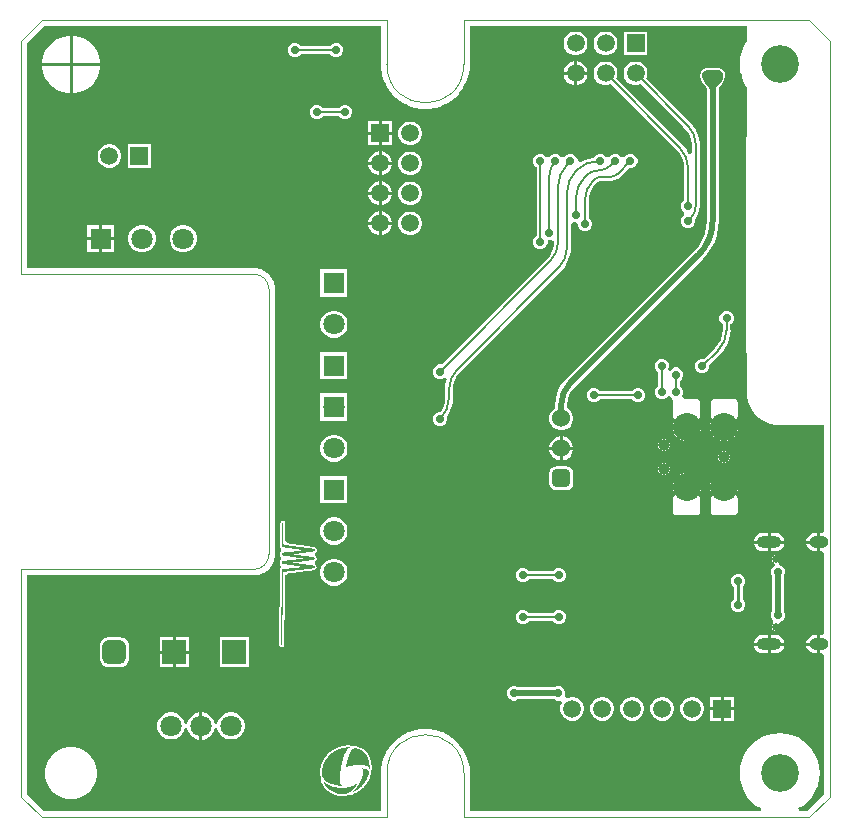
<source format=gbl>
G04*
G04 #@! TF.GenerationSoftware,Altium Limited,Altium Designer,24.4.0 (9)*
G04*
G04 Layer_Physical_Order=2*
G04 Layer_Color=3381759*
%FSLAX25Y25*%
%MOIN*%
G70*
G04*
G04 #@! TF.SameCoordinates,65D136BF-7807-4BE3-8BD7-7ED8223B60D1*
G04*
G04*
G04 #@! TF.FilePolarity,Positive*
G04*
G01*
G75*
%ADD10C,0.00591*%
%ADD12C,0.01968*%
%ADD14C,0.00984*%
%ADD15C,0.00394*%
%ADD18R,0.07874X0.07874*%
%ADD85C,0.09350*%
%ADD86C,0.03902*%
%ADD87C,0.02559*%
%ADD88O,0.08268X0.03937*%
%ADD89O,0.06299X0.03937*%
%ADD90R,0.07087X0.07087*%
%ADD91C,0.07087*%
%ADD93R,0.07087X0.07087*%
%ADD94R,0.05906X0.05906*%
%ADD95C,0.05906*%
G04:AMPARAMS|DCode=96|XSize=78.74mil|YSize=78.74mil|CornerRadius=19.68mil|HoleSize=0mil|Usage=FLASHONLY|Rotation=180.000|XOffset=0mil|YOffset=0mil|HoleType=Round|Shape=RoundedRectangle|*
%AMROUNDEDRECTD96*
21,1,0.07874,0.03937,0,0,180.0*
21,1,0.03937,0.07874,0,0,180.0*
1,1,0.03937,-0.01968,0.01968*
1,1,0.03937,0.01968,0.01968*
1,1,0.03937,0.01968,-0.01968*
1,1,0.03937,-0.01968,-0.01968*
%
%ADD96ROUNDEDRECTD96*%
%ADD97R,0.05906X0.05906*%
G04:AMPARAMS|DCode=98|XSize=60mil|YSize=60mil|CornerRadius=15mil|HoleSize=0mil|Usage=FLASHONLY|Rotation=270.000|XOffset=0mil|YOffset=0mil|HoleType=Round|Shape=RoundedRectangle|*
%AMROUNDEDRECTD98*
21,1,0.06000,0.03000,0,0,270.0*
21,1,0.03000,0.06000,0,0,270.0*
1,1,0.03000,-0.01500,-0.01500*
1,1,0.03000,-0.01500,0.01500*
1,1,0.03000,0.01500,0.01500*
1,1,0.03000,0.01500,-0.01500*
%
%ADD98ROUNDEDRECTD98*%
%ADD99C,0.06000*%
%ADD100C,0.12598*%
%ADD101C,0.02756*%
G36*
X242078Y263741D02*
Y258683D01*
X241070Y257039D01*
X240269Y255105D01*
X239781Y253070D01*
X239616Y250984D01*
X239781Y248898D01*
X240269Y246863D01*
X241070Y244930D01*
X242078Y243285D01*
Y227134D01*
X242007Y227087D01*
X241790Y226762D01*
X241713Y226378D01*
Y155512D01*
X241790Y155128D01*
X242007Y154802D01*
X242078Y154755D01*
Y143701D01*
Y140511D01*
X242103Y140451D01*
X242090Y140386D01*
X242474Y138454D01*
X242511Y138400D01*
Y138335D01*
X243264Y136515D01*
X243311Y136468D01*
X243323Y136404D01*
X244418Y134766D01*
X244472Y134730D01*
X244497Y134669D01*
X245890Y133277D01*
X245951Y133252D01*
X245987Y133197D01*
X247625Y132103D01*
X247689Y132090D01*
X247735Y132044D01*
X249555Y131290D01*
X249621D01*
X249675Y131253D01*
X251607Y130869D01*
X251671Y130882D01*
X251732Y130857D01*
X267678D01*
Y95298D01*
X267116Y94805D01*
X266435D01*
Y91811D01*
Y88817D01*
X266694D01*
X267678Y88065D01*
Y61282D01*
X267116Y60789D01*
X266435D01*
Y57795D01*
Y54801D01*
X266694D01*
X267678Y54050D01*
Y7721D01*
X261964Y2007D01*
X259419D01*
X259263Y2338D01*
X259187Y2991D01*
X260792Y3974D01*
X262383Y5333D01*
X263742Y6925D01*
X264836Y8709D01*
X265636Y10643D01*
X266125Y12677D01*
X266289Y14764D01*
X266125Y16850D01*
X265636Y18885D01*
X264836Y20818D01*
X263742Y22603D01*
X262383Y24194D01*
X260792Y25553D01*
X259007Y26647D01*
X257074Y27447D01*
X255039Y27936D01*
X252953Y28100D01*
X250867Y27936D01*
X248832Y27447D01*
X246898Y26647D01*
X245114Y25553D01*
X243523Y24194D01*
X242163Y22603D01*
X241070Y20818D01*
X240269Y18885D01*
X239781Y16850D01*
X239616Y14764D01*
X239781Y12677D01*
X240269Y10643D01*
X241070Y8709D01*
X242163Y6925D01*
X243523Y5333D01*
X245114Y3974D01*
X246718Y2991D01*
X246642Y2338D01*
X246486Y2007D01*
X149645Y2007D01*
Y14764D01*
X149637Y14803D01*
X149643Y14842D01*
X149604Y15846D01*
X149576Y15962D01*
X149581Y16082D01*
X149267Y18065D01*
X149212Y18214D01*
X149193Y18371D01*
X148573Y20280D01*
X148495Y20419D01*
X148452Y20571D01*
X147541Y22360D01*
X147442Y22485D01*
X147376Y22629D01*
X146196Y24253D01*
X146079Y24361D01*
X145991Y24493D01*
X144572Y25912D01*
X144440Y26001D01*
X144332Y26117D01*
X142708Y27297D01*
X142564Y27364D01*
X142439Y27462D01*
X140650Y28373D01*
X140498Y28416D01*
X140359Y28494D01*
X138450Y29114D01*
X138292Y29133D01*
X138144Y29188D01*
X136160Y29502D01*
X136002Y29496D01*
X135846Y29527D01*
X133839D01*
X133683Y29496D01*
X133525Y29502D01*
X131542Y29188D01*
X131393Y29133D01*
X131235Y29114D01*
X129326Y28494D01*
X129187Y28416D01*
X129035Y28373D01*
X127246Y27462D01*
X127121Y27364D01*
X126977Y27297D01*
X125353Y26117D01*
X125245Y26001D01*
X125113Y25912D01*
X123694Y24493D01*
X123606Y24361D01*
X123489Y24253D01*
X122309Y22629D01*
X122243Y22485D01*
X122144Y22360D01*
X121233Y20571D01*
X121190Y20419D01*
X121112Y20280D01*
X120492Y18371D01*
X120473Y18214D01*
X120419Y18065D01*
X120104Y16082D01*
X120109Y15962D01*
X120081Y15846D01*
X120042Y14842D01*
X120048Y14803D01*
X120040Y14764D01*
Y2007D01*
X7721Y2007D01*
X2007Y7721D01*
X2007Y80670D01*
X77677Y80670D01*
X77726Y80680D01*
X77776Y80673D01*
X78266Y80697D01*
X78410Y80733D01*
X78559D01*
X79520Y80924D01*
X79703Y81000D01*
X79897Y81038D01*
X80802Y81413D01*
X80967Y81523D01*
X81149Y81599D01*
X81964Y82143D01*
X82104Y82283D01*
X82268Y82393D01*
X82961Y83086D01*
X83071Y83250D01*
X83211Y83390D01*
X83755Y84205D01*
X83831Y84388D01*
X83941Y84552D01*
X84316Y85458D01*
X84355Y85652D01*
X84430Y85834D01*
X84622Y86796D01*
Y86944D01*
X84658Y87089D01*
X84682Y87579D01*
X84674Y87628D01*
X84684Y87677D01*
X84684Y176102D01*
X84674Y176151D01*
X84682Y176201D01*
X84658Y176691D01*
X84622Y176835D01*
Y176984D01*
X84430Y177945D01*
X84355Y178128D01*
X84316Y178322D01*
X83941Y179227D01*
X83831Y179392D01*
X83755Y179574D01*
X83211Y180389D01*
X83071Y180529D01*
X82961Y180693D01*
X82268Y181387D01*
X82104Y181496D01*
X81964Y181636D01*
X81149Y182181D01*
X80967Y182256D01*
X80802Y182366D01*
X79897Y182741D01*
X79703Y182780D01*
X79520Y182855D01*
X78559Y183047D01*
X78410D01*
X78266Y183083D01*
X77776Y183107D01*
X77726Y183100D01*
X77677Y183109D01*
X2007D01*
X2007Y258027D01*
X7721Y263741D01*
X120040D01*
Y250984D01*
X120048Y250945D01*
X120042Y250905D01*
X120081Y249902D01*
X120109Y249786D01*
X120104Y249666D01*
X120419Y247683D01*
X120473Y247534D01*
X120492Y247377D01*
X121112Y245467D01*
X121190Y245329D01*
X121233Y245177D01*
X122144Y243388D01*
X122243Y243263D01*
X122309Y243119D01*
X123489Y241495D01*
X123606Y241387D01*
X123694Y241255D01*
X125113Y239836D01*
X125245Y239747D01*
X125353Y239631D01*
X126977Y238451D01*
X127121Y238384D01*
X127246Y238286D01*
X129035Y237375D01*
X129187Y237332D01*
X129326Y237254D01*
X131235Y236634D01*
X131393Y236615D01*
X131542Y236560D01*
X133525Y236246D01*
X133683Y236252D01*
X133839Y236221D01*
X135846D01*
X136002Y236252D01*
X136160Y236246D01*
X138144Y236560D01*
X138292Y236615D01*
X138450Y236634D01*
X140359Y237254D01*
X140498Y237332D01*
X140650Y237375D01*
X142439Y238286D01*
X142564Y238384D01*
X142708Y238451D01*
X144332Y239631D01*
X144440Y239747D01*
X144572Y239836D01*
X145991Y241255D01*
X146079Y241387D01*
X146196Y241495D01*
X147376Y243119D01*
X147442Y243263D01*
X147541Y243388D01*
X148452Y245177D01*
X148495Y245329D01*
X148573Y245467D01*
X149193Y247377D01*
X149212Y247534D01*
X149267Y247683D01*
X149581Y249666D01*
X149576Y249786D01*
X149604Y249902D01*
X149643Y250905D01*
X149637Y250945D01*
X149645Y250984D01*
Y263741D01*
X242078Y263741D01*
D02*
G37*
%LPC*%
G36*
X105588Y258268D02*
X104648D01*
X103780Y257908D01*
X103115Y257244D01*
X103102Y257210D01*
X93355D01*
X93341Y257244D01*
X92677Y257908D01*
X91808Y258268D01*
X90869D01*
X90000Y257908D01*
X89336Y257244D01*
X88976Y256375D01*
Y255436D01*
X89336Y254567D01*
X90000Y253903D01*
X90869Y253543D01*
X91808D01*
X92677Y253903D01*
X93341Y254567D01*
X93355Y254601D01*
X103102D01*
X103115Y254567D01*
X103780Y253903D01*
X104648Y253543D01*
X105588D01*
X106456Y253903D01*
X107121Y254567D01*
X107480Y255436D01*
Y256375D01*
X107121Y257244D01*
X106456Y257908D01*
X105588Y258268D01*
D02*
G37*
G36*
X208819Y261968D02*
X200945D01*
Y254095D01*
X208819D01*
Y261968D01*
D02*
G37*
G36*
X195400D02*
X194364D01*
X193362Y261700D01*
X192464Y261182D01*
X191732Y260449D01*
X191213Y259551D01*
X190945Y258550D01*
Y257513D01*
X191213Y256512D01*
X191732Y255614D01*
X192464Y254881D01*
X193362Y254363D01*
X194364Y254095D01*
X195400D01*
X196402Y254363D01*
X197299Y254881D01*
X198032Y255614D01*
X198551Y256512D01*
X198819Y257513D01*
Y258550D01*
X198551Y259551D01*
X198032Y260449D01*
X197299Y261182D01*
X196402Y261700D01*
X195400Y261968D01*
D02*
G37*
G36*
X185400D02*
X184364D01*
X183362Y261700D01*
X182465Y261182D01*
X181731Y260449D01*
X181213Y259551D01*
X180945Y258550D01*
Y257513D01*
X181213Y256512D01*
X181731Y255614D01*
X182465Y254881D01*
X183362Y254363D01*
X184364Y254095D01*
X185400D01*
X186401Y254363D01*
X187299Y254881D01*
X188032Y255614D01*
X188551Y256512D01*
X188819Y257513D01*
Y258550D01*
X188551Y259551D01*
X188032Y260449D01*
X187299Y261182D01*
X186401Y261700D01*
X185400Y261968D01*
D02*
G37*
G36*
X185402Y251984D02*
X185382D01*
Y248531D01*
X188835D01*
Y248552D01*
X188565Y249557D01*
X188045Y250459D01*
X187309Y251195D01*
X186408Y251715D01*
X185402Y251984D01*
D02*
G37*
G36*
X184382D02*
X184362D01*
X183356Y251715D01*
X182455Y251195D01*
X181719Y250459D01*
X181199Y249557D01*
X180929Y248552D01*
Y248531D01*
X184382D01*
Y251984D01*
D02*
G37*
G36*
X188835Y247531D02*
X185382D01*
Y244079D01*
X185402D01*
X186408Y244348D01*
X187309Y244868D01*
X188045Y245604D01*
X188565Y246506D01*
X188835Y247511D01*
Y247531D01*
D02*
G37*
G36*
X184382D02*
X180929D01*
Y247511D01*
X181199Y246506D01*
X181719Y245604D01*
X182455Y244868D01*
X183356Y244348D01*
X184362Y244079D01*
X184382D01*
Y247531D01*
D02*
G37*
G36*
X17684Y260646D02*
X17232D01*
Y251484D01*
X26394D01*
Y250984D01*
Y250484D01*
X17232D01*
Y241323D01*
X16232D01*
Y250484D01*
X7071D01*
Y250984D01*
Y251484D01*
X16232D01*
Y260646D01*
X15781D01*
X13914Y260274D01*
X12156Y259546D01*
X10573Y258489D01*
X9228Y257143D01*
X8170Y255561D01*
X7442Y253802D01*
X7071Y251936D01*
Y250033D01*
X7442Y248166D01*
X8170Y246408D01*
X9228Y244825D01*
X10573Y243480D01*
X12156Y242422D01*
X13914Y241694D01*
X15781Y241323D01*
X17684D01*
X19550Y241694D01*
X21309Y242422D01*
X22891Y243480D01*
X24237Y244825D01*
X25294Y246408D01*
X26022Y248166D01*
X26394Y250033D01*
Y251936D01*
X26022Y253802D01*
X25294Y255561D01*
X24237Y257143D01*
X22891Y258489D01*
X21309Y259546D01*
X19550Y260274D01*
X17684Y260646D01*
D02*
G37*
G36*
X108541Y237598D02*
X107601D01*
X106733Y237239D01*
X106068Y236574D01*
X106054Y236541D01*
X100638D01*
X100625Y236574D01*
X99960Y237239D01*
X99092Y237598D01*
X98152D01*
X97284Y237239D01*
X96619Y236574D01*
X96260Y235706D01*
Y234766D01*
X96619Y233898D01*
X97284Y233234D01*
X98152Y232874D01*
X99092D01*
X99960Y233234D01*
X100625Y233898D01*
X100638Y233932D01*
X106054D01*
X106068Y233898D01*
X106733Y233234D01*
X107601Y232874D01*
X108541D01*
X109409Y233234D01*
X110073Y233898D01*
X110433Y234766D01*
Y235706D01*
X110073Y236574D01*
X109409Y237239D01*
X108541Y237598D01*
D02*
G37*
G36*
X123716Y231984D02*
X120264D01*
Y228532D01*
X123716D01*
Y231984D01*
D02*
G37*
G36*
X119264D02*
X115811D01*
Y228532D01*
X119264D01*
Y231984D01*
D02*
G37*
G36*
X130282Y231968D02*
X129245D01*
X128244Y231700D01*
X127346Y231182D01*
X126613Y230449D01*
X126095Y229551D01*
X125827Y228550D01*
Y227513D01*
X126095Y226512D01*
X126613Y225614D01*
X127346Y224881D01*
X128244Y224363D01*
X129245Y224095D01*
X130282D01*
X131283Y224363D01*
X132181Y224881D01*
X132914Y225614D01*
X133432Y226512D01*
X133701Y227513D01*
Y228550D01*
X133432Y229551D01*
X132914Y230449D01*
X132181Y231182D01*
X131283Y231700D01*
X130282Y231968D01*
D02*
G37*
G36*
X123716Y227532D02*
X120264D01*
Y224079D01*
X123716D01*
Y227532D01*
D02*
G37*
G36*
X119264D02*
X115811D01*
Y224079D01*
X119264D01*
Y227532D01*
D02*
G37*
G36*
X205400Y251969D02*
X204364D01*
X203362Y251700D01*
X202465Y251182D01*
X201731Y250449D01*
X201213Y249551D01*
X200945Y248550D01*
Y247513D01*
X201213Y246512D01*
X201731Y245614D01*
X202465Y244881D01*
X203362Y244363D01*
X204364Y244094D01*
X205400D01*
X206401Y244363D01*
X206594Y244474D01*
X220846Y230222D01*
X221542Y229526D01*
X221542Y229526D01*
X222154Y228795D01*
X222435Y228453D01*
X223094Y227220D01*
X223500Y225883D01*
X223633Y224524D01*
X223627Y224493D01*
Y221371D01*
X222643Y221176D01*
X222522Y221467D01*
X221595Y222981D01*
X220441Y224331D01*
X220434Y224324D01*
X198439Y246319D01*
X198551Y246512D01*
X198819Y247513D01*
Y248550D01*
X198551Y249551D01*
X198032Y250449D01*
X197299Y251182D01*
X196402Y251700D01*
X195400Y251969D01*
X194364D01*
X193362Y251700D01*
X192464Y251182D01*
X191732Y250449D01*
X191213Y249551D01*
X190945Y248550D01*
Y247513D01*
X191213Y246512D01*
X191732Y245614D01*
X192464Y244881D01*
X193362Y244363D01*
X194364Y244094D01*
X195400D01*
X196402Y244363D01*
X196594Y244474D01*
X218589Y222479D01*
X218638Y222446D01*
X219685Y221171D01*
X220490Y219664D01*
X220986Y218030D01*
X221148Y216388D01*
X221136Y216330D01*
Y205757D01*
X221103Y205743D01*
X220438Y205078D01*
X220079Y204210D01*
Y203270D01*
X220438Y202402D01*
X220997Y201843D01*
X221056Y201279D01*
X220997Y200716D01*
X220438Y200157D01*
X220079Y199289D01*
Y198349D01*
X220438Y197481D01*
X221103Y196816D01*
X221971Y196457D01*
X222911D01*
X223779Y196816D01*
X224444Y197481D01*
X224803Y198349D01*
Y199289D01*
X224754Y199407D01*
X225036Y199750D01*
X225699Y200992D01*
X226108Y202339D01*
X226246Y203740D01*
X226236D01*
Y224493D01*
X226258D01*
X226071Y226395D01*
X225516Y228224D01*
X224615Y229909D01*
X224011Y230645D01*
X224011Y230645D01*
X223403Y231387D01*
X223387Y231371D01*
X208439Y246319D01*
X208551Y246512D01*
X208819Y247513D01*
Y248550D01*
X208551Y249551D01*
X208032Y250449D01*
X207299Y251182D01*
X206401Y251700D01*
X205400Y251969D01*
D02*
G37*
G36*
X203678Y221161D02*
X202739D01*
X201871Y220802D01*
X201206Y220137D01*
X200211D01*
X199547Y220802D01*
X198679Y221161D01*
X197739D01*
X196871Y220802D01*
X196206Y220137D01*
X195211D01*
X194547Y220802D01*
X193678Y221161D01*
X192739D01*
X191871Y220802D01*
X191206Y220137D01*
X191155Y220013D01*
X190660Y219974D01*
X188933Y219560D01*
X187293Y218880D01*
X186555Y218428D01*
X185571Y218980D01*
Y219269D01*
X185211Y220137D01*
X184547Y220802D01*
X183678Y221161D01*
X182739D01*
X181871Y220802D01*
X181206Y220137D01*
X180211D01*
X179547Y220802D01*
X178679Y221161D01*
X177739D01*
X176871Y220802D01*
X176206Y220137D01*
X175211D01*
X174547Y220802D01*
X173679Y221161D01*
X172739D01*
X171871Y220802D01*
X171206Y220137D01*
X170846Y219269D01*
Y218329D01*
X171206Y217461D01*
X171871Y216797D01*
X171904Y216783D01*
Y193939D01*
X171859Y193920D01*
X171194Y193255D01*
X170835Y192387D01*
Y191447D01*
X171194Y190579D01*
X171859Y189915D01*
X172727Y189555D01*
X173667D01*
X174535Y189915D01*
X175199Y190579D01*
X175559Y191447D01*
Y191598D01*
X175628Y192396D01*
X176468Y192508D01*
X176577D01*
X176845Y192619D01*
X177591Y192252D01*
X177830Y191966D01*
X177679Y190435D01*
X177183Y188800D01*
X176378Y187294D01*
X175331Y186018D01*
X175282Y185986D01*
X140267Y150970D01*
X140234Y150984D01*
X139294D01*
X138426Y150625D01*
X137761Y149960D01*
X137402Y149092D01*
Y148152D01*
X137761Y147284D01*
X138426Y146619D01*
X139294Y146260D01*
X140234D01*
X141102Y146619D01*
X141174Y146691D01*
X142008Y146134D01*
X141956Y146008D01*
X141541Y144281D01*
X141402Y142511D01*
X141412D01*
Y139969D01*
X141423Y139912D01*
X141262Y138269D01*
X140766Y136635D01*
X140018Y135236D01*
X139294D01*
X138426Y134877D01*
X137761Y134212D01*
X137402Y133344D01*
Y132404D01*
X137761Y131536D01*
X138426Y130871D01*
X139294Y130512D01*
X140234D01*
X141102Y130871D01*
X141766Y131536D01*
X142126Y132404D01*
Y133344D01*
X142029Y133578D01*
X142798Y134832D01*
X143477Y136473D01*
X143892Y138199D01*
X144031Y139969D01*
X144021D01*
Y142511D01*
X144010Y142569D01*
X144172Y144211D01*
X144667Y145845D01*
X145472Y147352D01*
X146519Y148628D01*
X146568Y148660D01*
X180080Y182172D01*
X180080Y182172D01*
X180087Y182165D01*
X181240Y183515D01*
X182168Y185029D01*
X182847Y186669D01*
X183262Y188396D01*
X183401Y190166D01*
X183391D01*
Y197831D01*
X184376Y198489D01*
X184558Y198413D01*
X184709D01*
X185512Y198307D01*
X185618Y197504D01*
Y197353D01*
X185978Y196485D01*
X186642Y195820D01*
X187510Y195461D01*
X188450D01*
X189318Y195820D01*
X189983Y196485D01*
X190342Y197353D01*
Y198293D01*
X189983Y199161D01*
X189318Y199825D01*
X189297Y199834D01*
Y205738D01*
X189288Y205784D01*
X189436Y207291D01*
X189889Y208784D01*
X190624Y210159D01*
X191585Y211330D01*
X191623Y211356D01*
X191627Y211361D01*
X192275Y211858D01*
X193035Y212173D01*
X193844Y212279D01*
X193851Y212278D01*
X196605D01*
Y212263D01*
X197813Y212422D01*
X198939Y212889D01*
X199906Y213631D01*
X199896Y213641D01*
X202705Y216451D01*
X202739Y216437D01*
X203678D01*
X204547Y216797D01*
X205211Y217461D01*
X205571Y218329D01*
Y219269D01*
X205211Y220137D01*
X204547Y220802D01*
X203678Y221161D01*
D02*
G37*
G36*
X120284Y221984D02*
X120264D01*
Y218532D01*
X123716D01*
Y218552D01*
X123447Y219557D01*
X122927Y220459D01*
X122191Y221195D01*
X121290Y221715D01*
X120284Y221984D01*
D02*
G37*
G36*
X119264D02*
X119243D01*
X118238Y221715D01*
X117337Y221195D01*
X116601Y220459D01*
X116080Y219557D01*
X115811Y218552D01*
Y218532D01*
X119264D01*
Y221984D01*
D02*
G37*
G36*
X43465Y224410D02*
X35591D01*
Y216535D01*
X43465D01*
Y224410D01*
D02*
G37*
G36*
X30046D02*
X29009D01*
X28008Y224141D01*
X27110Y223623D01*
X26377Y222890D01*
X25859Y221992D01*
X25591Y220991D01*
Y219954D01*
X25859Y218953D01*
X26377Y218055D01*
X27110Y217322D01*
X28008Y216804D01*
X29009Y216535D01*
X30046D01*
X31047Y216804D01*
X31945Y217322D01*
X32678Y218055D01*
X33196Y218953D01*
X33465Y219954D01*
Y220991D01*
X33196Y221992D01*
X32678Y222890D01*
X31945Y223623D01*
X31047Y224141D01*
X30046Y224410D01*
D02*
G37*
G36*
X130282Y221969D02*
X129245D01*
X128244Y221700D01*
X127346Y221182D01*
X126613Y220449D01*
X126095Y219551D01*
X125827Y218550D01*
Y217513D01*
X126095Y216512D01*
X126613Y215614D01*
X127346Y214881D01*
X128244Y214363D01*
X129245Y214094D01*
X130282D01*
X131283Y214363D01*
X132181Y214881D01*
X132914Y215614D01*
X133432Y216512D01*
X133701Y217513D01*
Y218550D01*
X133432Y219551D01*
X132914Y220449D01*
X132181Y221182D01*
X131283Y221700D01*
X130282Y221969D01*
D02*
G37*
G36*
X123716Y217532D02*
X120264D01*
Y214079D01*
X120284D01*
X121290Y214348D01*
X122191Y214868D01*
X122927Y215604D01*
X123447Y216506D01*
X123716Y217511D01*
Y217532D01*
D02*
G37*
G36*
X119264D02*
X115811D01*
Y217511D01*
X116080Y216506D01*
X116601Y215604D01*
X117337Y214868D01*
X118238Y214348D01*
X119243Y214079D01*
X119264D01*
Y217532D01*
D02*
G37*
G36*
X120284Y211984D02*
X120264D01*
Y208532D01*
X123716D01*
Y208552D01*
X123447Y209557D01*
X122927Y210459D01*
X122191Y211194D01*
X121290Y211715D01*
X120284Y211984D01*
D02*
G37*
G36*
X119264D02*
X119243D01*
X118238Y211715D01*
X117337Y211194D01*
X116601Y210459D01*
X116080Y209557D01*
X115811Y208552D01*
Y208532D01*
X119264D01*
Y211984D01*
D02*
G37*
G36*
X130282Y211968D02*
X129245D01*
X128244Y211700D01*
X127346Y211182D01*
X126613Y210449D01*
X126095Y209551D01*
X125827Y208550D01*
Y207513D01*
X126095Y206512D01*
X126613Y205614D01*
X127346Y204881D01*
X128244Y204363D01*
X129245Y204095D01*
X130282D01*
X131283Y204363D01*
X132181Y204881D01*
X132914Y205614D01*
X133432Y206512D01*
X133701Y207513D01*
Y208550D01*
X133432Y209551D01*
X132914Y210449D01*
X132181Y211182D01*
X131283Y211700D01*
X130282Y211968D01*
D02*
G37*
G36*
X123716Y207532D02*
X120264D01*
Y204079D01*
X120284D01*
X121290Y204348D01*
X122191Y204869D01*
X122927Y205605D01*
X123447Y206506D01*
X123716Y207511D01*
Y207532D01*
D02*
G37*
G36*
X119264D02*
X115811D01*
Y207511D01*
X116080Y206506D01*
X116601Y205605D01*
X117337Y204869D01*
X118238Y204348D01*
X119243Y204079D01*
X119264D01*
Y207532D01*
D02*
G37*
G36*
X120284Y201984D02*
X120264D01*
Y198531D01*
X123716D01*
Y198552D01*
X123447Y199557D01*
X122927Y200459D01*
X122191Y201195D01*
X121290Y201715D01*
X120284Y201984D01*
D02*
G37*
G36*
X119264D02*
X119243D01*
X118238Y201715D01*
X117337Y201195D01*
X116601Y200459D01*
X116080Y199557D01*
X115811Y198552D01*
Y198531D01*
X119264D01*
Y201984D01*
D02*
G37*
G36*
X130282Y201969D02*
X129245D01*
X128244Y201700D01*
X127346Y201182D01*
X126613Y200449D01*
X126095Y199551D01*
X125827Y198550D01*
Y197513D01*
X126095Y196512D01*
X126613Y195614D01*
X127346Y194881D01*
X128244Y194363D01*
X129245Y194095D01*
X130282D01*
X131283Y194363D01*
X132181Y194881D01*
X132914Y195614D01*
X133432Y196512D01*
X133701Y197513D01*
Y198550D01*
X133432Y199551D01*
X132914Y200449D01*
X132181Y201182D01*
X131283Y201700D01*
X130282Y201969D01*
D02*
G37*
G36*
X123716Y197531D02*
X120264D01*
Y194079D01*
X120284D01*
X121290Y194348D01*
X122191Y194869D01*
X122927Y195604D01*
X123447Y196506D01*
X123716Y197511D01*
Y197531D01*
D02*
G37*
G36*
X119264D02*
X115811D01*
Y197511D01*
X116080Y196506D01*
X116601Y195604D01*
X117337Y194869D01*
X118238Y194348D01*
X119243Y194079D01*
X119264D01*
Y197531D01*
D02*
G37*
G36*
X31118Y197457D02*
X27075D01*
Y193413D01*
X31118D01*
Y197457D01*
D02*
G37*
G36*
X26075D02*
X22031D01*
Y193413D01*
X26075D01*
Y197457D01*
D02*
G37*
G36*
X54730Y197441D02*
X53538D01*
X52386Y197132D01*
X51354Y196536D01*
X50511Y195693D01*
X49915Y194661D01*
X49606Y193509D01*
Y192317D01*
X49915Y191166D01*
X50511Y190133D01*
X51354Y189290D01*
X52386Y188694D01*
X53538Y188386D01*
X54730D01*
X55881Y188694D01*
X56914Y189290D01*
X57757Y190133D01*
X58353Y191166D01*
X58661Y192317D01*
Y193509D01*
X58353Y194661D01*
X57757Y195693D01*
X56914Y196536D01*
X55881Y197132D01*
X54730Y197441D01*
D02*
G37*
G36*
X40950D02*
X39758D01*
X38607Y197132D01*
X37574Y196536D01*
X36731Y195693D01*
X36135Y194661D01*
X35827Y193509D01*
Y192317D01*
X36135Y191166D01*
X36731Y190133D01*
X37574Y189290D01*
X38607Y188694D01*
X39758Y188386D01*
X40950D01*
X42102Y188694D01*
X43134Y189290D01*
X43977Y190133D01*
X44573Y191166D01*
X44882Y192317D01*
Y193509D01*
X44573Y194661D01*
X43977Y195693D01*
X43134Y196536D01*
X42102Y197132D01*
X40950Y197441D01*
D02*
G37*
G36*
X31118Y192413D02*
X27075D01*
Y188370D01*
X31118D01*
Y192413D01*
D02*
G37*
G36*
X26075D02*
X22031D01*
Y188370D01*
X26075D01*
Y192413D01*
D02*
G37*
G36*
X232611Y249852D02*
X228609D01*
X228492Y249803D01*
X228365D01*
X227702Y249529D01*
X227612Y249439D01*
X227495Y249390D01*
X226988Y248883D01*
X226939Y248766D01*
X226849Y248676D01*
X226575Y248013D01*
Y247886D01*
X226526Y247769D01*
Y246996D01*
X226551Y246936D01*
X226538Y246871D01*
X226700Y246059D01*
X226736Y246005D01*
Y245940D01*
X227053Y245175D01*
X227099Y245128D01*
X227112Y245064D01*
X227572Y244376D01*
X227626Y244340D01*
X227652Y244279D01*
X227944Y243986D01*
X227944Y243986D01*
X228277Y243654D01*
X228501Y243407D01*
X228603Y243253D01*
Y198955D01*
X228626Y198838D01*
X228460Y196722D01*
X227937Y194544D01*
X227080Y192474D01*
X225909Y190565D01*
X224531Y188951D01*
X224432Y188884D01*
X181628Y146080D01*
X181621Y146070D01*
X180405Y144647D01*
X179421Y143041D01*
X178700Y141300D01*
X178260Y139468D01*
X178114Y137603D01*
X178111Y137590D01*
Y136473D01*
X177672Y136220D01*
X176930Y135478D01*
X176405Y134569D01*
X176134Y133556D01*
Y132507D01*
X176405Y131494D01*
X176930Y130585D01*
X177672Y129843D01*
X178580Y129319D01*
X179594Y129047D01*
X180643D01*
X181656Y129319D01*
X182564Y129843D01*
X183306Y130585D01*
X183831Y131494D01*
X184102Y132507D01*
Y133556D01*
X183831Y134569D01*
X183306Y135478D01*
X182564Y136220D01*
X182125Y136473D01*
Y137590D01*
X182107Y137682D01*
X182252Y139155D01*
X182709Y140659D01*
X183450Y142046D01*
X184389Y143190D01*
X184466Y143242D01*
X227270Y186046D01*
X227270Y186046D01*
X228845Y187841D01*
X230172Y189827D01*
X231228Y191969D01*
X231996Y194230D01*
X232462Y196572D01*
X232618Y198955D01*
X232617D01*
Y243253D01*
X232720Y243407D01*
X232943Y243654D01*
X233569Y244279D01*
X233594Y244340D01*
X233648Y244376D01*
X234108Y245064D01*
X234121Y245128D01*
X234167Y245175D01*
X234484Y245940D01*
Y246005D01*
X234521Y246059D01*
X234682Y246871D01*
X234669Y246936D01*
X234694Y246996D01*
Y247769D01*
X234646Y247886D01*
Y248013D01*
X234371Y248676D01*
X234281Y248766D01*
X234233Y248883D01*
X233726Y249390D01*
X233608Y249439D01*
X233518Y249529D01*
X232856Y249803D01*
X232729D01*
X232611Y249852D01*
D02*
G37*
G36*
X108858Y182677D02*
X99803D01*
Y173622D01*
X108858D01*
Y182677D01*
D02*
G37*
G36*
X104927Y168898D02*
X103735D01*
X102583Y168589D01*
X101551Y167993D01*
X100708Y167150D01*
X100112Y166118D01*
X99803Y164966D01*
Y163774D01*
X100112Y162622D01*
X100708Y161590D01*
X101551Y160747D01*
X102583Y160151D01*
X103735Y159843D01*
X104927D01*
X106078Y160151D01*
X107111Y160747D01*
X107954Y161590D01*
X108550Y162622D01*
X108858Y163774D01*
Y164966D01*
X108550Y166118D01*
X107954Y167150D01*
X107111Y167993D01*
X106078Y168589D01*
X104927Y168898D01*
D02*
G37*
G36*
X235706Y168701D02*
X234766D01*
X233898Y168341D01*
X233234Y167677D01*
X232874Y166808D01*
Y165869D01*
X233234Y165000D01*
X233898Y164336D01*
X233932Y164322D01*
Y162607D01*
X233943Y162550D01*
X233781Y160907D01*
X233285Y159273D01*
X232480Y157766D01*
X231433Y156491D01*
X231385Y156458D01*
X227669Y152742D01*
X227635Y152756D01*
X226695D01*
X225827Y152396D01*
X225163Y151732D01*
X224803Y150864D01*
Y149924D01*
X225163Y149056D01*
X225827Y148391D01*
X226695Y148031D01*
X227635D01*
X228503Y148391D01*
X229168Y149056D01*
X229527Y149924D01*
Y150864D01*
X229514Y150897D01*
X233230Y154613D01*
X233230Y154613D01*
X233237Y154606D01*
X234390Y155956D01*
X235317Y157470D01*
X235997Y159110D01*
X236411Y160837D01*
X236551Y162607D01*
X236541D01*
Y164322D01*
X236574Y164336D01*
X237239Y165000D01*
X237598Y165869D01*
Y166808D01*
X237239Y167677D01*
X236574Y168341D01*
X235706Y168701D01*
D02*
G37*
G36*
X108858Y155118D02*
X99803D01*
Y146063D01*
X108858D01*
Y155118D01*
D02*
G37*
G36*
X206178Y143110D02*
X205239D01*
X204371Y142751D01*
X203706Y142086D01*
X203692Y142053D01*
X192961D01*
X192947Y142086D01*
X192283Y142751D01*
X191415Y143110D01*
X190475D01*
X189607Y142751D01*
X188942Y142086D01*
X188583Y141218D01*
Y140278D01*
X188942Y139410D01*
X189607Y138745D01*
X190475Y138386D01*
X191415D01*
X192283Y138745D01*
X192947Y139410D01*
X192961Y139444D01*
X203692D01*
X203706Y139410D01*
X204371Y138745D01*
X205239Y138386D01*
X206178D01*
X207047Y138745D01*
X207711Y139410D01*
X208071Y140278D01*
Y141218D01*
X207711Y142086D01*
X207047Y142751D01*
X206178Y143110D01*
D02*
G37*
G36*
X108858Y141339D02*
X99803D01*
Y137407D01*
Y132283D01*
X108858D01*
Y141339D01*
D02*
G37*
G36*
X237715Y139421D02*
X231104D01*
X230643Y139330D01*
X230252Y139068D01*
X229991Y138678D01*
X229899Y138217D01*
Y133858D01*
X229991Y133397D01*
X230252Y133007D01*
X230576Y132790D01*
X230053Y131883D01*
X229734Y130694D01*
Y129463D01*
X230053Y128274D01*
X230668Y127208D01*
X231539Y126338D01*
X232605Y125722D01*
X233794Y125403D01*
X235025D01*
X236214Y125722D01*
X237280Y126338D01*
X238151Y127208D01*
X238766Y128274D01*
X239085Y129463D01*
Y130694D01*
X238766Y131883D01*
X238243Y132790D01*
X238567Y133007D01*
X238828Y133397D01*
X238920Y133858D01*
Y138217D01*
X238828Y138678D01*
X238567Y139068D01*
X238176Y139330D01*
X237715Y139421D01*
D02*
G37*
G36*
X214053Y152953D02*
X213113D01*
X212245Y152593D01*
X211580Y151929D01*
X211221Y151060D01*
Y150121D01*
X211580Y149252D01*
X212245Y148588D01*
X212278Y148574D01*
Y143749D01*
X212245Y143735D01*
X211580Y143070D01*
X211221Y142202D01*
Y141262D01*
X211580Y140394D01*
X212245Y139730D01*
X213113Y139370D01*
X214053D01*
X214921Y139730D01*
X215480Y140289D01*
X216043Y140347D01*
X216607Y140289D01*
X217126Y139769D01*
X217168Y139723D01*
X217491Y138678D01*
X217399Y138217D01*
Y133858D01*
X217491Y133397D01*
X217752Y133007D01*
X218076Y132790D01*
X217553Y131883D01*
X217234Y130694D01*
Y129463D01*
X217553Y128274D01*
X218168Y127208D01*
X219039Y126338D01*
X220105Y125722D01*
X221294Y125403D01*
X222525D01*
X223714Y125722D01*
X224780Y126338D01*
X225651Y127208D01*
X226266Y128274D01*
X226585Y129463D01*
Y130694D01*
X226266Y131883D01*
X225743Y132790D01*
X226067Y133007D01*
X226328Y133397D01*
X226420Y133858D01*
Y138217D01*
X226328Y138678D01*
X226067Y139068D01*
X225676Y139330D01*
X225215Y139421D01*
X220925D01*
X220507Y140394D01*
X220866Y141262D01*
Y142202D01*
X220507Y143070D01*
X219842Y143735D01*
X219809Y143749D01*
Y145621D01*
X219842Y145635D01*
X220507Y146300D01*
X220866Y147168D01*
Y148108D01*
X220507Y148976D01*
X219842Y149640D01*
X218974Y150000D01*
X218034D01*
X217166Y149640D01*
X216501Y148976D01*
X215651Y149412D01*
X215945Y150121D01*
X215945Y151060D01*
X215585Y151929D01*
X214921Y152593D01*
X214053Y152953D01*
D02*
G37*
G36*
X180645Y127032D02*
X180618D01*
Y123531D01*
X184118D01*
Y123558D01*
X183845Y124575D01*
X183319Y125488D01*
X182574Y126232D01*
X181662Y126759D01*
X180645Y127032D01*
D02*
G37*
G36*
X179618D02*
X179592D01*
X178574Y126759D01*
X177662Y126232D01*
X176917Y125488D01*
X176391Y124575D01*
X176118Y123558D01*
Y123531D01*
X179618D01*
Y127032D01*
D02*
G37*
G36*
X214797Y126028D02*
X214021D01*
X213304Y125731D01*
X212756Y125182D01*
X212459Y124466D01*
Y123689D01*
X212756Y122973D01*
X213304Y122424D01*
X214021Y122127D01*
X214797D01*
X215514Y122424D01*
X216063Y122973D01*
X216360Y123689D01*
Y124466D01*
X216063Y125182D01*
X215514Y125731D01*
X214797Y126028D01*
D02*
G37*
G36*
X184118Y122531D02*
X180618D01*
Y119032D01*
X180645D01*
X181662Y119304D01*
X182574Y119831D01*
X183319Y120575D01*
X183845Y121488D01*
X184118Y122505D01*
Y122531D01*
D02*
G37*
G36*
X179618D02*
X176118D01*
Y122505D01*
X176391Y121488D01*
X176917Y120575D01*
X177662Y119831D01*
X178574Y119304D01*
X179592Y119032D01*
X179618D01*
Y122531D01*
D02*
G37*
G36*
X104927Y127559D02*
X103735D01*
X102583Y127251D01*
X101551Y126654D01*
X100708Y125812D01*
X100112Y124779D01*
X99803Y123628D01*
Y122435D01*
X100112Y121284D01*
X100708Y120252D01*
X101551Y119409D01*
X102583Y118813D01*
X103735Y118504D01*
X104927D01*
X106078Y118813D01*
X107111Y119409D01*
X107954Y120252D01*
X108550Y121284D01*
X108858Y122435D01*
Y123628D01*
X108550Y124779D01*
X107954Y125812D01*
X107111Y126654D01*
X106078Y127251D01*
X104927Y127559D01*
D02*
G37*
G36*
X234798Y122028D02*
X234021D01*
X233304Y121731D01*
X232756Y121183D01*
X232459Y120466D01*
Y119690D01*
X232756Y118973D01*
X233304Y118424D01*
X234021Y118127D01*
X234798D01*
X235514Y118424D01*
X236063Y118973D01*
X236360Y119690D01*
Y120466D01*
X236063Y121183D01*
X235514Y121731D01*
X234798Y122028D01*
D02*
G37*
G36*
X214797Y118028D02*
X214021D01*
X213304Y117731D01*
X212756Y117183D01*
X212459Y116465D01*
Y115690D01*
X212756Y114972D01*
X213304Y114424D01*
X214021Y114127D01*
X214797D01*
X215514Y114424D01*
X216063Y114972D01*
X216360Y115690D01*
Y116465D01*
X216063Y117183D01*
X215514Y117731D01*
X214797Y118028D01*
D02*
G37*
G36*
X181618Y117064D02*
X178618D01*
X177649Y116872D01*
X176827Y116323D01*
X176278Y115501D01*
X176085Y114532D01*
Y111531D01*
X176278Y110562D01*
X176827Y109740D01*
X177649Y109191D01*
X178618Y108999D01*
X181618D01*
X182587Y109191D01*
X183409Y109740D01*
X183958Y110562D01*
X184151Y111531D01*
Y114532D01*
X183958Y115501D01*
X183409Y116323D01*
X182587Y116872D01*
X181618Y117064D01*
D02*
G37*
G36*
X108858Y113779D02*
X99803D01*
Y104724D01*
X108858D01*
Y113779D01*
D02*
G37*
G36*
X235025Y114751D02*
X233794D01*
X232605Y114433D01*
X231539Y113817D01*
X230668Y112947D01*
X230053Y111881D01*
X229734Y110692D01*
Y109461D01*
X230053Y108272D01*
X230576Y107365D01*
X230252Y107148D01*
X229991Y106758D01*
X229899Y106297D01*
Y101938D01*
X229991Y101477D01*
X230252Y101086D01*
X230643Y100825D01*
X231104Y100734D01*
X237715D01*
X238176Y100825D01*
X238567Y101086D01*
X238828Y101477D01*
X238920Y101938D01*
Y106297D01*
X238828Y106758D01*
X238567Y107148D01*
X238243Y107365D01*
X238766Y108272D01*
X239085Y109461D01*
Y110692D01*
X238766Y111881D01*
X238151Y112947D01*
X237280Y113817D01*
X236214Y114433D01*
X235025Y114751D01*
D02*
G37*
G36*
X222525D02*
X221294D01*
X220105Y114433D01*
X219039Y113817D01*
X218168Y112947D01*
X217553Y111881D01*
X217234Y110692D01*
Y109461D01*
X217553Y108272D01*
X218076Y107365D01*
X217752Y107148D01*
X217491Y106758D01*
X217399Y106297D01*
Y101938D01*
X217491Y101477D01*
X217752Y101086D01*
X218143Y100825D01*
X218604Y100734D01*
X225215D01*
X225676Y100825D01*
X226067Y101086D01*
X226328Y101477D01*
X226420Y101938D01*
Y106297D01*
X226328Y106758D01*
X226067Y107148D01*
X225743Y107365D01*
X226266Y108272D01*
X226585Y109461D01*
Y110692D01*
X226266Y111881D01*
X225651Y112947D01*
X224780Y113817D01*
X223714Y114433D01*
X222525Y114751D01*
D02*
G37*
G36*
X251644Y94805D02*
X249978D01*
Y92311D01*
X254572D01*
X254536Y92586D01*
X254237Y93308D01*
X253761Y93928D01*
X253141Y94404D01*
X252419Y94703D01*
X251644Y94805D01*
D02*
G37*
G36*
X248978D02*
X247313D01*
X246538Y94703D01*
X245816Y94404D01*
X245196Y93928D01*
X244720Y93308D01*
X244421Y92586D01*
X244385Y92311D01*
X248978D01*
Y94805D01*
D02*
G37*
G36*
X265435D02*
X264754D01*
X263979Y94703D01*
X263257Y94404D01*
X262637Y93928D01*
X262161Y93308D01*
X261862Y92586D01*
X261826Y92311D01*
X265435D01*
Y94805D01*
D02*
G37*
G36*
X104927Y100000D02*
X103735D01*
X102583Y99691D01*
X101551Y99095D01*
X100708Y98252D01*
X100112Y97220D01*
X99803Y96069D01*
Y94876D01*
X100112Y93725D01*
X100708Y92693D01*
X101551Y91849D01*
X102583Y91253D01*
X103735Y90945D01*
X104927D01*
X106078Y91253D01*
X107111Y91849D01*
X107954Y92693D01*
X108550Y93725D01*
X108858Y94876D01*
Y96069D01*
X108550Y97220D01*
X107954Y98252D01*
X107111Y99095D01*
X106078Y99691D01*
X104927Y100000D01*
D02*
G37*
G36*
X265435Y91311D02*
X261826D01*
X261862Y91036D01*
X262161Y90314D01*
X262637Y89694D01*
X263257Y89218D01*
X263979Y88919D01*
X264754Y88817D01*
X265435D01*
Y91311D01*
D02*
G37*
G36*
X254572Y91311D02*
X249978D01*
Y88817D01*
X251644D01*
X252419Y88919D01*
X253141Y89218D01*
X253761Y89694D01*
X254237Y90314D01*
X254536Y91036D01*
X254572Y91311D01*
D02*
G37*
G36*
X248978D02*
X244385D01*
X244421Y91036D01*
X244720Y90314D01*
X245196Y89694D01*
X245816Y89218D01*
X246538Y88919D01*
X247313Y88817D01*
X248978D01*
Y91311D01*
D02*
G37*
G36*
X87073Y98941D02*
X86620Y98758D01*
Y98758D01*
X86620Y98758D01*
X86563Y98623D01*
X86563Y98623D01*
X86429Y98307D01*
X86429Y98307D01*
X86428Y98227D01*
X86358Y90254D01*
X86358Y90254D01*
X86358Y90254D01*
X86438Y90058D01*
X86542Y89801D01*
X86542Y89801D01*
X86542Y89801D01*
X86542Y89800D01*
X86603Y89769D01*
X86621Y89725D01*
X86625Y89713D01*
X86692Y89492D01*
X86589Y88757D01*
X86542Y88634D01*
X86532Y88629D01*
X86532Y88629D01*
X86531Y88629D01*
X86340Y88179D01*
X86340Y88179D01*
X86340Y88179D01*
X86340Y88179D01*
X86339Y88099D01*
X86334Y87432D01*
X86430Y87193D01*
X86517Y86978D01*
X86517Y86978D01*
X86517Y86978D01*
X86520Y86977D01*
X86576Y86951D01*
X86599Y86894D01*
X86604Y86877D01*
X86598Y85918D01*
X86593Y85897D01*
X86590Y85889D01*
X86590Y85888D01*
X86559Y85827D01*
X86507Y85806D01*
X86507Y85806D01*
X86507D01*
X86316Y85356D01*
X86316Y85356D01*
X86309Y84609D01*
X86309Y84609D01*
Y84609D01*
X86309Y84609D01*
X86492Y84155D01*
X86492Y84155D01*
Y84155D01*
X86503Y84151D01*
X86639Y83615D01*
X86646Y83315D01*
X86566Y83067D01*
X86566Y83065D01*
X86537Y83011D01*
X86482Y82984D01*
X86482Y82984D01*
X86482D01*
X86291Y82533D01*
X86291Y82533D01*
X86073Y57544D01*
X86073Y57544D01*
X86073Y57544D01*
X86256Y57090D01*
X86256Y57090D01*
X86256Y57090D01*
X86259Y57089D01*
X86259D01*
X86308Y57068D01*
X86338Y57007D01*
X86339Y57007D01*
X86664Y56868D01*
X86664Y56868D01*
X86674Y56864D01*
X86789Y56815D01*
X86789Y56816D01*
X86838Y56815D01*
X87037Y56730D01*
X87037Y56730D01*
X87120Y56730D01*
X87120Y56730D01*
X87574Y56913D01*
X87574Y56913D01*
X87574Y56913D01*
X87669Y57137D01*
X87765Y57363D01*
X87765Y57363D01*
X87765Y57373D01*
X87839Y65880D01*
X87924Y66080D01*
X87925Y66163D01*
X87925Y66163D01*
X87925Y66163D01*
X87874Y66288D01*
X87927Y66412D01*
X87927Y66412D01*
X87927Y66412D01*
X87928Y66495D01*
X87877Y66620D01*
X87930Y66744D01*
X87931Y66827D01*
X87880Y66952D01*
X87933Y67076D01*
X87933Y67159D01*
X87933Y67159D01*
X87933Y67159D01*
X87883Y67284D01*
X87936Y67408D01*
X87936Y67491D01*
X87886Y67616D01*
X87938Y67740D01*
X87939Y67823D01*
X87889Y67948D01*
X87941Y68072D01*
X87941Y68072D01*
X87941Y68072D01*
X87942Y68155D01*
X87892Y68280D01*
X87944Y68404D01*
X87945Y68487D01*
X87894Y68612D01*
X87947Y68736D01*
X87947Y68736D01*
X87947Y68737D01*
X87948Y68820D01*
X87897Y68944D01*
X87950Y69068D01*
X87950Y69068D01*
X87950Y69069D01*
X87951Y69152D01*
X87900Y69276D01*
X87953Y69400D01*
Y69401D01*
X87953Y69401D01*
X87953Y69401D01*
X87954Y69483D01*
X87954Y69483D01*
X87954Y69484D01*
X87937Y69525D01*
X87954Y69567D01*
X87955Y69650D01*
X87938Y69691D01*
X87956Y69733D01*
X87957Y69816D01*
X87957Y69816D01*
X87957Y69816D01*
X87940Y69857D01*
X87957Y69899D01*
X87958Y69982D01*
X87941Y70023D01*
X87959Y70065D01*
X87959Y70148D01*
X87943Y70189D01*
X87960Y70231D01*
X87960Y70231D01*
X87960Y70231D01*
X87961Y70314D01*
X87944Y70355D01*
X87962Y70397D01*
X87962Y70397D01*
X87962Y70397D01*
X87962Y70480D01*
X87946Y70521D01*
X87963Y70563D01*
X87964Y70646D01*
X87964Y70646D01*
X87964Y70646D01*
X87947Y70688D01*
X87965Y70729D01*
X87965Y70812D01*
X87949Y70854D01*
X87966Y70895D01*
X87967Y70978D01*
X87950Y71020D01*
X87967Y71061D01*
X87968Y71144D01*
X87951Y71186D01*
X87969Y71227D01*
X87969Y71227D01*
X87969Y71227D01*
X87970Y71310D01*
X87953Y71352D01*
X87970Y71393D01*
X87971Y71476D01*
X87971Y71476D01*
X87971Y71476D01*
X87954Y71518D01*
X87972Y71559D01*
X87972Y71559D01*
X87972Y71559D01*
X87973Y71642D01*
X87956Y71684D01*
X87973Y71725D01*
X87973Y71725D01*
X87973Y71725D01*
X87974Y71808D01*
X87957Y71850D01*
X87975Y71891D01*
X87976Y71974D01*
X87959Y72016D01*
X87976Y72057D01*
X87977Y72140D01*
X87977Y72140D01*
X87977Y72140D01*
X87960Y72182D01*
X87978Y72223D01*
X87978Y72306D01*
X87962Y72348D01*
X87979Y72389D01*
X87980Y72472D01*
X87980Y72472D01*
X87980Y72472D01*
X87963Y72514D01*
X87981Y72555D01*
X87981Y72638D01*
X87981Y72638D01*
X87981Y72638D01*
X87964Y72680D01*
X87982Y72721D01*
X87983Y72804D01*
X87966Y72846D01*
X87983Y72887D01*
X87984Y72970D01*
X87984Y72970D01*
X87984Y72970D01*
X87967Y73012D01*
X87985Y73053D01*
X87986Y73136D01*
X87986Y73137D01*
X87986Y73137D01*
X87969Y73178D01*
X87986Y73219D01*
X87986Y73220D01*
X87986Y73220D01*
X87987Y73303D01*
X87970Y73344D01*
X87988Y73386D01*
X87989Y73469D01*
X87989Y73469D01*
X87989Y73469D01*
X87972Y73510D01*
X87989Y73551D01*
X87989Y73551D01*
X87989Y73552D01*
X87990Y73635D01*
X87973Y73676D01*
X87991Y73718D01*
X87991Y73718D01*
X87991Y73718D01*
X87991Y73801D01*
X87975Y73842D01*
X87992Y73884D01*
X87992Y73884D01*
X87992Y73884D01*
X87993Y73967D01*
X87993Y73967D01*
X87993Y73967D01*
X87976Y74008D01*
X87994Y74050D01*
X87994Y74050D01*
X87994Y74050D01*
X87994Y74133D01*
X87977Y74174D01*
X87995Y74216D01*
X87996Y74299D01*
X87979Y74340D01*
X87997Y74382D01*
X87997Y74382D01*
X87997Y74382D01*
X87997Y74465D01*
X87997Y74465D01*
X87997Y74465D01*
X87980Y74506D01*
X87998Y74548D01*
X87999Y74631D01*
X87982Y74673D01*
X87999Y74714D01*
X87999Y74714D01*
X87999Y74714D01*
X88000Y74797D01*
X87983Y74839D01*
X88001Y74880D01*
X88001Y74880D01*
X88001Y74880D01*
X88002Y74963D01*
X87985Y75005D01*
X88002Y75046D01*
X88003Y75129D01*
X87986Y75171D01*
X88004Y75212D01*
X88004Y75212D01*
X88004Y75212D01*
X88004Y75295D01*
X87988Y75337D01*
X88005Y75378D01*
Y75378D01*
X88005Y75378D01*
X88005Y75378D01*
X88006Y75461D01*
X88006Y75461D01*
X88006Y75461D01*
X87989Y75503D01*
X88007Y75544D01*
X88007Y75627D01*
X87990Y75669D01*
X88008Y75710D01*
X88008Y75710D01*
X88008Y75710D01*
X88009Y75793D01*
X87992Y75835D01*
X88010Y75876D01*
X88010Y75959D01*
X87993Y76001D01*
X88011Y76042D01*
X88012Y76125D01*
X87995Y76167D01*
X88012Y76208D01*
X88012Y76208D01*
X88012Y76208D01*
X88013Y76291D01*
X87996Y76333D01*
X88014Y76374D01*
X88015Y76457D01*
X88015Y76457D01*
X88015Y76457D01*
X87998Y76499D01*
X88015Y76540D01*
Y76540D01*
X88015Y76540D01*
X88015Y76540D01*
X88016Y76623D01*
X88016Y76623D01*
X88016Y76623D01*
X87999Y76665D01*
X88017Y76706D01*
X88017Y76789D01*
X88001Y76831D01*
X88018Y76872D01*
X88019Y76955D01*
X88002Y76997D01*
X88020Y77038D01*
X88020Y77121D01*
X88020Y77122D01*
X88020Y77122D01*
X88004Y77163D01*
X88021Y77204D01*
X88021Y77205D01*
X88021Y77205D01*
X88022Y77288D01*
X88005Y77329D01*
X88023Y77371D01*
X88023Y77371D01*
X88023Y77371D01*
X88023Y77454D01*
X88007Y77495D01*
X88024Y77536D01*
Y77536D01*
X88024Y77536D01*
X88024Y77536D01*
X88025Y77619D01*
X88025Y77619D01*
X88025Y77619D01*
X88008Y77661D01*
X88025Y77703D01*
X88025Y77703D01*
X88025Y77703D01*
X88026Y77786D01*
X88009Y77827D01*
X88027Y77869D01*
X88028Y77952D01*
X88011Y77993D01*
X88028Y78035D01*
X88029Y78118D01*
X88012Y78159D01*
X88030Y78201D01*
X88031Y78284D01*
X88030Y78284D01*
X88030Y78284D01*
X88014Y78325D01*
X88031Y78367D01*
X88031Y78367D01*
X88031Y78367D01*
X88032Y78450D01*
X88015Y78491D01*
X88033Y78533D01*
X88033Y78616D01*
X88033Y78616D01*
X88033Y78616D01*
X88017Y78658D01*
X88034Y78699D01*
X88035Y78782D01*
X88018Y78824D01*
X88036Y78865D01*
X88036Y78865D01*
X88036Y78865D01*
X88036Y78948D01*
X88020Y78990D01*
X88037Y79031D01*
X88038Y79114D01*
X88021Y79156D01*
X88038Y79197D01*
X88039Y79280D01*
X88039Y79280D01*
X88039Y79280D01*
X88022Y79322D01*
X88040Y79363D01*
Y79363D01*
X88040Y79363D01*
X88040Y79363D01*
X88041Y79446D01*
X88041Y79446D01*
X88041Y79446D01*
X88024Y79488D01*
X88041Y79529D01*
X88042Y79612D01*
X88025Y79654D01*
X88043Y79695D01*
X88044Y79778D01*
X88027Y79820D01*
X88044Y79861D01*
X88045Y79944D01*
X88045Y79944D01*
X88045Y79944D01*
X88028Y79986D01*
X88046Y80027D01*
X88046Y80110D01*
X88046Y80110D01*
X88046Y80110D01*
X88030Y80152D01*
X88047Y80193D01*
X88047Y80230D01*
X88051Y80325D01*
X88072Y80490D01*
X88131Y80618D01*
X88155Y80660D01*
X88246Y80773D01*
X88795Y81265D01*
X88881Y81312D01*
X89030Y81372D01*
X89079Y81372D01*
X89079Y81372D01*
X89162Y81371D01*
X89162Y81371D01*
X89162Y81371D01*
X89245Y81370D01*
X89287Y81387D01*
X89328Y81369D01*
X89328Y81369D01*
X89328Y81369D01*
X89411Y81369D01*
X89612Y81450D01*
X89661Y81450D01*
X89702Y81466D01*
X89744Y81449D01*
X89744Y81449D01*
X89744Y81449D01*
X89827Y81448D01*
X89868Y81465D01*
X89910Y81447D01*
X89993Y81447D01*
X90034Y81463D01*
X90076Y81446D01*
X90159Y81445D01*
X90159Y81445D01*
X90159Y81445D01*
X90360Y81526D01*
X90408Y81526D01*
X90450Y81543D01*
X90491Y81525D01*
X90575Y81525D01*
X90776Y81606D01*
X90907Y81605D01*
X90908Y81605D01*
X90908Y81605D01*
X90991Y81604D01*
X91032Y81621D01*
X91073Y81603D01*
X91156Y81603D01*
X91198Y81619D01*
X91240Y81602D01*
X91322Y81601D01*
X91322Y81601D01*
X91323Y81601D01*
X91364Y81618D01*
X91405Y81600D01*
X91406Y81600D01*
X91406Y81600D01*
X91489Y81600D01*
X91489Y81600D01*
X91489Y81600D01*
X91690Y81681D01*
X91738Y81681D01*
X91780Y81697D01*
X91821Y81680D01*
X91821Y81680D01*
X91821Y81680D01*
X91904Y81679D01*
X92106Y81760D01*
X92154Y81760D01*
X92320Y81758D01*
X92362Y81775D01*
X92403Y81758D01*
X92403D01*
X92403Y81758D01*
X92403Y81758D01*
X92486Y81757D01*
X92486Y81757D01*
X92487Y81757D01*
X92528Y81774D01*
X92569Y81756D01*
X92569Y81756D01*
X92569Y81756D01*
X92652Y81756D01*
X92853Y81837D01*
X92985Y81836D01*
X92985Y81836D01*
X92985Y81836D01*
X93068Y81835D01*
X93110Y81852D01*
X93151Y81834D01*
X93151Y81834D01*
X93151Y81834D01*
X93234Y81833D01*
X93435Y81915D01*
X93484Y81914D01*
X93526Y81931D01*
X93567Y81914D01*
X93567Y81914D01*
X93567Y81914D01*
X93650Y81913D01*
X93692Y81930D01*
X93733Y81912D01*
X93816Y81911D01*
X93858Y81928D01*
X93899Y81911D01*
X93899Y81911D01*
X93899Y81911D01*
X93982Y81910D01*
X94183Y81991D01*
X94232Y81991D01*
X94232Y81991D01*
X94232Y81991D01*
X94274Y82008D01*
X94315Y81990D01*
X94315Y81990D01*
X94315Y81990D01*
X94398Y81989D01*
X94398Y81989D01*
X94398Y81989D01*
X94599Y82071D01*
X94814Y82069D01*
X94855Y82086D01*
X94897Y82068D01*
X94980Y82067D01*
X95021Y82084D01*
X95063Y82067D01*
X95063Y82067D01*
X95063Y82067D01*
X95146Y82066D01*
X95146Y82066D01*
X95146Y82066D01*
X95347Y82147D01*
X95562Y82145D01*
X95763Y82227D01*
X95811Y82226D01*
X95811Y82226D01*
X95811Y82226D01*
X95894Y82225D01*
X95895Y82225D01*
X95895Y82225D01*
X95977Y82225D01*
X96144Y82223D01*
X96185Y82240D01*
X96227Y82222D01*
X96310Y82222D01*
X96351Y82239D01*
X96393Y82221D01*
X96393Y82221D01*
X96393Y82221D01*
X96476Y82220D01*
X96677Y82302D01*
X96891Y82300D01*
X96891Y82300D01*
X96891Y82300D01*
X97093Y82381D01*
X97141Y82381D01*
X97141Y82381D01*
X97141Y82381D01*
X97224Y82380D01*
X97224Y82380D01*
X97224Y82380D01*
X97307Y82379D01*
X97307Y82379D01*
X97307Y82379D01*
X97360Y82391D01*
X97390Y82378D01*
X97390Y82378D01*
X97473Y82378D01*
X97515Y82394D01*
X97556Y82377D01*
X97556Y82377D01*
X97639Y82376D01*
X97639Y82376D01*
X97640Y82376D01*
X98093Y82560D01*
X98093Y82560D01*
X98093Y82560D01*
X98117Y82616D01*
X98176Y82641D01*
X98177Y82642D01*
X98177Y82642D01*
X98177Y82642D01*
X98206Y82694D01*
X98260Y82724D01*
X98260Y82724D01*
X98260Y82724D01*
X98261Y82726D01*
X98261D01*
X98280Y82767D01*
X98344Y82806D01*
X98369Y82865D01*
X98428Y82889D01*
X98428Y82889D01*
X98428Y82889D01*
X98428Y82889D01*
X98531Y83131D01*
X98541Y83154D01*
X98541Y83154D01*
X98619Y83339D01*
X98619Y83339D01*
X98619Y83339D01*
X98619Y83339D01*
X98620Y83422D01*
X98620Y83422D01*
X98608Y83464D01*
X98621Y83505D01*
X98620Y83505D01*
X98621Y83505D01*
X98621Y83505D01*
X98621Y83588D01*
X98621Y83588D01*
X98526Y83824D01*
X98438Y84041D01*
X98438Y84042D01*
X98438Y84042D01*
X98438Y84042D01*
X98386Y84064D01*
X98356Y84125D01*
X98356Y84126D01*
X98356Y84126D01*
X98346Y84130D01*
X98274Y84292D01*
X98274Y84292D01*
X98274Y84292D01*
X98163Y84339D01*
X98110Y84487D01*
X98118Y85382D01*
X98118Y85382D01*
X98142Y85441D01*
X98201Y85464D01*
X98201Y85465D01*
X98201Y85465D01*
X98237Y85527D01*
X98285Y85547D01*
X98308Y85592D01*
X98369Y85629D01*
X98369Y85629D01*
X98369Y85629D01*
X98369Y85629D01*
X98370Y85632D01*
X98395Y85688D01*
X98453Y85711D01*
X98453Y85711D01*
X98453Y85711D01*
X98545Y85930D01*
X98644Y86162D01*
X98644Y86162D01*
X98644Y86245D01*
X98645Y86245D01*
X98628Y86286D01*
X98645Y86328D01*
X98645Y86328D01*
X98646Y86411D01*
X98646Y86411D01*
X98463Y86864D01*
X98463Y86864D01*
X98406Y86888D01*
X98380Y86948D01*
X98323Y86980D01*
X98298Y87032D01*
X98247Y87058D01*
X98216Y87115D01*
X98216Y87116D01*
X98216Y87116D01*
X98216Y87116D01*
X98154Y87147D01*
X98154Y87148D01*
X98134Y87228D01*
X98141Y88087D01*
X98198Y88241D01*
X98308Y88286D01*
D01*
X98309Y88287D01*
X98309Y88287D01*
X98309Y88287D01*
X98383Y88448D01*
X98393Y88452D01*
X98393Y88452D01*
X98393Y88452D01*
X98420Y88511D01*
X98477Y88534D01*
X98477Y88534D01*
X98477Y88534D01*
X98478Y88535D01*
X98572Y88758D01*
X98668Y88984D01*
X98668Y88985D01*
X98669Y89067D01*
X98669Y89067D01*
X98655Y89103D01*
X98670Y89150D01*
X98670Y89150D01*
X98670Y89151D01*
X98670Y89151D01*
X98670Y89151D01*
X98671Y89233D01*
X98671Y89234D01*
X98671Y89234D01*
X98671Y89234D01*
X98591Y89431D01*
X98591Y89431D01*
X98586Y89442D01*
X98487Y89687D01*
Y89687D01*
X98487Y89687D01*
X98487Y89687D01*
X98487Y89687D01*
X98423Y89728D01*
X98405Y89771D01*
X98348Y89804D01*
X98323Y89855D01*
X98272Y89881D01*
X98240Y89938D01*
X98240Y89938D01*
X98240Y89938D01*
X97790Y90130D01*
X97790Y90130D01*
X97790Y90130D01*
X97741Y90130D01*
X97542Y90215D01*
X97459Y90215D01*
X97459Y90215D01*
X97423Y90201D01*
X97376Y90216D01*
X97376Y90216D01*
X97376Y90216D01*
X97293Y90217D01*
X97251Y90200D01*
X97210Y90218D01*
X97161Y90218D01*
X96961Y90303D01*
X96961Y90303D01*
X96961Y90303D01*
X96878Y90303D01*
X96837Y90287D01*
X96795Y90304D01*
X96795Y90304D01*
X96795Y90304D01*
X96712Y90305D01*
X96581Y90306D01*
X96381Y90391D01*
X96381Y90391D01*
X96381Y90391D01*
X96298Y90392D01*
X96256Y90375D01*
X96215Y90392D01*
X96132Y90393D01*
X96090Y90376D01*
X96049Y90394D01*
X95966Y90395D01*
X95883Y90395D01*
X95883Y90395D01*
X95834Y90396D01*
X95634Y90480D01*
X95634Y90480D01*
X95634Y90480D01*
X95551Y90481D01*
X95510Y90464D01*
X95468Y90482D01*
X95468Y90482D01*
X95468Y90482D01*
X95420Y90482D01*
X95220Y90567D01*
X95137Y90568D01*
X95095Y90551D01*
X95054Y90569D01*
X95054D01*
X95054Y90569D01*
X95054Y90569D01*
X94971Y90569D01*
X94971Y90569D01*
X94971Y90569D01*
X94929Y90552D01*
X94888Y90570D01*
X94888Y90570D01*
X94888Y90570D01*
X94805Y90571D01*
X94763Y90554D01*
X94722Y90571D01*
X94673Y90572D01*
X94473Y90657D01*
X94390Y90657D01*
X94349Y90640D01*
X94308Y90658D01*
X94142Y90659D01*
X94141Y90659D01*
X94141Y90659D01*
X94093Y90660D01*
X93893Y90745D01*
X93810Y90745D01*
X93769Y90729D01*
X93727Y90746D01*
X93644Y90747D01*
X93644Y90747D01*
X93644Y90747D01*
X93602Y90730D01*
X93561Y90748D01*
X93478Y90748D01*
X93478Y90748D01*
X93478Y90748D01*
X93395Y90749D01*
X93346Y90750D01*
X93147Y90834D01*
X93147D01*
X93147Y90834D01*
X93147Y90834D01*
X93064Y90835D01*
X93064Y90835D01*
X93064Y90835D01*
X92981Y90836D01*
X92815Y90837D01*
X92815Y90837D01*
X92814Y90837D01*
X92766Y90838D01*
X92566Y90922D01*
X92483Y90923D01*
X92442Y90906D01*
X92400Y90924D01*
X92400D01*
X92400Y90924D01*
X92400Y90924D01*
X92317Y90925D01*
X92317Y90925D01*
X92317Y90925D01*
X92276Y90908D01*
X92234Y90925D01*
X92019Y90927D01*
X91820Y91012D01*
X91605Y91014D01*
X91405Y91098D01*
X91405Y91098D01*
X91405Y91098D01*
X91322Y91099D01*
X91281Y91082D01*
X91239Y91100D01*
X91156Y91101D01*
X91156Y91101D01*
X91156Y91101D01*
X91115Y91084D01*
X91073Y91101D01*
X90990Y91102D01*
X90990Y91102D01*
X90990Y91102D01*
X90907Y91103D01*
X90907Y91103D01*
X90859Y91103D01*
X90659Y91188D01*
X90576Y91189D01*
X90534Y91172D01*
X90493Y91189D01*
X90444Y91190D01*
X90245Y91275D01*
X90244D01*
X90244Y91275D01*
X90244Y91275D01*
X90162Y91275D01*
X90120Y91259D01*
X90079Y91276D01*
X90079Y91276D01*
X90079Y91276D01*
X89995Y91277D01*
X89954Y91260D01*
X89912Y91278D01*
X89912Y91278D01*
X89912Y91278D01*
X89829Y91278D01*
X89788Y91262D01*
X89746Y91279D01*
X89532Y91281D01*
X89332Y91366D01*
X89166Y91367D01*
X89166Y91367D01*
X89166Y91367D01*
X89117Y91368D01*
X89041Y91400D01*
X88895Y91468D01*
X88563Y91697D01*
X88254Y92095D01*
X88208Y92183D01*
X88153Y92368D01*
X88154Y92397D01*
X88137Y92439D01*
X88154Y92480D01*
X88154Y92480D01*
X88154Y92480D01*
X88155Y92563D01*
X88138Y92605D01*
X88156Y92646D01*
Y92646D01*
X88156Y92646D01*
X88156Y92646D01*
X88157Y92729D01*
X88157Y92729D01*
X88157Y92729D01*
X88140Y92771D01*
X88157Y92812D01*
X88157Y92812D01*
X88157Y92812D01*
X88158Y92895D01*
X88141Y92937D01*
X88159Y92978D01*
X88160Y93061D01*
X88143Y93103D01*
X88160Y93144D01*
X88161Y93227D01*
X88144Y93269D01*
X88162Y93310D01*
X88162Y93310D01*
X88162Y93310D01*
X88162Y93394D01*
X88146Y93435D01*
X88163Y93476D01*
X88164Y93559D01*
X88147Y93601D01*
X88165Y93642D01*
X88165Y93726D01*
X88148Y93767D01*
X88166Y93809D01*
X88167Y93892D01*
X88150Y93933D01*
X88168Y93975D01*
X88168Y94058D01*
X88168Y94058D01*
X88168Y94058D01*
X88151Y94099D01*
X88169Y94141D01*
X88169Y94141D01*
X88169Y94141D01*
X88170Y94224D01*
X88153Y94265D01*
X88170Y94307D01*
X88170Y94307D01*
X88170Y94307D01*
X88171Y94390D01*
X88154Y94432D01*
X88172Y94473D01*
X88173Y94556D01*
X88173Y94556D01*
X88173Y94556D01*
X88156Y94597D01*
X88173Y94639D01*
Y94639D01*
X88173Y94639D01*
X88173Y94639D01*
X88174Y94722D01*
X88174Y94722D01*
X88174Y94722D01*
X88124Y94847D01*
X88176Y94971D01*
X88177Y95054D01*
X88126Y95179D01*
X88179Y95303D01*
X88180Y95386D01*
X88099Y95587D01*
X88122Y98248D01*
X88122Y98285D01*
Y98285D01*
X88122Y98292D01*
X88122Y98292D01*
X88017Y98552D01*
X88017Y98552D01*
X87939Y98746D01*
X87939Y98746D01*
X87939Y98746D01*
X87939Y98746D01*
X87617Y98883D01*
X87531Y98919D01*
X87489Y98937D01*
X87489Y98937D01*
X87489Y98937D01*
X87488Y98937D01*
X87406Y98938D01*
X87406Y98938D01*
X87406Y98938D01*
X87405Y98938D01*
X87353Y98926D01*
X87322Y98939D01*
X87322Y98939D01*
X87240Y98939D01*
X87239Y98940D01*
X87239Y98939D01*
X87239Y98939D01*
X87203Y98929D01*
X87156Y98940D01*
X87156Y98940D01*
X87156Y98940D01*
X87156Y98940D01*
X87073Y98941D01*
X87073Y98941D01*
D02*
G37*
G36*
X179801Y83071D02*
X178861D01*
X177993Y82711D01*
X177328Y82047D01*
X177314Y82013D01*
X169339D01*
X169325Y82047D01*
X168661Y82711D01*
X167793Y83071D01*
X166853D01*
X165985Y82711D01*
X165320Y82047D01*
X164961Y81178D01*
Y80239D01*
X165320Y79371D01*
X165985Y78706D01*
X166853Y78347D01*
X167793D01*
X168661Y78706D01*
X169325Y79371D01*
X169339Y79404D01*
X177314D01*
X177328Y79371D01*
X177993Y78706D01*
X178861Y78347D01*
X179801D01*
X180669Y78706D01*
X181333Y79371D01*
X181693Y80239D01*
Y81178D01*
X181333Y82047D01*
X180669Y82711D01*
X179801Y83071D01*
D02*
G37*
G36*
X104927Y86221D02*
X103735D01*
X102583Y85912D01*
X101551Y85316D01*
X100708Y84473D01*
X100112Y83441D01*
X99803Y82289D01*
Y81097D01*
X100112Y79945D01*
X100708Y78913D01*
X101551Y78070D01*
X102583Y77474D01*
X103735Y77165D01*
X104927D01*
X106078Y77474D01*
X107111Y78070D01*
X107954Y78913D01*
X108550Y79945D01*
X108858Y81097D01*
Y82289D01*
X108550Y83441D01*
X107954Y84473D01*
X107111Y85316D01*
X106078Y85912D01*
X104927Y86221D01*
D02*
G37*
G36*
X239643Y81102D02*
X238703D01*
X237835Y80743D01*
X237171Y80078D01*
X236811Y79210D01*
Y78270D01*
X237171Y77402D01*
X237668Y76905D01*
Y72702D01*
X237171Y72204D01*
X236811Y71336D01*
Y70396D01*
X237171Y69528D01*
X237835Y68864D01*
X238703Y68504D01*
X239643D01*
X240511Y68864D01*
X241176Y69528D01*
X241535Y70396D01*
Y71336D01*
X241176Y72204D01*
X240679Y72702D01*
Y76905D01*
X241176Y77402D01*
X241535Y78270D01*
Y79210D01*
X241176Y80078D01*
X240511Y80743D01*
X239643Y81102D01*
D02*
G37*
G36*
X179801Y69291D02*
X178861D01*
X177993Y68932D01*
X177328Y68267D01*
X177314Y68234D01*
X169339D01*
X169325Y68267D01*
X168661Y68932D01*
X167793Y69291D01*
X166853D01*
X165985Y68932D01*
X165320Y68267D01*
X164961Y67399D01*
Y66459D01*
X165320Y65591D01*
X165985Y64926D01*
X166853Y64567D01*
X167793D01*
X168661Y64926D01*
X169325Y65591D01*
X169339Y65624D01*
X177314D01*
X177328Y65591D01*
X177993Y64927D01*
X178861Y64567D01*
X179801D01*
X180669Y64927D01*
X181333Y65591D01*
X181693Y66459D01*
Y67399D01*
X181333Y68267D01*
X180669Y68932D01*
X179801Y69291D01*
D02*
G37*
G36*
X251821Y87461D02*
X251312D01*
X250842Y87266D01*
X250482Y86906D01*
X250287Y86436D01*
Y85927D01*
X250482Y85456D01*
X250842Y85096D01*
X251100Y84989D01*
X251229Y84214D01*
X251198Y83965D01*
X251024Y83892D01*
X250360Y83228D01*
X250000Y82360D01*
Y81420D01*
X250355Y80563D01*
Y68650D01*
X250000Y67793D01*
Y66853D01*
X250360Y65985D01*
X250791Y65554D01*
X250831Y64735D01*
X250715Y64383D01*
X250482Y64150D01*
X250287Y63680D01*
Y63171D01*
X250482Y62700D01*
X250842Y62340D01*
X251312Y62146D01*
X251821D01*
X252292Y62340D01*
X252652Y62700D01*
X252847Y63171D01*
Y63680D01*
X252724Y63976D01*
X252768Y64384D01*
X253116Y65078D01*
X253700Y65320D01*
X254365Y65985D01*
X254724Y66853D01*
Y67793D01*
X254369Y68650D01*
Y80563D01*
X254724Y81420D01*
Y82360D01*
X254365Y83228D01*
X253700Y83892D01*
X252832Y84252D01*
X252733D01*
X252565Y84575D01*
X252432Y85236D01*
X252652Y85456D01*
X252847Y85927D01*
Y86436D01*
X252652Y86906D01*
X252292Y87266D01*
X251821Y87461D01*
D02*
G37*
G36*
X251644Y60789D02*
X249978D01*
Y58295D01*
X254572D01*
X254536Y58570D01*
X254237Y59292D01*
X253761Y59912D01*
X253141Y60388D01*
X252419Y60687D01*
X251644Y60789D01*
D02*
G37*
G36*
X248978D02*
X247313D01*
X246538Y60687D01*
X245816Y60388D01*
X245196Y59912D01*
X244720Y59292D01*
X244421Y58570D01*
X244385Y58295D01*
X248978D01*
Y60789D01*
D02*
G37*
G36*
X265435D02*
X264754D01*
X263979Y60687D01*
X263257Y60388D01*
X262637Y59912D01*
X262161Y59292D01*
X261862Y58570D01*
X261826Y58295D01*
X265435D01*
Y60789D01*
D02*
G37*
G36*
X53150Y60081D02*
X51681D01*
Y55618D01*
X56144D01*
Y57087D01*
X56118Y57281D01*
Y60055D01*
X53344D01*
X53150Y60081D01*
D02*
G37*
G36*
X50681D02*
X49213D01*
X49018Y60055D01*
X46244D01*
Y57281D01*
X46218Y57087D01*
Y55618D01*
X50681D01*
Y60081D01*
D02*
G37*
G36*
X265435Y57295D02*
X261826D01*
X261862Y57020D01*
X262161Y56298D01*
X262637Y55678D01*
X263257Y55202D01*
X263979Y54903D01*
X264754Y54801D01*
X265435D01*
Y57295D01*
D02*
G37*
G36*
X254572Y57295D02*
X249978D01*
Y54801D01*
X251644D01*
X252419Y54903D01*
X253141Y55202D01*
X253761Y55678D01*
X254237Y56298D01*
X254536Y57020D01*
X254572Y57295D01*
D02*
G37*
G36*
X248978D02*
X244385D01*
X244421Y57020D01*
X244720Y56298D01*
X245196Y55678D01*
X245816Y55202D01*
X246538Y54903D01*
X247313Y54801D01*
X248978D01*
Y57295D01*
D02*
G37*
G36*
X76102Y60039D02*
X66260D01*
Y50197D01*
X76102D01*
Y60039D01*
D02*
G37*
G36*
X33150Y60065D02*
X29213D01*
X28442Y59963D01*
X27724Y59666D01*
X27107Y59193D01*
X26633Y58576D01*
X26336Y57857D01*
X26234Y57087D01*
Y53150D01*
X26336Y52379D01*
X26633Y51661D01*
X27107Y51044D01*
X27724Y50570D01*
X28442Y50273D01*
X29213Y50171D01*
X33150D01*
X33920Y50273D01*
X34639Y50570D01*
X35256Y51044D01*
X35729Y51661D01*
X36026Y52379D01*
X36128Y53150D01*
Y57087D01*
X36026Y57857D01*
X35729Y58576D01*
X35256Y59193D01*
X34639Y59666D01*
X33920Y59963D01*
X33150Y60065D01*
D02*
G37*
G36*
X56144Y54618D02*
X51681D01*
Y50156D01*
X53150D01*
X53344Y50181D01*
X56118D01*
Y52955D01*
X56144Y53150D01*
Y54618D01*
D02*
G37*
G36*
X50681D02*
X46218D01*
Y53150D01*
X46244Y52955D01*
Y50181D01*
X49018D01*
X49213Y50156D01*
X50681D01*
Y54618D01*
D02*
G37*
G36*
X179604Y43701D02*
X178664D01*
X177807Y43346D01*
X165697D01*
X164840Y43701D01*
X163900D01*
X163032Y43341D01*
X162367Y42677D01*
X162008Y41808D01*
Y40869D01*
X162367Y40001D01*
X163032Y39336D01*
X163900Y38976D01*
X164840D01*
X165697Y39331D01*
X177807D01*
X178664Y38976D01*
X179604D01*
X179663Y39001D01*
X180348Y38219D01*
X180071Y37740D01*
X179803Y36739D01*
Y35702D01*
X180071Y34701D01*
X180590Y33803D01*
X181323Y33070D01*
X182220Y32552D01*
X183222Y32283D01*
X184258D01*
X185260Y32552D01*
X186158Y33070D01*
X186890Y33803D01*
X187409Y34701D01*
X187677Y35702D01*
Y36739D01*
X187409Y37740D01*
X186890Y38638D01*
X186158Y39371D01*
X185260Y39889D01*
X184258Y40157D01*
X183222D01*
X182220Y39889D01*
X182135Y39840D01*
X181354Y40525D01*
X181496Y40869D01*
Y41808D01*
X181136Y42677D01*
X180472Y43341D01*
X179604Y43701D01*
D02*
G37*
G36*
X237693Y40173D02*
X234240D01*
Y36720D01*
X237693D01*
Y40173D01*
D02*
G37*
G36*
X233240D02*
X229787D01*
Y36720D01*
X233240D01*
Y40173D01*
D02*
G37*
G36*
X224258Y40157D02*
X223222D01*
X222220Y39889D01*
X221323Y39371D01*
X220590Y38638D01*
X220072Y37740D01*
X219803Y36739D01*
Y35702D01*
X220072Y34701D01*
X220590Y33803D01*
X221323Y33070D01*
X222220Y32552D01*
X223222Y32283D01*
X224258D01*
X225260Y32552D01*
X226157Y33070D01*
X226890Y33803D01*
X227409Y34701D01*
X227677Y35702D01*
Y36739D01*
X227409Y37740D01*
X226890Y38638D01*
X226157Y39371D01*
X225260Y39889D01*
X224258Y40157D01*
D02*
G37*
G36*
X214259D02*
X213222D01*
X212221Y39889D01*
X211323Y39371D01*
X210590Y38638D01*
X210071Y37740D01*
X209803Y36739D01*
Y35702D01*
X210071Y34701D01*
X210590Y33803D01*
X211323Y33070D01*
X212221Y32552D01*
X213222Y32283D01*
X214259D01*
X215260Y32552D01*
X216158Y33070D01*
X216891Y33803D01*
X217409Y34701D01*
X217677Y35702D01*
Y36739D01*
X217409Y37740D01*
X216891Y38638D01*
X216158Y39371D01*
X215260Y39889D01*
X214259Y40157D01*
D02*
G37*
G36*
X204258D02*
X203222D01*
X202221Y39889D01*
X201323Y39371D01*
X200590Y38638D01*
X200072Y37740D01*
X199803Y36739D01*
Y35702D01*
X200072Y34701D01*
X200590Y33803D01*
X201323Y33070D01*
X202221Y32552D01*
X203222Y32283D01*
X204258D01*
X205260Y32552D01*
X206157Y33070D01*
X206891Y33803D01*
X207409Y34701D01*
X207677Y35702D01*
Y36739D01*
X207409Y37740D01*
X206891Y38638D01*
X206157Y39371D01*
X205260Y39889D01*
X204258Y40157D01*
D02*
G37*
G36*
X194258D02*
X193222D01*
X192220Y39889D01*
X191323Y39371D01*
X190590Y38638D01*
X190071Y37740D01*
X189803Y36739D01*
Y35702D01*
X190071Y34701D01*
X190590Y33803D01*
X191323Y33070D01*
X192220Y32552D01*
X193222Y32283D01*
X194258D01*
X195260Y32552D01*
X196158Y33070D01*
X196890Y33803D01*
X197409Y34701D01*
X197677Y35702D01*
Y36739D01*
X197409Y37740D01*
X196890Y38638D01*
X196158Y39371D01*
X195260Y39889D01*
X194258Y40157D01*
D02*
G37*
G36*
X237693Y35721D02*
X234240D01*
Y32268D01*
X237693D01*
Y35721D01*
D02*
G37*
G36*
X233240D02*
X229787D01*
Y32268D01*
X233240D01*
Y35721D01*
D02*
G37*
G36*
X59539Y35055D02*
X59441D01*
X58286Y34745D01*
X57250Y34147D01*
X56404Y33301D01*
X55806Y32265D01*
X55496Y31110D01*
X54567Y31108D01*
X54258Y32259D01*
X53662Y33292D01*
X52819Y34135D01*
X51787Y34731D01*
X50635Y35039D01*
X49443D01*
X48292Y34731D01*
X47259Y34135D01*
X46416Y33292D01*
X45820Y32259D01*
X45512Y31108D01*
Y29916D01*
X45820Y28764D01*
X46416Y27732D01*
X47259Y26889D01*
X48292Y26293D01*
X49443Y25984D01*
X50635D01*
X51787Y26293D01*
X52819Y26889D01*
X53662Y27732D01*
X54258Y28764D01*
X54567Y29916D01*
X55496Y29914D01*
X55806Y28758D01*
X56404Y27722D01*
X57250Y26876D01*
X58286Y26278D01*
X59441Y25969D01*
X59539D01*
Y30512D01*
Y35055D01*
D02*
G37*
G36*
X60637D02*
X60539D01*
Y30512D01*
Y25969D01*
X60637D01*
X61793Y26278D01*
X62829Y26876D01*
X63675Y27722D01*
X64273Y28758D01*
X64583Y29914D01*
X65512Y29916D01*
X65820Y28764D01*
X66416Y27732D01*
X67259Y26889D01*
X68292Y26293D01*
X69443Y25984D01*
X70635D01*
X71787Y26293D01*
X72819Y26889D01*
X73662Y27732D01*
X74258Y28764D01*
X74567Y29916D01*
Y31108D01*
X74258Y32259D01*
X73662Y33292D01*
X72819Y34135D01*
X71787Y34731D01*
X70635Y35039D01*
X69443D01*
X68292Y34731D01*
X67259Y34135D01*
X66416Y33292D01*
X65820Y32259D01*
X65512Y31108D01*
X64583Y31110D01*
X64273Y32265D01*
X63675Y33301D01*
X62829Y34147D01*
X61793Y34745D01*
X60637Y35055D01*
D02*
G37*
G36*
X108717Y24054D02*
X108551Y23987D01*
X108511Y23987D01*
X108443Y23988D01*
X108443Y23988D01*
X108375Y23989D01*
X108340Y23975D01*
X108306Y23989D01*
X108306D01*
X108306Y23989D01*
X108306Y23989D01*
X108238Y23990D01*
X108238Y23990D01*
X108237Y23990D01*
X108071Y23923D01*
X108032Y23923D01*
X108032Y23923D01*
X108031Y23923D01*
X107997Y23909D01*
X107963Y23924D01*
X107894Y23924D01*
X107860Y23910D01*
X107826Y23925D01*
X107826Y23925D01*
X107826Y23925D01*
X107757Y23925D01*
X107757Y23925D01*
X107757Y23925D01*
X107591Y23858D01*
X107551Y23859D01*
X107386Y23792D01*
X107345Y23792D01*
X107311Y23778D01*
X107277Y23793D01*
X107208Y23793D01*
X107043Y23726D01*
X107003Y23727D01*
X107002Y23727D01*
X107002Y23727D01*
X106836Y23660D01*
X106796Y23660D01*
X106762Y23646D01*
X106728Y23661D01*
X106728Y23660D01*
X106728Y23661D01*
X106659Y23661D01*
X106659Y23661D01*
X106659Y23661D01*
X106293Y23527D01*
X106247Y23528D01*
X106247Y23528D01*
X106247Y23528D01*
X105794Y23345D01*
X105794Y23344D01*
X105793Y23344D01*
X105786Y23326D01*
X105766Y23326D01*
X105600Y23259D01*
X105560Y23260D01*
X105330Y23167D01*
X105107Y23077D01*
X105106Y23076D01*
X105106Y23076D01*
X105094Y23048D01*
X104831Y22942D01*
X104831Y22942D01*
X104831Y22942D01*
X104819Y22914D01*
X104785Y22900D01*
X104556Y22807D01*
X104556Y22807D01*
X104556Y22807D01*
X104544Y22779D01*
X104281Y22673D01*
X104261Y22625D01*
X104212Y22605D01*
X104212Y22605D01*
X104212Y22605D01*
X104192Y22557D01*
X104143Y22537D01*
X104143Y22537D01*
X104143Y22537D01*
X104137Y22523D01*
X104006Y22470D01*
X104006Y22470D01*
X104005Y22470D01*
X103999Y22456D01*
X103868Y22402D01*
X103868Y22402D01*
X103868Y22402D01*
X103847Y22354D01*
X103799Y22335D01*
X103799Y22334D01*
X103799Y22334D01*
X103787Y22306D01*
X103524Y22200D01*
X103524Y22200D01*
X103524Y22200D01*
X103503Y22152D01*
X103455Y22132D01*
X103455Y22132D01*
X103454Y22132D01*
X103434Y22084D01*
X103386Y22064D01*
X103386Y22064D01*
X103385Y22064D01*
X103365Y22016D01*
X103316Y21996D01*
X103316Y21996D01*
X103316Y21996D01*
X103296Y21948D01*
X103248Y21929D01*
X103247Y21928D01*
X103247Y21928D01*
X103227Y21880D01*
X103178Y21861D01*
X103178Y21861D01*
X103178Y21861D01*
X103172Y21847D01*
X103041Y21793D01*
X103041Y21793D01*
X103041Y21793D01*
X103035Y21779D01*
X102903Y21726D01*
X102883Y21678D01*
X102834Y21658D01*
X102834Y21658D01*
X102834Y21658D01*
X102814Y21610D01*
X102765Y21590D01*
X102765Y21590D01*
X102765Y21590D01*
X102744Y21542D01*
X102696Y21522D01*
X102696Y21522D01*
X102696Y21522D01*
X102675Y21474D01*
X102627Y21455D01*
X102627Y21454D01*
X102627Y21454D01*
X102606Y21406D01*
X102558Y21387D01*
X102537Y21338D01*
X102489Y21319D01*
X102489Y21319D01*
X102489Y21319D01*
X102468Y21270D01*
X102420Y21251D01*
X102420Y21251D01*
X102419Y21251D01*
X102399Y21203D01*
X102351Y21183D01*
X102351Y21183D01*
X102350Y21183D01*
X102330Y21135D01*
X102281Y21115D01*
X102281Y21115D01*
X102281Y21115D01*
X102261Y21067D01*
X102212Y21047D01*
X102192Y20999D01*
X102143Y20979D01*
X102143Y20979D01*
X102143Y20979D01*
X102123Y20931D01*
X102075Y20912D01*
X102075Y20912D01*
X102074Y20911D01*
X102054Y20863D01*
X102005Y20844D01*
X102005Y20844D01*
X101985Y20795D01*
X101936Y20776D01*
X101895Y20679D01*
X101798Y20640D01*
X101798Y20640D01*
X101798Y20640D01*
X101698Y20404D01*
X101687Y20379D01*
X101659Y20367D01*
X101638Y20319D01*
X101590Y20300D01*
X101590Y20299D01*
X101589Y20299D01*
X101569Y20251D01*
X101521Y20232D01*
X101521Y20231D01*
X101520Y20231D01*
X101500Y20183D01*
X101451Y20164D01*
X101396Y20033D01*
X101382Y20027D01*
X101382Y20027D01*
X101382Y20027D01*
X101326Y19896D01*
X101312Y19891D01*
X101312Y19891D01*
X101312Y19891D01*
X101292Y19842D01*
X101243Y19823D01*
X101243Y19823D01*
X101243Y19823D01*
X101222Y19775D01*
X101174Y19755D01*
X101174Y19755D01*
X101174Y19755D01*
X101153Y19707D01*
X101105Y19687D01*
X101105Y19687D01*
X101105Y19687D01*
X101008Y19458D01*
X100994Y19426D01*
X100965Y19414D01*
X100965Y19414D01*
X100965Y19414D01*
X100869Y19187D01*
X100855Y19153D01*
X100826Y19142D01*
X100826Y19142D01*
X100826Y19142D01*
X100715Y18881D01*
X100687Y18869D01*
X100687Y18869D01*
X100687Y18869D01*
X100576Y18608D01*
X100547Y18596D01*
X100547Y18596D01*
X100547Y18596D01*
X100444Y18354D01*
X100356Y18146D01*
X100356Y18106D01*
X100286Y17941D01*
X100286Y17901D01*
X100216Y17736D01*
X100216Y17736D01*
X100216Y17736D01*
X100215Y17696D01*
X100145Y17531D01*
X100145Y17491D01*
X100075Y17326D01*
X100075Y17287D01*
X100005Y17122D01*
X100005Y17122D01*
X100005Y17122D01*
X100004Y17082D01*
X99935Y16917D01*
Y16917D01*
X99935Y16917D01*
X99935Y16917D01*
X99934Y16849D01*
X99948Y16814D01*
X99933Y16780D01*
X99933Y16740D01*
X99863Y16575D01*
X99863Y16575D01*
X99863Y16575D01*
X99862Y16507D01*
X99876Y16472D01*
X99862Y16438D01*
X99862Y16438D01*
X99862Y16438D01*
X99862Y16398D01*
X99792Y16233D01*
X99791Y16165D01*
X99805Y16131D01*
X99791Y16096D01*
X99791Y16096D01*
X99791Y16096D01*
X99784Y15371D01*
X99714Y15207D01*
X99714Y15207D01*
X99714Y15207D01*
X99714Y15138D01*
X99728Y15104D01*
X99713Y15069D01*
X99713Y15001D01*
X99726Y14967D01*
X99712Y14933D01*
Y14933D01*
X99712Y14933D01*
X99712Y14933D01*
X99711Y14864D01*
X99711Y14864D01*
X99711Y14864D01*
X99778Y14698D01*
X99774Y14247D01*
X99788Y14213D01*
X99774Y14179D01*
Y14179D01*
X99774Y14179D01*
X99774Y14179D01*
X99773Y14110D01*
X99840Y13945D01*
X99840Y13904D01*
X99907Y13738D01*
X99905Y13562D01*
X99905Y13561D01*
X99905Y13561D01*
X100001Y13325D01*
X100089Y13108D01*
X100091Y13090D01*
X100191Y12399D01*
X100166Y12053D01*
X100166Y12053D01*
X100166Y12053D01*
X100166Y12053D01*
X100166Y12053D01*
X100166Y12052D01*
X100165Y11915D01*
X100165Y11915D01*
X100348Y11462D01*
X100348D01*
X100366Y11434D01*
X100457Y11209D01*
X100549Y10981D01*
X100549Y10981D01*
X100549Y10981D01*
X100598Y10960D01*
X100617Y10912D01*
X100617Y10912D01*
X100617Y10912D01*
X100631Y10906D01*
X100684Y10774D01*
X100685Y10774D01*
X100685Y10774D01*
X100699Y10768D01*
X100752Y10637D01*
X100752Y10637D01*
X100752Y10637D01*
X100780Y10625D01*
X100800Y10576D01*
X100886Y10362D01*
X100886Y10362D01*
X100886Y10361D01*
X100935Y10341D01*
X100954Y10292D01*
X101003Y10272D01*
X101022Y10223D01*
X101022Y10223D01*
X101022Y10223D01*
X101050Y10211D01*
X101070Y10163D01*
X101157Y9948D01*
X101157Y9948D01*
X101157Y9948D01*
X101253Y9907D01*
X101293Y9810D01*
X101293Y9810D01*
X101293Y9810D01*
X101341Y9789D01*
X101360Y9741D01*
X101360Y9741D01*
X101360Y9741D01*
X101409Y9720D01*
X101428Y9672D01*
X101428Y9672D01*
X101428Y9672D01*
X101477Y9651D01*
X101496Y9603D01*
X101496Y9603D01*
X101496Y9603D01*
X101544Y9582D01*
X101564Y9534D01*
X101564Y9534D01*
X101564Y9533D01*
X101612Y9513D01*
X101632Y9465D01*
X101632Y9465D01*
X101632Y9465D01*
X101680Y9444D01*
X101700Y9396D01*
X101748Y9375D01*
X101768Y9327D01*
X101768Y9327D01*
X101768Y9326D01*
X101816Y9306D01*
X101836Y9257D01*
X101836Y9257D01*
X101836Y9257D01*
X101884Y9237D01*
X101903Y9188D01*
X101904Y9188D01*
X101904Y9188D01*
X101952Y9168D01*
X101971Y9119D01*
X101971Y9119D01*
X101971Y9119D01*
X102020Y9099D01*
X102039Y9050D01*
X102039Y9050D01*
X102039Y9050D01*
X102087Y9030D01*
X102107Y8981D01*
X102107Y8981D01*
X102107Y8981D01*
X102204Y8940D01*
X102243Y8843D01*
X102243Y8843D01*
X102243Y8843D01*
X102448Y8756D01*
X102504Y8732D01*
X102515Y8704D01*
X102516Y8704D01*
X102516Y8703D01*
X102564Y8683D01*
X102583Y8635D01*
X102583Y8635D01*
X102583Y8635D01*
X102632Y8614D01*
X102651Y8565D01*
X102652Y8565D01*
X102652Y8565D01*
X102782Y8510D01*
X102787Y8496D01*
X102788Y8496D01*
X102788Y8496D01*
X102919Y8440D01*
X102924Y8426D01*
X102972Y8406D01*
X102992Y8357D01*
X102992Y8357D01*
X102992Y8357D01*
X103040Y8337D01*
X103060Y8288D01*
X103060Y8288D01*
X103060Y8288D01*
X103321Y8177D01*
X103332Y8149D01*
X103332Y8149D01*
X103332Y8149D01*
X103557Y8053D01*
X103594Y8038D01*
X103605Y8009D01*
X103605Y8009D01*
X103605Y8009D01*
X103609Y8008D01*
X103836Y7911D01*
X103867Y7898D01*
X103878Y7870D01*
X103878Y7870D01*
X104328Y7679D01*
X104397Y7678D01*
X104397Y7678D01*
X104403Y7681D01*
X104507Y7636D01*
X104738Y7538D01*
X104807Y7538D01*
X104812Y7540D01*
X104929Y7491D01*
X105148Y7398D01*
X105148D01*
X105148Y7398D01*
X105148Y7398D01*
X105216Y7397D01*
X105216Y7397D01*
X105216Y7397D01*
X105251Y7411D01*
X105285Y7396D01*
X105285Y7396D01*
X105285Y7396D01*
X105325Y7396D01*
X105489Y7326D01*
X105490D01*
X105490Y7326D01*
X105490Y7326D01*
X105530Y7326D01*
X105694Y7256D01*
X105763Y7255D01*
X105797Y7269D01*
X105831Y7255D01*
X105900Y7254D01*
X105900Y7254D01*
X105968Y7254D01*
X105968Y7254D01*
X105968Y7254D01*
X106008Y7253D01*
X106173Y7183D01*
X106173D01*
X106173Y7183D01*
X106173Y7183D01*
X106241Y7183D01*
X106242Y7183D01*
X106242Y7183D01*
X106310Y7182D01*
X106310Y7182D01*
X106350Y7182D01*
X106515Y7112D01*
X106583Y7111D01*
X106618Y7125D01*
X106652Y7111D01*
X106652Y7111D01*
X106652Y7111D01*
X106720Y7110D01*
X106755Y7124D01*
X106789Y7109D01*
X106789D01*
X106789Y7109D01*
X106789Y7109D01*
X106857Y7109D01*
X106857Y7109D01*
X106857Y7109D01*
X106892Y7123D01*
X106926Y7108D01*
X106926Y7108D01*
X106926Y7108D01*
X107131Y7106D01*
X107166Y7120D01*
X107200Y7106D01*
X107200Y7106D01*
X107200Y7106D01*
X107337Y7105D01*
X107337Y7105D01*
X107405Y7104D01*
X107405Y7104D01*
X107405Y7104D01*
X107440Y7118D01*
X107474Y7103D01*
X107542Y7103D01*
X107577Y7117D01*
X107611Y7102D01*
X107679Y7102D01*
X107679Y7102D01*
X107679Y7102D01*
X107845Y7169D01*
X107885Y7168D01*
X107885Y7168D01*
X107885Y7168D01*
X108022Y7167D01*
X108056Y7181D01*
X108091Y7166D01*
X108159Y7166D01*
X108325Y7233D01*
X108365Y7233D01*
X108531Y7300D01*
X108571Y7299D01*
X108571Y7299D01*
X108571Y7299D01*
X108737Y7366D01*
X108777Y7366D01*
X108777Y7366D01*
X108777Y7366D01*
X108960Y7433D01*
X108983Y7433D01*
X109149Y7500D01*
X109189Y7499D01*
X109189Y7499D01*
X109189Y7499D01*
X109189D01*
X109296Y7542D01*
X109643Y7682D01*
X110080Y7560D01*
X110080Y7560D01*
X110080Y7560D01*
X110080Y7560D01*
X110080Y7560D01*
X110149Y7559D01*
X110149Y7559D01*
X110149Y7559D01*
X110149Y7559D01*
X110217Y7559D01*
X110383Y7626D01*
X110423Y7626D01*
X110692Y7734D01*
X110876Y7809D01*
X110877Y7809D01*
X110877Y7809D01*
X110877Y7809D01*
X110889Y7837D01*
X110954Y7863D01*
X111152Y7943D01*
X111152Y7943D01*
X111152Y7943D01*
X111164Y7972D01*
X111201Y7987D01*
X111427Y8078D01*
X111427Y8078D01*
X111427Y8078D01*
X111439Y8106D01*
X111702Y8213D01*
X111702Y8213D01*
X111702Y8213D01*
X111714Y8241D01*
X111769Y8263D01*
X111977Y8347D01*
X111977Y8347D01*
X111977Y8347D01*
X111998Y8395D01*
X112046Y8415D01*
X112046Y8415D01*
X112046Y8415D01*
X112058Y8443D01*
X112084Y8454D01*
X112321Y8550D01*
X112321Y8550D01*
X112321Y8550D01*
X112342Y8598D01*
X112390Y8617D01*
X112390Y8617D01*
X112390Y8617D01*
X112396Y8631D01*
X112528Y8685D01*
X112528Y8685D01*
X112528Y8685D01*
X112534Y8699D01*
X112665Y8752D01*
X112665Y8752D01*
X112665Y8752D01*
X112686Y8800D01*
X112734Y8820D01*
X112734Y8820D01*
X112734Y8820D01*
X112755Y8868D01*
X112804Y8888D01*
X112824Y8936D01*
X112873Y8956D01*
X112885Y8984D01*
X112943Y9007D01*
X113148Y9090D01*
X113148Y9090D01*
X113148Y9090D01*
X113168Y9138D01*
X113217Y9158D01*
X113217Y9158D01*
X113217Y9158D01*
X113237Y9206D01*
X113286Y9226D01*
X113286Y9226D01*
X113286Y9226D01*
X113306Y9274D01*
X113355Y9294D01*
X113355Y9294D01*
X113355Y9294D01*
X113376Y9342D01*
X113424Y9362D01*
X113445Y9410D01*
X113493Y9430D01*
X113493Y9430D01*
X113494Y9430D01*
X113499Y9444D01*
X113631Y9497D01*
X113631Y9497D01*
X113631Y9497D01*
X113637Y9511D01*
X113768Y9564D01*
X113768Y9564D01*
X113768Y9564D01*
X113809Y9661D01*
X113907Y9700D01*
X113907Y9700D01*
X113907Y9700D01*
X113947Y9796D01*
X114044Y9836D01*
X114045Y9836D01*
X114045Y9836D01*
X114086Y9932D01*
X114183Y9971D01*
X114183Y9972D01*
X114183Y9972D01*
X114224Y10068D01*
X114321Y10107D01*
X114321Y10107D01*
X114321Y10107D01*
X114362Y10204D01*
X114459Y10243D01*
X114459Y10243D01*
X114459Y10243D01*
X114535Y10422D01*
X114597Y10447D01*
X114598Y10447D01*
X114598Y10447D01*
X114653Y10578D01*
X114667Y10584D01*
X114667Y10584D01*
X114668Y10584D01*
X114688Y10632D01*
X114736Y10651D01*
X114736Y10651D01*
X114737Y10651D01*
X114757Y10700D01*
X114806Y10719D01*
X114806Y10719D01*
X114806Y10719D01*
X114826Y10768D01*
X114875Y10787D01*
X114895Y10835D01*
X114944Y10855D01*
X114964Y10903D01*
X115013Y10923D01*
X115013Y10923D01*
X115013Y10923D01*
X115105Y11139D01*
X115124Y11184D01*
X115152Y11196D01*
X115152Y11196D01*
X115152Y11196D01*
X115173Y11244D01*
X115221Y11264D01*
X115221Y11264D01*
X115222Y11264D01*
X115242Y11312D01*
X115290Y11332D01*
X115290Y11332D01*
X115290Y11332D01*
X115390Y11565D01*
X115401Y11593D01*
X115430Y11604D01*
X115430Y11604D01*
X115430Y11604D01*
X115450Y11653D01*
X115499Y11672D01*
X115499Y11672D01*
X115499Y11672D01*
X115636Y11944D01*
X115638Y11945D01*
X115638Y11945D01*
X115638Y11945D01*
X115663Y11995D01*
X115707Y12012D01*
X115707Y12013D01*
X115707Y12013D01*
X115898Y12463D01*
X115917Y12490D01*
X115917D01*
X116012Y12715D01*
X116127Y12968D01*
X116217Y13182D01*
X116318Y13418D01*
X116318Y13458D01*
X116388Y13623D01*
X116388Y13623D01*
X116388Y13623D01*
X116388Y13663D01*
X116458Y13828D01*
Y13828D01*
X116458Y13828D01*
X116458Y13828D01*
X116459Y13896D01*
X116459Y13896D01*
X116459Y13896D01*
X116445Y13931D01*
X116459Y13965D01*
X116460Y14005D01*
X116530Y14170D01*
X116530Y14210D01*
X116600Y14374D01*
Y14375D01*
X116600Y14375D01*
X116600Y14375D01*
X116601Y14443D01*
X116601Y14443D01*
X116601Y14443D01*
X116587Y14477D01*
X116601Y14511D01*
X116603Y14688D01*
X116673Y14853D01*
X116673Y14922D01*
X116673Y14922D01*
X116673Y14922D01*
X116697Y15565D01*
X116888Y16016D01*
X116888Y16016D01*
X116898Y17180D01*
X116885Y17214D01*
X116899Y17248D01*
X116899Y17248D01*
X116899Y17248D01*
X116900Y17317D01*
X116900Y17317D01*
X116900Y17317D01*
X116886Y17351D01*
X116900Y17385D01*
Y17385D01*
X116900Y17385D01*
X116900Y17385D01*
X116901Y17454D01*
X116887Y17488D01*
X116901Y17522D01*
X116901Y17522D01*
X116901Y17522D01*
X116902Y17591D01*
X116835Y17756D01*
X116835Y17797D01*
X116835Y17797D01*
X116835Y17797D01*
X116821Y17831D01*
X116836Y17865D01*
X116836Y17934D01*
X116769Y18100D01*
X116772Y18414D01*
X116758Y18448D01*
X116773Y18482D01*
X116773Y18550D01*
X116773Y18550D01*
X116773Y18550D01*
X116706Y18717D01*
X116707Y18757D01*
X116640Y18923D01*
X116640Y18963D01*
X116640Y18963D01*
X116640Y18963D01*
X116626Y18997D01*
X116641Y19031D01*
X116641Y19031D01*
X116641Y19031D01*
X116641Y19099D01*
X116641Y19100D01*
X116641Y19100D01*
X116558Y19306D01*
X116505Y19437D01*
X116507Y19443D01*
Y19443D01*
X116507Y19443D01*
X116507Y19443D01*
X116508Y19511D01*
X116325Y19965D01*
X116306Y19973D01*
X116306Y19993D01*
X116187Y20288D01*
X116123Y20446D01*
X116123Y20446D01*
X116123Y20446D01*
X116095Y20458D01*
X115989Y20721D01*
X115989Y20721D01*
X115989Y20722D01*
X115940Y20742D01*
X115921Y20790D01*
X115921Y20790D01*
X115921Y20790D01*
X115893Y20802D01*
X115875Y20847D01*
X115786Y21066D01*
X115786Y21066D01*
X115786Y21066D01*
X115758Y21078D01*
X115652Y21341D01*
X115652Y21341D01*
X115652Y21341D01*
X115603Y21361D01*
X115584Y21410D01*
X115584Y21410D01*
X115584Y21410D01*
X115536Y21430D01*
X115516Y21479D01*
X115516Y21479D01*
X115516Y21479D01*
X115468Y21499D01*
X115448Y21548D01*
X115448Y21548D01*
X115448Y21548D01*
X115400Y21569D01*
X115380Y21617D01*
X115380Y21617D01*
X115380Y21617D01*
X115332Y21637D01*
X115312Y21686D01*
X115312Y21686D01*
X115312Y21686D01*
X115264Y21707D01*
X115244Y21755D01*
X115244Y21755D01*
X115244Y21755D01*
X115196Y21776D01*
X115177Y21824D01*
X115176Y21824D01*
X115176Y21824D01*
X115128Y21845D01*
X115109Y21893D01*
X115109Y21893D01*
X115109Y21893D01*
X115060Y21914D01*
X115041Y21963D01*
X115041Y21963D01*
X115041Y21963D01*
X114992Y21983D01*
X114973Y22031D01*
X114973Y22031D01*
X114973Y22032D01*
X114925Y22052D01*
X114905Y22100D01*
X114905Y22100D01*
X114905Y22101D01*
X114857Y22121D01*
X114837Y22170D01*
X114837Y22170D01*
X114837Y22170D01*
X114789Y22190D01*
X114769Y22239D01*
X114721Y22259D01*
X114701Y22308D01*
X114701Y22308D01*
X114701Y22308D01*
X114653Y22328D01*
X114634Y22377D01*
X114634Y22377D01*
X114634Y22377D01*
X114585Y22397D01*
X114566Y22446D01*
X114566Y22446D01*
X114566Y22446D01*
X114435Y22501D01*
X114429Y22515D01*
X114429Y22515D01*
X114429Y22516D01*
X114298Y22571D01*
X114293Y22585D01*
X114245Y22606D01*
X114225Y22654D01*
X114225Y22654D01*
X114225Y22654D01*
X114177Y22675D01*
X114157Y22724D01*
X114157Y22724D01*
X114157Y22724D01*
X114026Y22779D01*
X114021Y22793D01*
X114021Y22793D01*
X114021Y22793D01*
X113890Y22849D01*
X113884Y22863D01*
X113884Y22863D01*
X113884Y22863D01*
X113834Y22888D01*
X113816Y22932D01*
X113816Y22932D01*
X113816Y22932D01*
X113768Y22954D01*
X113749Y23001D01*
X113749Y23001D01*
X113749Y23001D01*
X113748Y23001D01*
X113507Y23104D01*
X113299Y23192D01*
X113269Y23192D01*
X113099Y23260D01*
X113094Y23262D01*
X113093D01*
X113093Y23262D01*
X113066Y23281D01*
X112879Y23361D01*
X112616Y23472D01*
X112616Y23472D01*
X112616Y23472D01*
X112576Y23472D01*
X112411Y23542D01*
X112411Y23542D01*
X112411Y23542D01*
X112371Y23543D01*
X112206Y23613D01*
X112206Y23613D01*
X112206Y23613D01*
X112166Y23613D01*
X112001Y23683D01*
X111961Y23683D01*
X111797Y23753D01*
X111797Y23753D01*
X111796Y23753D01*
X111728Y23754D01*
X111728Y23754D01*
X111728Y23754D01*
X111694Y23740D01*
X111660Y23754D01*
X111660D01*
X111660Y23754D01*
X111659Y23754D01*
X111591Y23755D01*
X111591Y23755D01*
X111591Y23755D01*
X111523Y23756D01*
X111522Y23755D01*
X111522Y23756D01*
X111454Y23756D01*
X111420Y23742D01*
X111386Y23757D01*
X111386Y23757D01*
X111386D01*
X111386Y23757D01*
X111386Y23757D01*
X111317Y23757D01*
X111317Y23757D01*
X111317Y23757D01*
X111283Y23744D01*
X111249Y23758D01*
X111249Y23758D01*
X111249Y23758D01*
X111249Y23758D01*
X111180Y23759D01*
X110195Y23854D01*
X110195Y23854D01*
X110195Y23854D01*
X110195Y23854D01*
X109912Y23974D01*
X109745Y24045D01*
X109744D01*
X109744Y24045D01*
X109744Y24045D01*
X109676Y24046D01*
X109676Y24046D01*
X109676Y24046D01*
X109676Y24046D01*
X109607Y24046D01*
X109607Y24046D01*
X109607Y24046D01*
X109471Y24047D01*
X109471Y24047D01*
X109471Y24047D01*
X109470Y24047D01*
X109402Y24048D01*
X109402Y24048D01*
X109402Y24048D01*
X109334Y24049D01*
X109334Y24049D01*
X109334Y24049D01*
X109334Y24049D01*
X109265Y24049D01*
X109231Y24035D01*
X109197Y24050D01*
X109196D01*
X109196Y24050D01*
X109196Y24050D01*
X109128Y24050D01*
X109094Y24036D01*
X109060Y24051D01*
X109060Y24051D01*
X109060Y24051D01*
X108991Y24052D01*
X108957Y24038D01*
X108923Y24052D01*
X108854Y24053D01*
X108820Y24039D01*
X108786Y24053D01*
X108786Y24053D01*
X108786Y24053D01*
X108717Y24054D01*
D02*
G37*
G36*
X17585Y23425D02*
X15879D01*
X14206Y23092D01*
X12630Y22439D01*
X11211Y21492D01*
X10005Y20285D01*
X9057Y18867D01*
X8404Y17290D01*
X8071Y15617D01*
Y13911D01*
X8404Y12237D01*
X9057Y10661D01*
X10005Y9243D01*
X11211Y8036D01*
X12630Y7088D01*
X14206Y6435D01*
X15879Y6102D01*
X17585D01*
X19259Y6435D01*
X20835Y7088D01*
X22254Y8036D01*
X23460Y9243D01*
X24408Y10661D01*
X25061Y12237D01*
X25394Y13911D01*
Y15617D01*
X25061Y17290D01*
X24408Y18867D01*
X23460Y20285D01*
X22254Y21492D01*
X20835Y22439D01*
X19259Y23092D01*
X17585Y23425D01*
D02*
G37*
%LPD*%
G36*
X233274Y248938D02*
X233781Y248431D01*
X234055Y247769D01*
Y247410D01*
Y246996D01*
X233894Y246184D01*
X233577Y245419D01*
X233117Y244731D01*
X232824Y244438D01*
X232480Y244094D01*
X232215Y243801D01*
X231775Y243144D01*
X231473Y242414D01*
X231319Y241638D01*
X231299Y241243D01*
Y240158D01*
X229921D01*
Y241243D01*
X229902Y241638D01*
X229748Y242414D01*
X229445Y243144D01*
X229006Y243801D01*
X228740Y244094D01*
X228396Y244438D01*
Y244438D01*
X228104Y244731D01*
X227644Y245419D01*
X227327Y246184D01*
X227165Y246996D01*
Y247410D01*
Y247769D01*
X227440Y248431D01*
X227947Y248938D01*
X228609Y249213D01*
X232611D01*
X233274Y248938D01*
D02*
G37*
G36*
X87151Y98301D02*
X87150Y98218D01*
X87233Y98217D01*
X87234Y98300D01*
X87317Y98299D01*
X87316Y98216D01*
X87399Y98216D01*
X87400Y98299D01*
X87483Y98298D01*
X87458Y95392D01*
X87541Y95392D01*
X87540Y95309D01*
X87457Y95309D01*
X87455Y95060D01*
X87538Y95060D01*
X87537Y94977D01*
X87454Y94977D01*
X87452Y94728D01*
X87535Y94727D01*
X87534Y94644D01*
X87451Y94645D01*
X87450Y94562D01*
X87533Y94561D01*
X87533Y94478D01*
X87450Y94479D01*
X87449Y94396D01*
X87532Y94395D01*
X87531Y94312D01*
X87448Y94313D01*
X87447Y94230D01*
X87530Y94229D01*
X87530Y94146D01*
X87447Y94147D01*
X87446Y94064D01*
X87529Y94063D01*
X87528Y93980D01*
X87445Y93981D01*
X87445Y93898D01*
X87528Y93897D01*
X87527Y93814D01*
X87444Y93815D01*
X87443Y93732D01*
X87526Y93731D01*
X87525Y93648D01*
X87442Y93649D01*
X87442Y93566D01*
X87525Y93565D01*
X87524Y93482D01*
X87441Y93483D01*
X87440Y93400D01*
X87523Y93399D01*
X87523Y93316D01*
X87440Y93317D01*
X87439Y93234D01*
X87522Y93233D01*
X87521Y93150D01*
X87438Y93151D01*
X87437Y93068D01*
X87520Y93067D01*
X87520Y92984D01*
X87437Y92985D01*
X87436Y92902D01*
X87519Y92901D01*
X87518Y92818D01*
X87435Y92819D01*
X87434Y92736D01*
X87517Y92735D01*
X87517Y92652D01*
X87434Y92653D01*
X87433Y92570D01*
X87516Y92569D01*
X87515Y92486D01*
X87432Y92487D01*
X87432Y92404D01*
X87515Y92403D01*
X87514Y92320D01*
X87431Y92321D01*
X87430Y92238D01*
X87513Y92237D01*
X87512Y92154D01*
X87429Y92155D01*
X87429Y92071D01*
X87512Y92071D01*
X87511Y91988D01*
X87428Y91988D01*
X87427Y91905D01*
X87510Y91905D01*
X87509Y91822D01*
X87426Y91822D01*
X87426Y91739D01*
X87509Y91739D01*
X87508Y91656D01*
X87425Y91656D01*
X87424Y91573D01*
X87507Y91573D01*
X87507Y91490D01*
X87423Y91490D01*
X87423Y91407D01*
X87506Y91407D01*
X87504Y91158D01*
X87421Y91158D01*
X87420Y91075D01*
X87503Y91075D01*
X87502Y90991D01*
X87585Y90991D01*
X87585Y90908D01*
X87668Y90907D01*
X87751Y90906D01*
X87834Y90906D01*
X87917Y90905D01*
X88000Y90904D01*
X88083Y90903D01*
X88082Y90820D01*
X88165Y90820D01*
X88248Y90819D01*
X88331Y90818D01*
X88414Y90817D01*
X88413Y90734D01*
X88496Y90734D01*
X88497Y90817D01*
X88580Y90816D01*
X88579Y90733D01*
X88662Y90732D01*
X88663Y90815D01*
X88746Y90815D01*
X88745Y90732D01*
X88828Y90731D01*
X88829Y90814D01*
X88912Y90813D01*
X88911Y90730D01*
X88994Y90729D01*
X89077Y90729D01*
X89160Y90728D01*
X89244Y90727D01*
X89327Y90727D01*
X89326Y90644D01*
X89409Y90643D01*
X89492Y90642D01*
X89575Y90641D01*
X89658Y90641D01*
X89741Y90640D01*
X89740Y90557D01*
X89823Y90556D01*
X89824Y90639D01*
X89907Y90638D01*
X89906Y90555D01*
X89989Y90555D01*
X89990Y90638D01*
X90073Y90637D01*
X90072Y90554D01*
X90155Y90553D01*
X90156Y90636D01*
X90239Y90636D01*
X90238Y90553D01*
X90321Y90552D01*
X90404Y90551D01*
X90487Y90550D01*
X90487Y90467D01*
X90570Y90467D01*
X90570Y90550D01*
X90653Y90549D01*
X90653Y90466D01*
X90736Y90465D01*
X90819Y90464D01*
X90902Y90464D01*
X90985Y90463D01*
X91068Y90462D01*
X91067Y90379D01*
X91150Y90378D01*
X91151Y90461D01*
X91234Y90461D01*
X91233Y90378D01*
X91316Y90377D01*
X91317Y90460D01*
X91400Y90459D01*
X91399Y90376D01*
X91482Y90376D01*
X91565Y90375D01*
X91648Y90374D01*
X91731Y90373D01*
X91814Y90373D01*
X91813Y90290D01*
X91896Y90289D01*
X91979Y90288D01*
X92062Y90288D01*
X92146Y90287D01*
X92229Y90286D01*
X92228Y90203D01*
X92311Y90202D01*
X92312Y90285D01*
X92395Y90285D01*
X92394Y90202D01*
X92477Y90201D01*
X92478Y90284D01*
X92561Y90283D01*
X92560Y90200D01*
X92643Y90199D01*
X92726Y90199D01*
X92809Y90198D01*
X92892Y90197D01*
X92975Y90197D01*
X93058Y90196D01*
X93141Y90195D01*
X93140Y90112D01*
X93223Y90111D01*
X93306Y90111D01*
X93389Y90110D01*
X93472Y90109D01*
X93555Y90108D01*
X93555Y90025D01*
X93638Y90025D01*
X93638Y90108D01*
X93721Y90107D01*
X93721Y90024D01*
X93804Y90023D01*
X93805Y90106D01*
X93888Y90105D01*
X93887Y90022D01*
X93970Y90022D01*
X94053Y90021D01*
X94136Y90020D01*
X94219Y90020D01*
X94302Y90019D01*
X94301Y89936D01*
X94384Y89935D01*
X94385Y90018D01*
X94468Y90017D01*
X94467Y89934D01*
X94550Y89934D01*
X94633Y89933D01*
X94716Y89932D01*
X94716Y89849D01*
X94799Y89849D01*
X94799Y89931D01*
X94882Y89931D01*
X94882Y89848D01*
X94965Y89847D01*
X94965Y89930D01*
X95048Y89929D01*
X95048Y89846D01*
X95131Y89846D01*
X95131Y89929D01*
X95214Y89928D01*
X95214Y89845D01*
X95297Y89844D01*
X95380Y89843D01*
X95463Y89843D01*
X95462Y89760D01*
X95545Y89759D01*
X95546Y89842D01*
X95629Y89841D01*
X95628Y89758D01*
X95711Y89758D01*
X95794Y89757D01*
X95877Y89756D01*
X95960Y89755D01*
X96043Y89755D01*
X96043Y89672D01*
X96126Y89671D01*
X96126Y89754D01*
X96209Y89753D01*
X96209Y89670D01*
X96292Y89669D01*
X96292Y89752D01*
X96375Y89752D01*
X96374Y89669D01*
X96458Y89668D01*
X96541Y89667D01*
X96624Y89666D01*
X96707Y89666D01*
X96790Y89665D01*
X96789Y89582D01*
X96872Y89581D01*
X96873Y89664D01*
X96956Y89664D01*
X96955Y89581D01*
X97038Y89580D01*
X97121Y89579D01*
X97204Y89578D01*
X97203Y89495D01*
X97286Y89495D01*
X97287Y89578D01*
X97370Y89577D01*
X97369Y89494D01*
X97452Y89493D01*
X97453Y89576D01*
X97536Y89575D01*
X97535Y89492D01*
X97618Y89492D01*
X97701Y89491D01*
X97785Y89490D01*
X97784Y89407D01*
X97867Y89407D01*
X97866Y89324D01*
X97949Y89323D01*
X97948Y89240D01*
X98031Y89239D01*
X98031Y89156D01*
X97948Y89157D01*
X97947Y89074D01*
X98030Y89073D01*
X98029Y88990D01*
X97946Y88991D01*
X97945Y88908D01*
X97862Y88908D01*
X97861Y88742D01*
X97778Y88743D01*
X97695Y88744D01*
X97694Y88661D01*
X97611Y88662D01*
X97528Y88662D01*
X97445Y88663D01*
X97444Y88580D01*
X97361Y88581D01*
X97278Y88581D01*
X97195Y88582D01*
X97112Y88583D01*
X97029Y88584D01*
X97029Y88501D01*
X96946Y88501D01*
X96946Y88584D01*
X96863Y88585D01*
X96863Y88502D01*
X96780Y88503D01*
X96780Y88586D01*
X96697Y88586D01*
X96697Y88503D01*
X96614Y88504D01*
X96530Y88505D01*
X96447Y88506D01*
X96364Y88506D01*
X96281Y88507D01*
X96281Y88424D01*
X96198Y88425D01*
X96198Y88508D01*
X96115Y88509D01*
X96115Y88425D01*
X96032Y88426D01*
X95949Y88427D01*
X95865Y88428D01*
X95865Y88345D01*
X95782Y88345D01*
X95783Y88428D01*
X95700Y88429D01*
X95699Y88346D01*
X95616Y88347D01*
X95617Y88430D01*
X95534Y88431D01*
X95533Y88348D01*
X95450Y88348D01*
X95451Y88431D01*
X95367Y88432D01*
X95367Y88349D01*
X95284Y88350D01*
X95201Y88350D01*
X95118Y88351D01*
X95117Y88268D01*
X95034Y88269D01*
X94951Y88270D01*
X94868Y88270D01*
X94785Y88271D01*
X94702Y88272D01*
X94701Y88189D01*
X94618Y88190D01*
X94619Y88273D01*
X94536Y88273D01*
X94535Y88190D01*
X94452Y88191D01*
X94453Y88274D01*
X94370Y88275D01*
X94369Y88192D01*
X94286Y88192D01*
X94287Y88275D01*
X94204Y88276D01*
X94203Y88193D01*
X94120Y88194D01*
X94037Y88195D01*
X93954Y88195D01*
X93953Y88112D01*
X93870Y88113D01*
X93871Y88196D01*
X93788Y88197D01*
X93787Y88114D01*
X93704Y88114D01*
X93621Y88115D01*
X93538Y88116D01*
X93455Y88117D01*
X93372Y88117D01*
X93371Y88034D01*
X93288Y88035D01*
X93289Y88118D01*
X93206Y88119D01*
X93205Y88036D01*
X93122Y88037D01*
X93123Y88120D01*
X93040Y88120D01*
X93039Y88037D01*
X92956Y88038D01*
X92873Y88039D01*
X92790Y88039D01*
X92707Y88040D01*
X92624Y88041D01*
X92623Y87958D01*
X92540Y87959D01*
X92457Y87959D01*
X92374Y87960D01*
X92291Y87961D01*
X92208Y87962D01*
X92208Y87878D01*
X92124Y87879D01*
X92125Y87962D01*
X92042Y87963D01*
X92041Y87880D01*
X91958Y87881D01*
X91959Y87964D01*
X91876Y87964D01*
X91875Y87881D01*
X91793Y87882D01*
X91710Y87883D01*
X91626Y87884D01*
X91543Y87884D01*
X91460Y87885D01*
X91460Y87802D01*
X91377Y87803D01*
X91294Y87803D01*
X91211Y87804D01*
X91128Y87805D01*
X91045Y87806D01*
X91044Y87723D01*
X91127Y87722D01*
X91126Y87639D01*
X91209Y87638D01*
X91292Y87637D01*
X91375Y87637D01*
X91458Y87636D01*
X91541Y87635D01*
X91540Y87552D01*
X91624Y87551D01*
X91624Y87634D01*
X91707Y87634D01*
X91707Y87551D01*
X91790Y87550D01*
X91790Y87633D01*
X91873Y87632D01*
X91873Y87549D01*
X91956Y87549D01*
X92039Y87548D01*
X92122Y87547D01*
X92121Y87464D01*
X92204Y87463D01*
X92205Y87546D01*
X92288Y87546D01*
X92287Y87463D01*
X92370Y87462D01*
X92453Y87461D01*
X92536Y87460D01*
X92619Y87460D01*
X92702Y87459D01*
X92701Y87376D01*
X92784Y87375D01*
X92785Y87458D01*
X92868Y87458D01*
X92867Y87375D01*
X92950Y87374D01*
X92951Y87457D01*
X93034Y87456D01*
X93033Y87373D01*
X93116Y87372D01*
X93199Y87372D01*
X93283Y87371D01*
X93366Y87370D01*
X93449Y87369D01*
X93448Y87286D01*
X93531Y87286D01*
X93614Y87285D01*
X93697Y87284D01*
X93780Y87283D01*
X93863Y87283D01*
X93862Y87200D01*
X93945Y87199D01*
X93946Y87282D01*
X94029Y87281D01*
X94028Y87198D01*
X94111Y87198D01*
X94112Y87281D01*
X94195Y87280D01*
X94194Y87197D01*
X94277Y87196D01*
X94360Y87195D01*
X94443Y87195D01*
X94526Y87194D01*
X94609Y87193D01*
X94692Y87193D01*
X94692Y87110D01*
X94775Y87109D01*
X94858Y87108D01*
X94941Y87107D01*
X95024Y87107D01*
X95023Y87024D01*
X95106Y87023D01*
X95107Y87106D01*
X95190Y87105D01*
X95189Y87022D01*
X95272Y87021D01*
X95273Y87104D01*
X95356Y87104D01*
X95355Y87021D01*
X95438Y87020D01*
X95521Y87019D01*
X95604Y87019D01*
X95687Y87018D01*
X95770Y87017D01*
X95853Y87016D01*
X95936Y87016D01*
X95935Y86933D01*
X96019Y86932D01*
X96102Y86931D01*
X96185Y86930D01*
X96268Y86930D01*
X96351Y86929D01*
X96350Y86846D01*
X96433Y86845D01*
X96434Y86928D01*
X96517Y86927D01*
X96516Y86844D01*
X96599Y86844D01*
X96600Y86927D01*
X96683Y86926D01*
X96682Y86843D01*
X96765Y86842D01*
X96848Y86842D01*
X96931Y86841D01*
X97014Y86840D01*
X97097Y86839D01*
X97096Y86756D01*
X97179Y86756D01*
X97180Y86839D01*
X97263Y86838D01*
X97262Y86755D01*
X97345Y86754D01*
X97428Y86753D01*
X97512Y86753D01*
X97511Y86670D01*
X97594Y86669D01*
X97594Y86752D01*
X97677Y86751D01*
X97677Y86668D01*
X97760Y86668D01*
X97759Y86585D01*
X97842Y86584D01*
X97841Y86501D01*
X97924Y86500D01*
X97924Y86417D01*
X98007Y86416D01*
X98006Y86333D01*
X97923Y86334D01*
X97922Y86251D01*
X98005Y86250D01*
X98005Y86167D01*
X97922Y86168D01*
X97921Y86085D01*
X97838Y86086D01*
X97837Y86003D01*
X97754Y86003D01*
X97753Y85920D01*
X97670Y85921D01*
X97670Y85838D01*
X97587Y85839D01*
X97504Y85840D01*
X97421Y85840D01*
X97338Y85841D01*
X97254Y85842D01*
X97254Y85759D01*
X97171Y85760D01*
X97171Y85843D01*
X97088Y85843D01*
X97088Y85760D01*
X97005Y85761D01*
X96922Y85762D01*
X96839Y85762D01*
X96756Y85763D01*
X96673Y85764D01*
X96672Y85681D01*
X96589Y85681D01*
X96590Y85764D01*
X96507Y85765D01*
X96506Y85682D01*
X96423Y85683D01*
X96424Y85766D01*
X96341Y85767D01*
X96340Y85684D01*
X96257Y85684D01*
X96174Y85685D01*
X96091Y85686D01*
X96090Y85603D01*
X96007Y85604D01*
X96008Y85687D01*
X95925Y85687D01*
X95924Y85604D01*
X95841Y85605D01*
X95758Y85606D01*
X95675Y85606D01*
X95592Y85607D01*
X95509Y85608D01*
X95508Y85525D01*
X95425Y85526D01*
X95426Y85609D01*
X95343Y85609D01*
X95342Y85526D01*
X95259Y85527D01*
X95260Y85610D01*
X95177Y85611D01*
X95176Y85528D01*
X95093Y85528D01*
X95010Y85529D01*
X94927Y85530D01*
X94926Y85447D01*
X94843Y85448D01*
X94844Y85531D01*
X94761Y85531D01*
X94760Y85448D01*
X94677Y85449D01*
X94594Y85450D01*
X94511Y85451D01*
X94428Y85451D01*
X94345Y85452D01*
X94344Y85369D01*
X94261Y85370D01*
X94262Y85453D01*
X94179Y85453D01*
X94178Y85370D01*
X94095Y85371D01*
X94096Y85454D01*
X94013Y85455D01*
X94012Y85372D01*
X93929Y85373D01*
X93846Y85373D01*
X93763Y85374D01*
X93680Y85375D01*
X93597Y85375D01*
X93597Y85293D01*
X93514Y85293D01*
X93430Y85294D01*
X93347Y85295D01*
X93264Y85295D01*
X93181Y85296D01*
X93181Y85213D01*
X93098Y85214D01*
X93098Y85297D01*
X93015Y85298D01*
X93015Y85215D01*
X92932Y85215D01*
X92932Y85298D01*
X92849Y85299D01*
X92849Y85216D01*
X92765Y85217D01*
X92766Y85300D01*
X92683Y85300D01*
X92682Y85217D01*
X92599Y85218D01*
X92516Y85219D01*
X92434Y85220D01*
X92350Y85220D01*
X92267Y85221D01*
X92267Y85138D01*
X92184Y85139D01*
X92101Y85140D01*
X92018Y85140D01*
X92017Y85057D01*
X91934Y85058D01*
X91935Y85141D01*
X91852Y85142D01*
X91851Y85059D01*
X91768Y85059D01*
X91769Y85142D01*
X91685Y85143D01*
X91685Y85060D01*
X91602Y85061D01*
X91602Y85144D01*
X91519Y85145D01*
X91519Y85062D01*
X91436Y85062D01*
X91353Y85063D01*
X91270Y85064D01*
X91187Y85064D01*
X91104Y85065D01*
X91103Y84982D01*
X91020Y84983D01*
X90937Y84984D01*
X90854Y84984D01*
X90853Y84901D01*
X90936Y84901D01*
X91019Y84900D01*
X91102Y84899D01*
X91185Y84898D01*
X91268Y84898D01*
X91268Y84815D01*
X91351Y84814D01*
X91434Y84813D01*
X91517Y84812D01*
X91600Y84812D01*
X91683Y84811D01*
X91682Y84728D01*
X91765Y84727D01*
X91766Y84810D01*
X91849Y84810D01*
X91848Y84727D01*
X91931Y84726D01*
X91932Y84809D01*
X92015Y84808D01*
X92014Y84725D01*
X92097Y84724D01*
X92180Y84724D01*
X92263Y84723D01*
X92346Y84722D01*
X92429Y84721D01*
X92428Y84639D01*
X92511Y84638D01*
X92512Y84721D01*
X92595Y84720D01*
X92594Y84637D01*
X92677Y84636D01*
X92760Y84636D01*
X92844Y84635D01*
X92843Y84552D01*
X92926Y84551D01*
X92927Y84634D01*
X93010Y84633D01*
X93009Y84550D01*
X93092Y84550D01*
X93093Y84633D01*
X93176Y84632D01*
X93175Y84549D01*
X93258Y84548D01*
X93259Y84631D01*
X93342Y84631D01*
X93341Y84548D01*
X93424Y84547D01*
X93507Y84546D01*
X93590Y84545D01*
X93673Y84545D01*
X93756Y84544D01*
X93755Y84461D01*
X93838Y84460D01*
X93839Y84543D01*
X93922Y84542D01*
X93921Y84459D01*
X94004Y84459D01*
X94087Y84458D01*
X94170Y84457D01*
X94170Y84374D01*
X94253Y84373D01*
X94253Y84456D01*
X94336Y84456D01*
X94336Y84373D01*
X94419Y84372D01*
X94419Y84455D01*
X94503Y84454D01*
X94502Y84371D01*
X94585Y84371D01*
X94586Y84454D01*
X94669Y84453D01*
X94668Y84370D01*
X94751Y84369D01*
X94834Y84368D01*
X94917Y84368D01*
X94916Y84285D01*
X94999Y84284D01*
X95000Y84367D01*
X95083Y84366D01*
X95082Y84283D01*
X95165Y84282D01*
X95248Y84282D01*
X95331Y84281D01*
X95331Y84198D01*
X95414Y84197D01*
X95414Y84280D01*
X95497Y84280D01*
X95496Y84197D01*
X95579Y84196D01*
X95580Y84279D01*
X95663Y84278D01*
X95663Y84195D01*
X95746Y84194D01*
X95746Y84277D01*
X95829Y84277D01*
X95829Y84194D01*
X95912Y84193D01*
X95995Y84192D01*
X96078Y84192D01*
X96077Y84109D01*
X96160Y84108D01*
X96161Y84191D01*
X96244Y84190D01*
X96243Y84107D01*
X96326Y84106D01*
X96409Y84106D01*
X96492Y84105D01*
X96575Y84104D01*
X96658Y84103D01*
X96657Y84020D01*
X96740Y84020D01*
X96741Y84103D01*
X96824Y84102D01*
X96823Y84019D01*
X96906Y84018D01*
X96907Y84101D01*
X96990Y84101D01*
X96989Y84017D01*
X97072Y84017D01*
X97155Y84016D01*
X97238Y84015D01*
X97321Y84015D01*
X97404Y84014D01*
X97404Y83931D01*
X97487Y83930D01*
X97570Y83929D01*
X97653Y83929D01*
X97652Y83846D01*
X97735Y83845D01*
X97818Y83844D01*
X97817Y83678D01*
X97900Y83677D01*
X97899Y83594D01*
X97982Y83594D01*
X97981Y83511D01*
X97898Y83511D01*
X97898Y83428D01*
X97981Y83428D01*
X97980Y83345D01*
X97897Y83345D01*
X97896Y83262D01*
X97813Y83263D01*
X97812Y83180D01*
X97729Y83181D01*
X97729Y83098D01*
X97646Y83098D01*
X97645Y83015D01*
X97562Y83016D01*
X97563Y83099D01*
X97480Y83100D01*
X97479Y83017D01*
X97396Y83018D01*
X97397Y83101D01*
X97313Y83101D01*
X97313Y83018D01*
X97230Y83019D01*
X97147Y83020D01*
X97064Y83021D01*
X96981Y83021D01*
X96898Y83022D01*
X96897Y82939D01*
X96814Y82940D01*
X96731Y82940D01*
X96648Y82941D01*
X96565Y82942D01*
X96482Y82942D01*
X96481Y82859D01*
X96398Y82860D01*
X96399Y82943D01*
X96316Y82944D01*
X96315Y82861D01*
X96232Y82862D01*
X96233Y82945D01*
X96150Y82945D01*
X96149Y82862D01*
X96066Y82863D01*
X95983Y82864D01*
X95900Y82865D01*
X95817Y82865D01*
X95734Y82866D01*
X95651Y82867D01*
X95568Y82867D01*
X95567Y82784D01*
X95484Y82785D01*
X95401Y82786D01*
X95318Y82787D01*
X95235Y82787D01*
X95152Y82788D01*
X95151Y82705D01*
X95068Y82706D01*
X95069Y82789D01*
X94986Y82789D01*
X94985Y82706D01*
X94902Y82707D01*
X94903Y82790D01*
X94820Y82791D01*
X94819Y82708D01*
X94736Y82709D01*
X94653Y82709D01*
X94570Y82710D01*
X94487Y82711D01*
X94404Y82712D01*
X94403Y82629D01*
X94320Y82629D01*
X94321Y82712D01*
X94238Y82713D01*
X94238Y82630D01*
X94154Y82631D01*
X94071Y82631D01*
X93988Y82632D01*
X93988Y82549D01*
X93905Y82550D01*
X93905Y82633D01*
X93822Y82634D01*
X93822Y82551D01*
X93739Y82551D01*
X93739Y82634D01*
X93656Y82635D01*
X93656Y82552D01*
X93573Y82553D01*
X93573Y82636D01*
X93490Y82636D01*
X93489Y82553D01*
X93406Y82554D01*
X93323Y82555D01*
X93240Y82556D01*
X93240Y82473D01*
X93157Y82473D01*
X93157Y82556D01*
X93074Y82557D01*
X93074Y82474D01*
X92991Y82475D01*
X92908Y82476D01*
X92825Y82476D01*
X92742Y82477D01*
X92659Y82478D01*
X92658Y82395D01*
X92575Y82395D01*
X92576Y82478D01*
X92493Y82479D01*
X92492Y82396D01*
X92409Y82397D01*
X92409Y82480D01*
X92326Y82481D01*
X92326Y82398D01*
X92243Y82398D01*
X92160Y82399D01*
X92077Y82400D01*
X91994Y82401D01*
X91911Y82401D01*
X91910Y82318D01*
X91827Y82319D01*
X91828Y82402D01*
X91745Y82403D01*
X91744Y82320D01*
X91661Y82320D01*
X91578Y82321D01*
X91495Y82322D01*
X91494Y82239D01*
X91411Y82240D01*
X91412Y82323D01*
X91329Y82323D01*
X91328Y82240D01*
X91245Y82241D01*
X91246Y82324D01*
X91163Y82325D01*
X91162Y82242D01*
X91079Y82242D01*
X91080Y82326D01*
X90997Y82326D01*
X90996Y82243D01*
X90913Y82244D01*
X90830Y82245D01*
X90747Y82245D01*
X90664Y82246D01*
X90581Y82247D01*
X90580Y82164D01*
X90497Y82165D01*
X90498Y82248D01*
X90415Y82248D01*
X90414Y82165D01*
X90331Y82166D01*
X90248Y82167D01*
X90165Y82167D01*
X90164Y82084D01*
X90081Y82085D01*
X90082Y82168D01*
X89999Y82169D01*
X89998Y82086D01*
X89915Y82086D01*
X89916Y82170D01*
X89833Y82170D01*
X89832Y82087D01*
X89749Y82088D01*
X89750Y82171D01*
X89667Y82172D01*
X89666Y82089D01*
X89583Y82089D01*
X89500Y82090D01*
X89417Y82091D01*
X89416Y82008D01*
X89333Y82009D01*
X89334Y82092D01*
X89251Y82092D01*
X89250Y82009D01*
X89167Y82010D01*
X89084Y82011D01*
X89001Y82011D01*
X88918Y82012D01*
X88835Y82013D01*
X88835Y81930D01*
X88752Y81931D01*
X88752Y82014D01*
X88669Y82014D01*
X88669Y81931D01*
X88586Y81932D01*
X88586Y82015D01*
X88503Y82016D01*
X88503Y81933D01*
X88420Y81934D01*
X88336Y81934D01*
X88253Y81935D01*
X88253Y81852D01*
X88170Y81853D01*
X88170Y81936D01*
X88087Y81936D01*
X88087Y81853D01*
X88004Y81854D01*
X87921Y81855D01*
X87838Y81856D01*
X87755Y81856D01*
X87672Y81857D01*
X87671Y81774D01*
X87588Y81775D01*
X87589Y81858D01*
X87506Y81858D01*
X87505Y81775D01*
X87422Y81776D01*
X87423Y81859D01*
X87340Y81860D01*
X87339Y81777D01*
X87422Y81776D01*
X87420Y81527D01*
X87337Y81528D01*
X87336Y81445D01*
X87419Y81444D01*
X87417Y81195D01*
X87334Y81196D01*
X87333Y81113D01*
X87416Y81112D01*
X87414Y80863D01*
X87331Y80864D01*
X87330Y80781D01*
X87413Y80780D01*
X87411Y80531D01*
X87328Y80532D01*
X87327Y80449D01*
X87410Y80448D01*
X87408Y80199D01*
X87325Y80199D01*
X87324Y80116D01*
X87407Y80116D01*
X87407Y80033D01*
X87323Y80033D01*
X87323Y79950D01*
X87406Y79950D01*
X87405Y79867D01*
X87322Y79867D01*
X87321Y79784D01*
X87404Y79784D01*
X87404Y79701D01*
X87321Y79701D01*
X87320Y79618D01*
X87403Y79618D01*
X87402Y79535D01*
X87319Y79535D01*
X87318Y79452D01*
X87401Y79452D01*
X87401Y79369D01*
X87318Y79369D01*
X87317Y79286D01*
X87400Y79286D01*
X87399Y79203D01*
X87316Y79203D01*
X87316Y79120D01*
X87399Y79119D01*
X87398Y79036D01*
X87315Y79037D01*
X87314Y78954D01*
X87397Y78953D01*
X87396Y78870D01*
X87313Y78871D01*
X87313Y78788D01*
X87396Y78787D01*
X87395Y78704D01*
X87312Y78705D01*
X87311Y78622D01*
X87394Y78621D01*
X87393Y78538D01*
X87310Y78539D01*
X87310Y78456D01*
X87393Y78455D01*
X87392Y78372D01*
X87309Y78373D01*
X87308Y78290D01*
X87391Y78289D01*
X87391Y78206D01*
X87308Y78207D01*
X87307Y78124D01*
X87390Y78123D01*
X87389Y78040D01*
X87306Y78041D01*
X87305Y77958D01*
X87388Y77957D01*
X87388Y77874D01*
X87305Y77875D01*
X87304Y77792D01*
X87387Y77791D01*
X87386Y77708D01*
X87303Y77709D01*
X87303Y77626D01*
X87386Y77625D01*
X87385Y77542D01*
X87302Y77543D01*
X87301Y77460D01*
X87384Y77459D01*
X87383Y77376D01*
X87300Y77377D01*
X87300Y77294D01*
X87383Y77293D01*
X87382Y77210D01*
X87299Y77211D01*
X87298Y77128D01*
X87381Y77127D01*
X87380Y77044D01*
X87297Y77045D01*
X87297Y76962D01*
X87380Y76961D01*
X87379Y76878D01*
X87296Y76879D01*
X87295Y76796D01*
X87378Y76795D01*
X87378Y76712D01*
X87295Y76713D01*
X87294Y76630D01*
X87377Y76629D01*
X87376Y76546D01*
X87293Y76547D01*
X87292Y76464D01*
X87375Y76463D01*
X87375Y76380D01*
X87292Y76381D01*
X87291Y76298D01*
X87374Y76297D01*
X87373Y76214D01*
X87290Y76214D01*
X87290Y76131D01*
X87372Y76131D01*
X87372Y76048D01*
X87289Y76048D01*
X87288Y75965D01*
X87371Y75965D01*
X87370Y75882D01*
X87287Y75883D01*
X87287Y75799D01*
X87370Y75799D01*
X87369Y75716D01*
X87286Y75716D01*
X87285Y75633D01*
X87368Y75633D01*
X87367Y75550D01*
X87284Y75550D01*
X87284Y75467D01*
X87367Y75467D01*
X87366Y75384D01*
X87283Y75384D01*
X87282Y75301D01*
X87365Y75301D01*
X87365Y75218D01*
X87282Y75218D01*
X87281Y75135D01*
X87364Y75135D01*
X87363Y75051D01*
X87280Y75052D01*
X87279Y74969D01*
X87362Y74968D01*
X87362Y74885D01*
X87279Y74886D01*
X87278Y74803D01*
X87361Y74803D01*
X87360Y74719D01*
X87277Y74720D01*
X87276Y74637D01*
X87359Y74636D01*
X87359Y74553D01*
X87276Y74554D01*
X87275Y74471D01*
X87358Y74470D01*
X87357Y74387D01*
X87274Y74388D01*
X87274Y74305D01*
X87357Y74304D01*
X87356Y74221D01*
X87273Y74222D01*
X87272Y74139D01*
X87355Y74138D01*
X87354Y74055D01*
X87271Y74056D01*
X87271Y73973D01*
X87354Y73972D01*
X87353Y73889D01*
X87270Y73890D01*
X87269Y73807D01*
X87352Y73806D01*
X87352Y73723D01*
X87269Y73724D01*
X87268Y73641D01*
X87351Y73640D01*
X87350Y73557D01*
X87267Y73558D01*
X87266Y73475D01*
X87349Y73474D01*
X87349Y73391D01*
X87266Y73392D01*
X87265Y73309D01*
X87348Y73308D01*
X87347Y73225D01*
X87264Y73226D01*
X87263Y73143D01*
X87346Y73142D01*
X87346Y73059D01*
X87263Y73060D01*
X87262Y72977D01*
X87345Y72976D01*
X87344Y72893D01*
X87261Y72894D01*
X87261Y72811D01*
X87344Y72810D01*
X87343Y72727D01*
X87260Y72728D01*
X87259Y72645D01*
X87342Y72644D01*
X87341Y72561D01*
X87258Y72562D01*
X87258Y72479D01*
X87341Y72478D01*
X87340Y72395D01*
X87257Y72396D01*
X87256Y72313D01*
X87339Y72312D01*
X87339Y72229D01*
X87255Y72230D01*
X87255Y72146D01*
X87338Y72146D01*
X87337Y72063D01*
X87254Y72063D01*
X87253Y71981D01*
X87336Y71980D01*
X87336Y71897D01*
X87252Y71898D01*
X87252Y71814D01*
X87335Y71814D01*
X87334Y71731D01*
X87251Y71731D01*
X87250Y71648D01*
X87333Y71648D01*
X87333Y71565D01*
X87250Y71565D01*
X87249Y71482D01*
X87332Y71482D01*
X87331Y71399D01*
X87248Y71399D01*
X87248Y71316D01*
X87331Y71316D01*
X87330Y71233D01*
X87247Y71233D01*
X87246Y71150D01*
X87329Y71149D01*
X87328Y71066D01*
X87245Y71067D01*
X87245Y70984D01*
X87328Y70983D01*
X87327Y70900D01*
X87244Y70901D01*
X87243Y70818D01*
X87326Y70818D01*
X87325Y70735D01*
X87242Y70735D01*
X87242Y70652D01*
X87325Y70651D01*
X87324Y70568D01*
X87241Y70569D01*
X87240Y70486D01*
X87323Y70485D01*
X87322Y70402D01*
X87239Y70403D01*
X87239Y70320D01*
X87322Y70319D01*
X87321Y70236D01*
X87238Y70237D01*
X87237Y70154D01*
X87320Y70153D01*
X87320Y70070D01*
X87237Y70071D01*
X87236Y69988D01*
X87319Y69987D01*
X87318Y69904D01*
X87235Y69905D01*
X87234Y69822D01*
X87317Y69821D01*
X87317Y69738D01*
X87234Y69739D01*
X87233Y69656D01*
X87316Y69655D01*
X87315Y69572D01*
X87232Y69573D01*
X87231Y69490D01*
X87315Y69489D01*
X87314Y69406D01*
X87231Y69407D01*
X87229Y69158D01*
X87312Y69157D01*
X87311Y69074D01*
X87228Y69075D01*
X87226Y68826D01*
X87309Y68825D01*
X87308Y68742D01*
X87225Y68743D01*
X87223Y68494D01*
X87306Y68493D01*
X87305Y68410D01*
X87222Y68411D01*
X87220Y68161D01*
X87303Y68161D01*
X87302Y68078D01*
X87219Y68079D01*
X87217Y67829D01*
X87300Y67829D01*
X87299Y67746D01*
X87216Y67746D01*
X87214Y67497D01*
X87297Y67497D01*
X87296Y67414D01*
X87213Y67414D01*
X87211Y67165D01*
X87294Y67165D01*
X87293Y67081D01*
X87211Y67082D01*
X87208Y66833D01*
X87291Y66833D01*
X87291Y66749D01*
X87208Y66750D01*
X87205Y66501D01*
X87288Y66500D01*
X87288Y66417D01*
X87205Y66418D01*
X87203Y66169D01*
X87286Y66168D01*
X87285Y66085D01*
X87202Y66086D01*
X87126Y57369D01*
X87043Y57370D01*
X87043Y57453D01*
X86960Y57453D01*
X86961Y57536D01*
X86878Y57537D01*
X86877Y57454D01*
X86794Y57455D01*
X86795Y57538D01*
X86712Y57538D01*
X86930Y82528D01*
X87013Y82527D01*
X87014Y82610D01*
X87097Y82609D01*
X87098Y82692D01*
X87181Y82692D01*
X87180Y82609D01*
X87263Y82608D01*
X87264Y82691D01*
X87347Y82690D01*
X87346Y82607D01*
X87429Y82606D01*
X87430Y82689D01*
X87513Y82689D01*
X87596Y82688D01*
X87679Y82687D01*
X87762Y82687D01*
X87845Y82686D01*
X87846Y82769D01*
X87929Y82768D01*
X88012Y82767D01*
X88095Y82767D01*
X88178Y82766D01*
X88261Y82765D01*
X88261Y82848D01*
X88344Y82847D01*
X88344Y82765D01*
X88427Y82764D01*
X88427Y82847D01*
X88511Y82846D01*
X88510Y82763D01*
X88593Y82762D01*
X88594Y82845D01*
X88677Y82845D01*
X88676Y82762D01*
X88759Y82761D01*
X88759Y82844D01*
X88842Y82843D01*
X88926Y82842D01*
X89009Y82842D01*
X89092Y82841D01*
X89175Y82840D01*
X89175Y82923D01*
X89258Y82923D01*
X89341Y82922D01*
X89424Y82921D01*
X89425Y83004D01*
X89508Y83003D01*
X89507Y82920D01*
X89591Y82920D01*
X89591Y83003D01*
X89674Y83002D01*
X89674Y82919D01*
X89757Y82918D01*
X89757Y83001D01*
X89840Y83000D01*
X89840Y82917D01*
X89922Y82917D01*
X89923Y83000D01*
X90006Y82999D01*
X90089Y82998D01*
X90172Y82998D01*
X90173Y83081D01*
X90256Y83080D01*
X90255Y82997D01*
X90338Y82996D01*
X90339Y83079D01*
X90422Y83078D01*
X90505Y83078D01*
X90588Y83077D01*
X90589Y83160D01*
X90672Y83159D01*
X90671Y83076D01*
X90754Y83075D01*
X90755Y83159D01*
X90838Y83158D01*
X90837Y83075D01*
X90920Y83074D01*
X90921Y83157D01*
X91004Y83156D01*
X91003Y83073D01*
X91086Y83073D01*
X91087Y83156D01*
X91170Y83155D01*
X91253Y83154D01*
X91336Y83153D01*
X91419Y83153D01*
X91502Y83152D01*
X91503Y83235D01*
X91586Y83234D01*
X91669Y83234D01*
X91752Y83233D01*
X91835Y83232D01*
X91918Y83231D01*
X91919Y83315D01*
X92002Y83314D01*
X92001Y83231D01*
X92084Y83230D01*
X92085Y83313D01*
X92168Y83312D01*
X92167Y83229D01*
X92250Y83228D01*
X92251Y83312D01*
X92334Y83311D01*
X92417Y83310D01*
X92500Y83309D01*
X92583Y83309D01*
X92666Y83308D01*
X92667Y83391D01*
X92750Y83390D01*
X92749Y83307D01*
X92832Y83306D01*
X92833Y83390D01*
X92916Y83389D01*
X92999Y83388D01*
X93082Y83387D01*
X93165Y83387D01*
X93248Y83386D01*
X93248Y83469D01*
X93331Y83468D01*
X93331Y83385D01*
X93414Y83385D01*
X93414Y83468D01*
X93498Y83467D01*
X93581Y83466D01*
X93664Y83465D01*
X93747Y83465D01*
X93830Y83464D01*
X93830Y83547D01*
X93747Y83548D01*
X93748Y83631D01*
X93665Y83631D01*
X93664Y83548D01*
X93581Y83549D01*
X93582Y83632D01*
X93499Y83633D01*
X93416Y83634D01*
X93333Y83634D01*
X93250Y83635D01*
X93167Y83636D01*
X93168Y83719D01*
X93085Y83719D01*
X93002Y83720D01*
X92918Y83721D01*
X92835Y83722D01*
X92752Y83722D01*
X92753Y83805D01*
X92670Y83806D01*
X92669Y83723D01*
X92586Y83724D01*
X92587Y83807D01*
X92504Y83807D01*
X92503Y83724D01*
X92420Y83725D01*
X92421Y83808D01*
X92338Y83809D01*
X92337Y83726D01*
X92254Y83727D01*
X92255Y83810D01*
X92172Y83810D01*
X92089Y83811D01*
X92006Y83812D01*
X92007Y83895D01*
X91924Y83896D01*
X91923Y83813D01*
X91840Y83813D01*
X91841Y83896D01*
X91758Y83897D01*
X91675Y83898D01*
X91592Y83899D01*
X91592Y83982D01*
X91509Y83982D01*
X91509Y83899D01*
X91426Y83900D01*
X91426Y83983D01*
X91343Y83984D01*
X91343Y83901D01*
X91260Y83901D01*
X91260Y83984D01*
X91177Y83985D01*
X91176Y83902D01*
X91093Y83903D01*
X91094Y83986D01*
X91011Y83987D01*
X90928Y83987D01*
X90845Y83988D01*
X90846Y84071D01*
X90763Y84072D01*
X90762Y83989D01*
X90679Y83990D01*
X90680Y84073D01*
X90597Y84073D01*
X90514Y84074D01*
X90431Y84075D01*
X90431Y84158D01*
X90349Y84158D01*
X90348Y84075D01*
X90265Y84076D01*
X90266Y84159D01*
X90183Y84160D01*
X90182Y84077D01*
X90099Y84078D01*
X90100Y84161D01*
X90016Y84161D01*
X90016Y84078D01*
X89933Y84079D01*
X89933Y84162D01*
X89850Y84163D01*
X89767Y84163D01*
X89684Y84164D01*
X89601Y84165D01*
X89518Y84166D01*
X89519Y84249D01*
X89436Y84249D01*
X89353Y84250D01*
X89270Y84251D01*
X89187Y84252D01*
X89104Y84252D01*
X89105Y84335D01*
X89022Y84336D01*
X89021Y84253D01*
X88938Y84254D01*
X88939Y84337D01*
X88856Y84338D01*
X88855Y84254D01*
X88772Y84255D01*
X88773Y84338D01*
X88690Y84339D01*
X88607Y84340D01*
X88524Y84340D01*
X88441Y84341D01*
X88358Y84342D01*
X88358Y84425D01*
X88275Y84426D01*
X88192Y84426D01*
X88109Y84427D01*
X88026Y84428D01*
X87943Y84429D01*
X87860Y84429D01*
X87777Y84430D01*
X87778Y84513D01*
X87695Y84514D01*
X87694Y84431D01*
X87611Y84431D01*
X87612Y84514D01*
X87529Y84515D01*
X87446Y84516D01*
X87363Y84517D01*
X87280Y84517D01*
X87197Y84518D01*
X87197Y84601D01*
X87114Y84602D01*
X87031Y84602D01*
X86948Y84603D01*
X86955Y85351D01*
X87038Y85350D01*
X87038Y85433D01*
X87122Y85432D01*
X87205Y85431D01*
X87288Y85431D01*
X87288Y85514D01*
X87371Y85513D01*
X87371Y85430D01*
X87454Y85429D01*
X87454Y85512D01*
X87537Y85511D01*
X87537Y85428D01*
X87620Y85428D01*
X87620Y85511D01*
X87703Y85510D01*
X87703Y85427D01*
X87786Y85426D01*
X87787Y85509D01*
X87870Y85509D01*
X87953Y85508D01*
X88036Y85507D01*
X88119Y85506D01*
X88202Y85506D01*
X88202Y85589D01*
X88285Y85588D01*
X88368Y85587D01*
X88451Y85587D01*
X88534Y85586D01*
X88617Y85585D01*
X88618Y85668D01*
X88701Y85667D01*
X88700Y85584D01*
X88784Y85584D01*
X88784Y85667D01*
X88867Y85666D01*
X88866Y85583D01*
X88950Y85582D01*
X88950Y85665D01*
X89033Y85664D01*
X89116Y85664D01*
X89199Y85663D01*
X89282Y85662D01*
X89365Y85662D01*
X89366Y85745D01*
X89449Y85744D01*
X89532Y85743D01*
X89615Y85742D01*
X89698Y85742D01*
X89781Y85741D01*
X89782Y85824D01*
X89865Y85823D01*
X89864Y85740D01*
X89947Y85739D01*
X89948Y85822D01*
X90031Y85822D01*
X90030Y85739D01*
X90113Y85738D01*
X90114Y85821D01*
X90197Y85820D01*
X90280Y85820D01*
X90363Y85819D01*
X90446Y85818D01*
X90529Y85817D01*
X90530Y85900D01*
X90613Y85900D01*
X90696Y85899D01*
X90779Y85898D01*
X90862Y85898D01*
X90945Y85897D01*
X90946Y85980D01*
X91029Y85979D01*
X91028Y85896D01*
X91111Y85895D01*
X91112Y85978D01*
X91195Y85978D01*
X91194Y85895D01*
X91277Y85894D01*
X91278Y85977D01*
X91361Y85976D01*
X91444Y85975D01*
X91527Y85975D01*
X91610Y85974D01*
X91693Y85973D01*
X91694Y86056D01*
X91777Y86056D01*
X91776Y85973D01*
X91859Y85972D01*
X91860Y86055D01*
X91943Y86054D01*
X92026Y86053D01*
X92109Y86053D01*
X92192Y86052D01*
X92275Y86051D01*
X92275Y86134D01*
X92358Y86134D01*
X92358Y86050D01*
X92441Y86050D01*
X92441Y86133D01*
X92524Y86132D01*
X92524Y86049D01*
X92607Y86048D01*
X92607Y86131D01*
X92690Y86131D01*
X92773Y86130D01*
X92857Y86129D01*
X92857Y86212D01*
X92940Y86212D01*
X92940Y86128D01*
X93023Y86128D01*
X93023Y86211D01*
X93106Y86210D01*
X93106Y86127D01*
X93189Y86126D01*
X93189Y86209D01*
X93272Y86209D01*
X93355Y86208D01*
X93438Y86207D01*
X93439Y86290D01*
X93522Y86290D01*
X93521Y86206D01*
X93604Y86206D01*
X93605Y86289D01*
X93688Y86288D01*
X93687Y86205D01*
X93770Y86204D01*
X93771Y86287D01*
X93854Y86286D01*
X93937Y86286D01*
X94020Y86285D01*
X94021Y86368D01*
X93938Y86369D01*
X93855Y86370D01*
X93772Y86370D01*
X93773Y86453D01*
X93690Y86454D01*
X93689Y86371D01*
X93606Y86372D01*
X93607Y86455D01*
X93524Y86456D01*
X93523Y86373D01*
X93440Y86373D01*
X93441Y86456D01*
X93357Y86457D01*
X93357Y86374D01*
X93274Y86375D01*
X93274Y86458D01*
X93191Y86458D01*
X93108Y86459D01*
X93025Y86460D01*
X92942Y86461D01*
X92859Y86461D01*
X92860Y86544D01*
X92777Y86545D01*
X92694Y86546D01*
X92611Y86546D01*
X92528Y86547D01*
X92445Y86548D01*
X92446Y86631D01*
X92363Y86632D01*
X92362Y86549D01*
X92279Y86549D01*
X92280Y86632D01*
X92197Y86633D01*
X92196Y86550D01*
X92113Y86551D01*
X92114Y86634D01*
X92031Y86635D01*
X91948Y86635D01*
X91865Y86636D01*
X91782Y86637D01*
X91699Y86638D01*
X91699Y86721D01*
X91616Y86721D01*
X91533Y86722D01*
X91450Y86723D01*
X91367Y86723D01*
X91284Y86724D01*
X91285Y86807D01*
X91202Y86808D01*
X91201Y86725D01*
X91118Y86726D01*
X91119Y86809D01*
X91036Y86809D01*
X91035Y86726D01*
X90952Y86727D01*
X90953Y86810D01*
X90870Y86811D01*
X90787Y86812D01*
X90704Y86812D01*
X90621Y86813D01*
X90538Y86814D01*
X90539Y86897D01*
X90455Y86897D01*
X90372Y86898D01*
X90289Y86899D01*
X90206Y86900D01*
X90123Y86900D01*
X90124Y86983D01*
X90041Y86984D01*
X90040Y86901D01*
X89957Y86902D01*
X89958Y86985D01*
X89875Y86985D01*
X89874Y86902D01*
X89791Y86903D01*
X89792Y86986D01*
X89709Y86987D01*
X89708Y86904D01*
X89625Y86905D01*
X89626Y86988D01*
X89543Y86988D01*
X89460Y86989D01*
X89377Y86990D01*
X89378Y87073D01*
X89295Y87074D01*
X89294Y86991D01*
X89211Y86991D01*
X89212Y87074D01*
X89129Y87075D01*
X89046Y87076D01*
X88963Y87076D01*
X88880Y87077D01*
X88797Y87078D01*
X88797Y87161D01*
X88714Y87162D01*
X88714Y87079D01*
X88630Y87079D01*
X88631Y87162D01*
X88548Y87163D01*
X88547Y87080D01*
X88464Y87081D01*
X88465Y87164D01*
X88382Y87165D01*
X88299Y87165D01*
X88216Y87166D01*
X88217Y87249D01*
X88134Y87250D01*
X88133Y87167D01*
X88050Y87168D01*
X88051Y87251D01*
X87968Y87251D01*
X87967Y87168D01*
X87884Y87169D01*
X87885Y87252D01*
X87802Y87253D01*
X87719Y87253D01*
X87636Y87254D01*
X87636Y87337D01*
X87553Y87338D01*
X87553Y87255D01*
X87470Y87256D01*
X87470Y87339D01*
X87387Y87339D01*
X87387Y87256D01*
X87304Y87257D01*
X87304Y87340D01*
X87221Y87341D01*
X87138Y87341D01*
X87055Y87342D01*
X87056Y87425D01*
X86973Y87426D01*
X86979Y88173D01*
X87063Y88172D01*
X87062Y88089D01*
X87145Y88089D01*
X87146Y88172D01*
X87229Y88171D01*
X87229Y88254D01*
X87312Y88253D01*
X87395Y88253D01*
X87478Y88252D01*
X87561Y88251D01*
X87644Y88250D01*
X87645Y88333D01*
X87728Y88333D01*
X87727Y88250D01*
X87810Y88249D01*
X87811Y88332D01*
X87894Y88331D01*
X87893Y88248D01*
X87976Y88248D01*
X87977Y88331D01*
X88060Y88330D01*
X88143Y88329D01*
X88226Y88328D01*
X88309Y88328D01*
X88392Y88327D01*
X88393Y88410D01*
X88476Y88409D01*
X88475Y88326D01*
X88558Y88325D01*
X88559Y88408D01*
X88642Y88408D01*
X88725Y88407D01*
X88808Y88406D01*
X88891Y88406D01*
X88974Y88405D01*
X88975Y88488D01*
X89058Y88487D01*
X89057Y88404D01*
X89140Y88403D01*
X89141Y88486D01*
X89224Y88486D01*
X89307Y88485D01*
X89390Y88484D01*
X89473Y88484D01*
X89556Y88483D01*
X89557Y88566D01*
X89640Y88565D01*
X89639Y88482D01*
X89722Y88481D01*
X89723Y88564D01*
X89806Y88564D01*
X89889Y88563D01*
X89972Y88562D01*
X90055Y88561D01*
X90138Y88561D01*
X90139Y88644D01*
X90222Y88643D01*
X90221Y88560D01*
X90304Y88559D01*
X90305Y88642D01*
X90388Y88642D01*
X90387Y88559D01*
X90470Y88558D01*
X90471Y88641D01*
X90554Y88640D01*
X90637Y88639D01*
X90720Y88639D01*
X90803Y88638D01*
X90886Y88637D01*
X90886Y88720D01*
X90970Y88719D01*
X91053Y88719D01*
X91136Y88718D01*
X91219Y88717D01*
X91302Y88717D01*
X91302Y88800D01*
X91385Y88799D01*
X91385Y88716D01*
X91468Y88715D01*
X91468Y88798D01*
X91551Y88797D01*
X91551Y88714D01*
X91634Y88714D01*
X91634Y88797D01*
X91717Y88796D01*
X91717Y88713D01*
X91800Y88712D01*
X91800Y88795D01*
X91883Y88795D01*
X91966Y88794D01*
X92049Y88793D01*
X92050Y88876D01*
X92133Y88875D01*
X92133Y88792D01*
X92216Y88792D01*
X92216Y88875D01*
X92299Y88874D01*
X92382Y88873D01*
X92465Y88872D01*
X92466Y88955D01*
X92549Y88955D01*
X92548Y88872D01*
X92631Y88871D01*
X92632Y88954D01*
X92715Y88953D01*
X92714Y88870D01*
X92797Y88870D01*
X92798Y88953D01*
X92881Y88952D01*
X92880Y88869D01*
X92963Y88868D01*
X92964Y88951D01*
X93047Y88951D01*
X93130Y88950D01*
X93213Y88949D01*
X93296Y88948D01*
X93379Y88948D01*
X93380Y89031D01*
X93463Y89030D01*
X93546Y89029D01*
X93629Y89028D01*
X93630Y89111D01*
X93713Y89111D01*
X93712Y89028D01*
X93795Y89027D01*
X93796Y89110D01*
X93879Y89109D01*
X93878Y89026D01*
X93961Y89025D01*
X93962Y89109D01*
X93879Y89109D01*
X93880Y89192D01*
X93797Y89193D01*
X93713Y89194D01*
X93630Y89194D01*
X93547Y89195D01*
X93464Y89196D01*
X93465Y89279D01*
X93382Y89280D01*
X93381Y89197D01*
X93298Y89197D01*
X93299Y89280D01*
X93216Y89281D01*
X93215Y89198D01*
X93132Y89199D01*
X93133Y89282D01*
X93050Y89283D01*
X92967Y89283D01*
X92884Y89284D01*
X92801Y89285D01*
X92718Y89285D01*
X92719Y89368D01*
X92636Y89369D01*
X92553Y89370D01*
X92470Y89371D01*
X92387Y89371D01*
X92304Y89372D01*
X92221Y89373D01*
X92138Y89373D01*
X92138Y89457D01*
X92055Y89457D01*
X92055Y89374D01*
X91972Y89375D01*
X91972Y89458D01*
X91889Y89459D01*
X91806Y89460D01*
X91723Y89460D01*
X91640Y89461D01*
X91557Y89462D01*
X91558Y89545D01*
X91475Y89545D01*
X91474Y89462D01*
X91391Y89463D01*
X91392Y89546D01*
X91309Y89547D01*
X91226Y89547D01*
X91143Y89548D01*
X91060Y89549D01*
X90977Y89550D01*
X90978Y89633D01*
X90895Y89634D01*
X90894Y89551D01*
X90811Y89551D01*
X90811Y89634D01*
X90728Y89635D01*
X90728Y89552D01*
X90645Y89553D01*
X90645Y89636D01*
X90562Y89636D01*
X90479Y89637D01*
X90396Y89638D01*
X90313Y89639D01*
X90230Y89639D01*
X90231Y89722D01*
X90148Y89723D01*
X90065Y89724D01*
X89982Y89724D01*
X89899Y89725D01*
X89816Y89726D01*
X89817Y89809D01*
X89734Y89810D01*
X89733Y89727D01*
X89650Y89727D01*
X89651Y89810D01*
X89568Y89811D01*
X89567Y89728D01*
X89484Y89729D01*
X89485Y89812D01*
X89402Y89812D01*
X89401Y89729D01*
X89318Y89730D01*
X89319Y89813D01*
X89236Y89814D01*
X89152Y89815D01*
X89069Y89815D01*
X89070Y89899D01*
X88987Y89899D01*
X88986Y89816D01*
X88903Y89817D01*
X88904Y89900D01*
X88821Y89901D01*
X88738Y89901D01*
X88655Y89902D01*
X88656Y89985D01*
X88573Y89986D01*
X88572Y89903D01*
X88489Y89903D01*
X88490Y89986D01*
X88407Y89987D01*
X88406Y89904D01*
X88323Y89905D01*
X88324Y89988D01*
X88241Y89989D01*
X88240Y89906D01*
X88157Y89906D01*
X88158Y89990D01*
X88075Y89990D01*
X87992Y89991D01*
X87909Y89992D01*
X87826Y89992D01*
X87743Y89993D01*
X87743Y90076D01*
X87660Y90077D01*
X87577Y90078D01*
X87494Y90078D01*
X87495Y90161D01*
X87412Y90162D01*
X87411Y90079D01*
X87328Y90080D01*
X87329Y90163D01*
X87246Y90163D01*
X87245Y90080D01*
X87162Y90081D01*
X87163Y90164D01*
X87080Y90165D01*
X87081Y90248D01*
X86997Y90249D01*
X87068Y98302D01*
X87151Y98301D01*
D02*
G37*
%LPC*%
G36*
X94045Y89108D02*
X94044Y89025D01*
X94127Y89024D01*
X94128Y89107D01*
X94045Y89108D01*
D02*
G37*
G36*
X90712Y87809D02*
X90712Y87725D01*
X90795Y87725D01*
X90795Y87808D01*
X90712Y87809D01*
D02*
G37*
G36*
X90878Y87807D02*
X90878Y87724D01*
X90961Y87723D01*
X90960Y87640D01*
X91043Y87639D01*
X91044Y87723D01*
X90961Y87723D01*
X90961Y87806D01*
X90878Y87807D01*
D02*
G37*
G36*
X90688Y84986D02*
X90687Y84903D01*
X90770Y84902D01*
X90771Y84985D01*
X90688Y84986D01*
D02*
G37*
G36*
X93831Y83630D02*
X93830Y83547D01*
X93913Y83546D01*
X93913Y83463D01*
X93996Y83462D01*
X93996Y83545D01*
X93913Y83546D01*
X93914Y83629D01*
X93831Y83630D01*
D02*
G37*
%LPD*%
G36*
X108780Y23414D02*
X108780Y23346D01*
X108848Y23345D01*
X108849Y23414D01*
X108917Y23413D01*
X108917Y23345D01*
X108985Y23344D01*
X108986Y23412D01*
X109054Y23412D01*
X109054Y23343D01*
X109122Y23343D01*
X109123Y23411D01*
X109191Y23411D01*
X109190Y23342D01*
X109259Y23342D01*
X109260Y23410D01*
X109328Y23410D01*
X109397Y23409D01*
X109465Y23408D01*
X109534Y23408D01*
X109602Y23407D01*
X109670Y23406D01*
X109739Y23406D01*
X109738Y23337D01*
X109670Y23338D01*
X109669Y23269D01*
X109601Y23270D01*
X109600Y23202D01*
X109532Y23202D01*
X109463Y23203D01*
X109463Y23134D01*
X109394Y23135D01*
X109326Y23135D01*
X109325Y23067D01*
X109257Y23068D01*
X109256Y22999D01*
X109187Y23000D01*
X109187Y22931D01*
X109118Y22932D01*
X109118Y22863D01*
X109049Y22864D01*
X109049Y22795D01*
X108980Y22796D01*
X108980Y22728D01*
X108911Y22728D01*
X108911Y22660D01*
X108842Y22660D01*
X108842Y22592D01*
X108773Y22592D01*
X108771Y22387D01*
X108703Y22388D01*
X108634Y22388D01*
X108633Y22251D01*
X108565Y22252D01*
X108564Y22183D01*
X108495Y22184D01*
X108494Y22047D01*
X108426Y22048D01*
X108425Y21911D01*
X108356Y21911D01*
X108356Y21843D01*
X108287Y21843D01*
X108286Y21706D01*
X108217Y21707D01*
X108216Y21570D01*
X108148Y21571D01*
X108147Y21502D01*
X108079Y21503D01*
X108077Y21297D01*
X108008Y21298D01*
X108008Y21229D01*
X107939Y21230D01*
X107938Y21025D01*
X107869Y21025D01*
X107867Y20820D01*
X107799Y20820D01*
X107797Y20615D01*
X107729Y20616D01*
X107728Y20547D01*
X107659Y20548D01*
X107659Y20479D01*
X107727Y20479D01*
X107727Y20410D01*
X107658Y20411D01*
X107657Y20205D01*
X107588Y20206D01*
X107587Y20137D01*
X107519Y20138D01*
X107516Y19796D01*
X107448Y19796D01*
X107447Y19728D01*
X107378Y19728D01*
X107378Y19660D01*
X107446Y19659D01*
X107446Y19591D01*
X107377Y19591D01*
X107375Y19386D01*
X107307Y19387D01*
X107305Y19181D01*
X107237Y19182D01*
X107234Y18839D01*
X107165Y18840D01*
X107163Y18634D01*
X107095Y18635D01*
X107092Y18293D01*
X107023Y18293D01*
X107022Y18088D01*
X106953Y18088D01*
X106953Y18020D01*
X107021Y18019D01*
X107020Y17951D01*
X106952Y17951D01*
X106949Y17609D01*
X106880Y17610D01*
X106880Y17541D01*
X106948Y17540D01*
X106948Y17472D01*
X106879Y17473D01*
X106878Y17267D01*
X106809Y17268D01*
X106808Y17199D01*
X106877Y17199D01*
X106876Y17130D01*
X106808Y17131D01*
X106806Y16925D01*
X106738Y16926D01*
X106737Y16858D01*
X106805Y16857D01*
X106805Y16789D01*
X106736Y16789D01*
X106736Y16721D01*
X106804Y16720D01*
X106804Y16651D01*
X106735Y16652D01*
X106735Y16584D01*
X106666Y16584D01*
X106666Y16516D01*
X106734Y16515D01*
X106733Y16447D01*
X106665Y16447D01*
X106659Y15831D01*
X106591Y15832D01*
X106590Y15763D01*
X106659Y15763D01*
X106658Y15694D01*
X106590Y15695D01*
X106588Y15489D01*
X106520Y15490D01*
X106519Y15421D01*
X106588Y15421D01*
X106587Y15352D01*
X106518Y15353D01*
X106518Y15284D01*
X106586Y15284D01*
X106586Y15215D01*
X106517Y15216D01*
X106514Y14873D01*
X106446Y14874D01*
X106445Y14806D01*
X106514Y14805D01*
X106513Y14737D01*
X106445Y14737D01*
X106443Y14532D01*
X106374Y14532D01*
X106374Y14464D01*
X106442Y14463D01*
X106441Y14395D01*
X106373Y14395D01*
X106372Y14327D01*
X106441Y14326D01*
X106440Y14258D01*
X106372Y14258D01*
X106368Y13779D01*
X106299Y13780D01*
X106299Y13711D01*
X106367Y13711D01*
X106367Y13642D01*
X106298Y13643D01*
X106296Y13437D01*
X106228Y13438D01*
X106227Y13369D01*
X106296Y13369D01*
X106295Y13300D01*
X106227Y13301D01*
X106226Y13232D01*
X106294Y13232D01*
X106294Y13163D01*
X106225Y13164D01*
X106225Y13095D01*
X106293Y13095D01*
X106293Y13026D01*
X106224Y13027D01*
X106222Y12821D01*
X106291Y12821D01*
X106290Y12752D01*
X106222Y12753D01*
X106218Y12274D01*
X106286Y12273D01*
X106285Y12205D01*
X106217Y12205D01*
X106216Y12137D01*
X106285Y12136D01*
X106284Y12068D01*
X106216Y12068D01*
X106215Y12000D01*
X106284Y11999D01*
X106282Y11794D01*
X106350Y11793D01*
X106347Y11451D01*
X106416Y11450D01*
X106415Y11382D01*
X106484Y11381D01*
X106482Y11176D01*
X106550Y11175D01*
X106550Y11106D01*
X106618Y11106D01*
X106617Y10969D01*
X106685Y10968D01*
X106754Y10968D01*
X106753Y10831D01*
X106821Y10830D01*
X106890Y10830D01*
X106889Y10761D01*
X106958Y10761D01*
X106957Y10692D01*
X107026Y10691D01*
X107025Y10623D01*
X107093Y10622D01*
X107162Y10622D01*
X107230Y10621D01*
X107230Y10553D01*
X107298Y10552D01*
X107298Y10484D01*
X107229Y10484D01*
X107230Y10553D01*
X107161Y10553D01*
X107161Y10485D01*
X107092Y10485D01*
X107093Y10554D01*
X107024Y10554D01*
X107024Y10486D01*
X106955Y10487D01*
X106956Y10555D01*
X106887Y10556D01*
X106887Y10487D01*
X106818Y10488D01*
X106819Y10556D01*
X106751Y10557D01*
X106682Y10557D01*
X106614Y10558D01*
X106545Y10559D01*
X106476Y10559D01*
X106408Y10560D01*
X106340Y10560D01*
X106271Y10561D01*
X106203Y10562D01*
X106203Y10630D01*
X106135Y10631D01*
X106066Y10631D01*
X105998Y10632D01*
X105929Y10633D01*
X105861Y10633D01*
X105792Y10634D01*
X105724Y10634D01*
X105725Y10703D01*
X105656Y10703D01*
X105655Y10635D01*
X105587Y10635D01*
X105587Y10704D01*
X105519Y10705D01*
X105518Y10636D01*
X105450Y10637D01*
X105450Y10705D01*
X105382Y10706D01*
X105314Y10706D01*
X105245Y10707D01*
X105177Y10707D01*
X105108Y10708D01*
X105109Y10777D01*
X105040Y10777D01*
X104972Y10778D01*
X104903Y10778D01*
X104835Y10779D01*
X104766Y10780D01*
X104767Y10848D01*
X104699Y10849D01*
X104698Y10780D01*
X104629Y10781D01*
X104630Y10849D01*
X104561Y10850D01*
X104493Y10851D01*
X104425Y10851D01*
X104425Y10920D01*
X104357Y10920D01*
X104288Y10921D01*
X104220Y10921D01*
X104220Y10990D01*
X104152Y10990D01*
X104151Y10922D01*
X104083Y10922D01*
X104083Y10991D01*
X104015Y10992D01*
X103946Y10992D01*
X103878Y10993D01*
X103878Y11061D01*
X103810Y11062D01*
X103742Y11062D01*
X103673Y11063D01*
X103674Y11132D01*
X103605Y11132D01*
X103605Y11064D01*
X103536Y11064D01*
X103537Y11133D01*
X103468Y11133D01*
X103469Y11202D01*
X103400Y11202D01*
X103332Y11203D01*
X103263Y11204D01*
X103264Y11272D01*
X103196Y11273D01*
X103127Y11273D01*
X103059Y11274D01*
X103059Y11342D01*
X102991Y11343D01*
X102991Y11411D01*
X102923Y11412D01*
X102922Y11344D01*
X102854Y11344D01*
X102854Y11413D01*
X102786Y11413D01*
X102786Y11482D01*
X102718Y11482D01*
X102719Y11551D01*
X102650Y11551D01*
X102649Y11483D01*
X102581Y11484D01*
X102582Y11552D01*
X102513Y11553D01*
X102514Y11621D01*
X102445Y11622D01*
X102377Y11622D01*
X102308Y11623D01*
X102309Y11691D01*
X102240Y11692D01*
X102241Y11760D01*
X102173Y11761D01*
X102173Y11829D01*
X102105Y11830D01*
X102036Y11831D01*
X102037Y11899D01*
X101968Y11900D01*
X101900Y11900D01*
X101900Y11969D01*
X101832Y11970D01*
X101832Y12038D01*
X101764Y12038D01*
X101765Y12107D01*
X101696Y12108D01*
X101628Y12108D01*
X101629Y12245D01*
X101560Y12246D01*
X101492Y12246D01*
X101493Y12315D01*
X101424Y12315D01*
X101356Y12316D01*
X101357Y12453D01*
X101288Y12454D01*
X101220Y12454D01*
X101221Y12591D01*
X101153Y12592D01*
X101084Y12592D01*
X101086Y12798D01*
X101017Y12798D01*
X101018Y12867D01*
X100949Y12867D01*
X100950Y12936D01*
X100882Y12936D01*
X100882Y13005D01*
X100814Y13006D01*
X100815Y13211D01*
X100747Y13212D01*
X100748Y13280D01*
X100679Y13281D01*
X100681Y13486D01*
X100612Y13487D01*
X100613Y13555D01*
X100545Y13556D01*
X100548Y13898D01*
X100479Y13899D01*
X100481Y14104D01*
X100412Y14105D01*
X100413Y14173D01*
X100481Y14173D01*
X100482Y14241D01*
X100414Y14242D01*
X100419Y14858D01*
X100350Y14859D01*
X100351Y14927D01*
X100419Y14927D01*
X100420Y14995D01*
X100352Y14996D01*
X100352Y15064D01*
X100421Y15064D01*
X100421Y15132D01*
X100353Y15133D01*
X100353Y15201D01*
X100422Y15201D01*
X100430Y16091D01*
X100498Y16090D01*
X100499Y16159D01*
X100430Y16159D01*
X100431Y16228D01*
X100499Y16227D01*
X100501Y16433D01*
X100570Y16432D01*
X100570Y16500D01*
X100502Y16501D01*
X100502Y16569D01*
X100571Y16569D01*
X100573Y16774D01*
X100641Y16774D01*
X100642Y16842D01*
X100573Y16843D01*
X100574Y16911D01*
X100642Y16911D01*
X100643Y16979D01*
X100711Y16979D01*
X100712Y17047D01*
X100644Y17048D01*
X100644Y17116D01*
X100713Y17116D01*
X100714Y17321D01*
X100783Y17320D01*
X100785Y17526D01*
X100853Y17525D01*
X100855Y17731D01*
X100923Y17730D01*
X100925Y17935D01*
X100994Y17935D01*
X100995Y18140D01*
X101064Y18140D01*
X101065Y18208D01*
X101133Y18208D01*
X101135Y18413D01*
X101203Y18413D01*
X101204Y18481D01*
X101272Y18480D01*
X101274Y18686D01*
X101343Y18685D01*
X101343Y18754D01*
X101412Y18753D01*
X101414Y18959D01*
X101482Y18958D01*
X101483Y19026D01*
X101551Y19026D01*
X101553Y19231D01*
X101621Y19231D01*
X101622Y19299D01*
X101690Y19299D01*
X101691Y19367D01*
X101760Y19366D01*
X101760Y19435D01*
X101829Y19434D01*
X101830Y19571D01*
X101898Y19571D01*
X101899Y19708D01*
X101968Y19707D01*
X101969Y19775D01*
X102037Y19775D01*
X102038Y19843D01*
X102106Y19843D01*
X102107Y19911D01*
X102175Y19911D01*
X102176Y19979D01*
X102244Y19978D01*
X102246Y20184D01*
X102314Y20183D01*
X102314Y20115D01*
X102382Y20114D01*
X102384Y20320D01*
X102453Y20319D01*
X102453Y20388D01*
X102522Y20387D01*
X102522Y20456D01*
X102591Y20455D01*
X102591Y20523D01*
X102660Y20523D01*
X102660Y20591D01*
X102729Y20591D01*
X102729Y20659D01*
X102798Y20659D01*
X102799Y20727D01*
X102867Y20726D01*
X102868Y20795D01*
X102936Y20794D01*
X102937Y20863D01*
X103005Y20862D01*
X103006Y20931D01*
X103074Y20930D01*
X103075Y20999D01*
X103143Y20998D01*
X103144Y21067D01*
X103212Y21066D01*
X103213Y21134D01*
X103281Y21134D01*
X103282Y21202D01*
X103351Y21202D01*
X103351Y21270D01*
X103420Y21270D01*
X103419Y21201D01*
X103488Y21200D01*
X103489Y21337D01*
X103557Y21337D01*
X103626Y21336D01*
X103626Y21405D01*
X103695Y21404D01*
X103695Y21473D01*
X103764Y21472D01*
X103764Y21540D01*
X103833Y21540D01*
X103834Y21608D01*
X103902Y21608D01*
X103903Y21676D01*
X103971Y21676D01*
X103972Y21744D01*
X104040Y21744D01*
X104109Y21743D01*
X104177Y21742D01*
X104178Y21811D01*
X104246Y21810D01*
X104247Y21879D01*
X104315Y21878D01*
X104316Y21947D01*
X104384Y21946D01*
X104453Y21945D01*
X104454Y22014D01*
X104522Y22013D01*
X104590Y22013D01*
X104591Y22081D01*
X104659Y22081D01*
X104660Y22149D01*
X104729Y22148D01*
X104729Y22217D01*
X104798Y22216D01*
X104797Y22148D01*
X104866Y22147D01*
X104866Y22216D01*
X104935Y22215D01*
X104935Y22284D01*
X105004Y22283D01*
X105004Y22351D01*
X105073Y22351D01*
X105072Y22282D01*
X105141Y22282D01*
X105141Y22350D01*
X105210Y22350D01*
X105210Y22418D01*
X105279Y22418D01*
X105279Y22486D01*
X105348Y22485D01*
X105416Y22485D01*
X105485Y22484D01*
X105485Y22553D01*
X105554Y22552D01*
X105554Y22621D01*
X105623Y22620D01*
X105622Y22551D01*
X105691Y22551D01*
X105692Y22619D01*
X105760Y22619D01*
X105761Y22687D01*
X105829Y22687D01*
X105897Y22686D01*
X105966Y22685D01*
X105967Y22754D01*
X106035Y22753D01*
X106104Y22753D01*
X106172Y22752D01*
X106173Y22821D01*
X106241Y22820D01*
X106242Y22888D01*
X106310Y22888D01*
X106310Y22819D01*
X106378Y22819D01*
X106379Y22887D01*
X106447Y22887D01*
X106516Y22886D01*
X106584Y22885D01*
X106585Y22954D01*
X106653Y22953D01*
X106654Y23022D01*
X106722Y23021D01*
X106722Y22953D01*
X106790Y22952D01*
X106791Y23021D01*
X106859Y23020D01*
X106928Y23020D01*
X106996Y23019D01*
X106997Y23087D01*
X107065Y23087D01*
X107134Y23086D01*
X107202Y23086D01*
X107203Y23154D01*
X107271Y23153D01*
X107271Y23085D01*
X107339Y23084D01*
X107340Y23153D01*
X107408Y23152D01*
X107477Y23152D01*
X107545Y23151D01*
X107546Y23220D01*
X107614Y23219D01*
X107683Y23218D01*
X107751Y23218D01*
X107752Y23286D01*
X107820Y23286D01*
X107820Y23217D01*
X107888Y23217D01*
X107889Y23285D01*
X107957Y23284D01*
X107957Y23216D01*
X108025Y23215D01*
X108026Y23284D01*
X108094Y23283D01*
X108163Y23283D01*
X108231Y23282D01*
X108232Y23350D01*
X108300Y23350D01*
X108300Y23281D01*
X108368Y23281D01*
X108369Y23349D01*
X108437Y23349D01*
X108506Y23348D01*
X108574Y23347D01*
X108643Y23347D01*
X108711Y23346D01*
X108712Y23415D01*
X108780Y23414D01*
D02*
G37*
G36*
X111243Y23119D02*
X111242Y23050D01*
X111311Y23050D01*
X111312Y23118D01*
X111380Y23118D01*
X111380Y23049D01*
X111448Y23049D01*
X111449Y23117D01*
X111517Y23116D01*
X111585Y23116D01*
X111654Y23115D01*
X111653Y23047D01*
X111722Y23046D01*
X111723Y23115D01*
X111791Y23114D01*
X111790Y23045D01*
X111859Y23045D01*
X111927Y23044D01*
X111996Y23044D01*
X111995Y22975D01*
X112064Y22975D01*
X112063Y22906D01*
X112132Y22906D01*
X112132Y22974D01*
X112201Y22974D01*
X112200Y22905D01*
X112268Y22904D01*
X112337Y22904D01*
X112406Y22903D01*
X112405Y22835D01*
X112473Y22834D01*
X112473Y22766D01*
X112541Y22765D01*
X112542Y22833D01*
X112610Y22833D01*
X112610Y22764D01*
X112678Y22764D01*
X112747Y22763D01*
X112746Y22695D01*
X112814Y22694D01*
X112883Y22694D01*
X112882Y22625D01*
X112951Y22625D01*
X113019Y22624D01*
X113088Y22623D01*
X113087Y22555D01*
X113156Y22554D01*
X113155Y22486D01*
X113224Y22485D01*
X113224Y22554D01*
X113293Y22553D01*
X113292Y22485D01*
X113361Y22484D01*
X113360Y22415D01*
X113428Y22415D01*
X113428Y22346D01*
X113496Y22346D01*
X113565Y22345D01*
X113564Y22277D01*
X113633Y22276D01*
X113701Y22275D01*
X113701Y22207D01*
X113769Y22206D01*
X113768Y22138D01*
X113837Y22137D01*
X113836Y22069D01*
X113905Y22068D01*
X113973Y22068D01*
X113973Y21999D01*
X114041Y21999D01*
X114110Y21998D01*
X114109Y21929D01*
X114178Y21929D01*
X114177Y21860D01*
X114245Y21860D01*
X114245Y21791D01*
X114313Y21791D01*
X114313Y21722D01*
X114381Y21722D01*
X114381Y21653D01*
X114449Y21653D01*
X114448Y21584D01*
X114517Y21584D01*
X114516Y21515D01*
X114585Y21515D01*
X114584Y21446D01*
X114653Y21445D01*
X114652Y21377D01*
X114721Y21376D01*
X114720Y21308D01*
X114788Y21307D01*
X114788Y21239D01*
X114856Y21238D01*
X114856Y21170D01*
X114924Y21169D01*
X114924Y21101D01*
X114992Y21100D01*
X114992Y21032D01*
X115060Y21031D01*
X115059Y20963D01*
X115128Y20962D01*
X115127Y20893D01*
X115196Y20893D01*
X115194Y20687D01*
X115262Y20687D01*
X115262Y20618D01*
X115330Y20618D01*
X115329Y20412D01*
X115397Y20412D01*
X115396Y20343D01*
X115465Y20343D01*
X115464Y20274D01*
X115533Y20274D01*
X115531Y20068D01*
X115600Y20067D01*
X115599Y19999D01*
X115667Y19998D01*
X115666Y19793D01*
X115734Y19792D01*
X115732Y19587D01*
X115801Y19586D01*
X115800Y19518D01*
X115869Y19517D01*
X115868Y19449D01*
X115800Y19449D01*
X115799Y19381D01*
X115867Y19380D01*
X115866Y19175D01*
X115934Y19174D01*
X115934Y19106D01*
X116002Y19105D01*
X116001Y19037D01*
X115933Y19037D01*
X115932Y18969D01*
X116001Y18968D01*
X115999Y18763D01*
X116068Y18762D01*
X116067Y18694D01*
X115998Y18694D01*
X115998Y18626D01*
X116066Y18625D01*
X116066Y18557D01*
X116134Y18556D01*
X116134Y18488D01*
X116065Y18488D01*
X116065Y18420D01*
X116133Y18419D01*
X116129Y17940D01*
X116197Y17939D01*
X116197Y17871D01*
X116128Y17871D01*
X116128Y17803D01*
X116196Y17802D01*
X116194Y17597D01*
X116263Y17596D01*
X116262Y17528D01*
X116194Y17528D01*
X116193Y17460D01*
X116262Y17459D01*
X116261Y17391D01*
X116192Y17391D01*
X116192Y17323D01*
X116260Y17322D01*
X116260Y17254D01*
X116191Y17254D01*
X116191Y17186D01*
X116259Y17185D01*
X116249Y16021D01*
X116181Y16022D01*
X116182Y16227D01*
X116114Y16228D01*
X116114Y16296D01*
X116183Y16296D01*
X116183Y16364D01*
X116115Y16365D01*
X116116Y16433D01*
X116047Y16434D01*
X116048Y16502D01*
X115979Y16503D01*
X115980Y16571D01*
X115911Y16572D01*
X115913Y16709D01*
X115844Y16710D01*
X115776Y16710D01*
X115776Y16779D01*
X115708Y16779D01*
X115708Y16848D01*
X115640Y16848D01*
X115640Y16917D01*
X115572Y16917D01*
X115573Y16986D01*
X115504Y16986D01*
X115505Y17055D01*
X115436Y17056D01*
X115436Y16987D01*
X115367Y16988D01*
X115368Y17056D01*
X115299Y17057D01*
X115300Y17125D01*
X115231Y17126D01*
X115232Y17194D01*
X115164Y17195D01*
X115095Y17196D01*
X115026Y17196D01*
X115027Y17265D01*
X114959Y17265D01*
X114890Y17266D01*
X114822Y17266D01*
X114822Y17335D01*
X114754Y17335D01*
X114753Y17267D01*
X114685Y17268D01*
X114685Y17336D01*
X114617Y17337D01*
X114548Y17337D01*
X114480Y17338D01*
X114480Y17406D01*
X114412Y17407D01*
X114344Y17408D01*
X114275Y17408D01*
X114276Y17477D01*
X114207Y17477D01*
X114207Y17409D01*
X114138Y17409D01*
X114139Y17478D01*
X114070Y17478D01*
X114070Y17410D01*
X114001Y17411D01*
X114002Y17479D01*
X113933Y17480D01*
X113865Y17480D01*
X113796Y17481D01*
X113728Y17481D01*
X113659Y17482D01*
X113591Y17483D01*
X113522Y17483D01*
X113523Y17552D01*
X113454Y17552D01*
X113454Y17484D01*
X113385Y17484D01*
X113386Y17553D01*
X113318Y17553D01*
X113317Y17485D01*
X113249Y17486D01*
X113249Y17554D01*
X113181Y17555D01*
X113180Y17486D01*
X113111Y17487D01*
X113112Y17555D01*
X113044Y17556D01*
X113043Y17487D01*
X112975Y17488D01*
X112975Y17556D01*
X112907Y17557D01*
X112906Y17489D01*
X112838Y17489D01*
X112838Y17558D01*
X112770Y17558D01*
X112769Y17490D01*
X112701Y17490D01*
X112701Y17559D01*
X112633Y17559D01*
X112632Y17491D01*
X112564Y17492D01*
X112495Y17492D01*
X112427Y17493D01*
X112358Y17493D01*
X112290Y17494D01*
X112221Y17495D01*
X112153Y17495D01*
X112084Y17496D01*
X112016Y17496D01*
X112015Y17428D01*
X111947Y17428D01*
X111947Y17497D01*
X111879Y17497D01*
X111878Y17429D01*
X111810Y17430D01*
X111810Y17498D01*
X111742Y17499D01*
X111741Y17430D01*
X111673Y17431D01*
X111673Y17499D01*
X111605Y17500D01*
X111604Y17431D01*
X111536Y17432D01*
X111467Y17433D01*
X111399Y17433D01*
X111330Y17434D01*
X111262Y17434D01*
X111261Y17366D01*
X111193Y17367D01*
X111194Y17435D01*
X111125Y17436D01*
X111124Y17367D01*
X111056Y17368D01*
X110987Y17368D01*
X110919Y17369D01*
X110851Y17369D01*
X110782Y17370D01*
X110781Y17302D01*
X110713Y17302D01*
X110714Y17371D01*
X110645Y17371D01*
X110644Y17303D01*
X110576Y17303D01*
X110508Y17304D01*
X110439Y17305D01*
X110371Y17305D01*
X110302Y17306D01*
X110301Y17237D01*
X110233Y17238D01*
X110164Y17239D01*
X110096Y17239D01*
X110095Y17171D01*
X110027Y17171D01*
X110028Y17240D01*
X109959Y17240D01*
X109959Y17172D01*
X109890Y17172D01*
X109891Y17241D01*
X109822Y17242D01*
X109821Y17173D01*
X109753Y17174D01*
X109685Y17174D01*
X109616Y17175D01*
X109616Y17106D01*
X109547Y17107D01*
X109478Y17108D01*
X109410Y17108D01*
X109409Y17040D01*
X109341Y17040D01*
X109342Y17109D01*
X109273Y17109D01*
X109273Y17041D01*
X109204Y17041D01*
X109205Y17110D01*
X109136Y17110D01*
X109135Y17042D01*
X109067Y17043D01*
X108999Y17043D01*
X108930Y17044D01*
X108930Y16975D01*
X108861Y16976D01*
X108792Y16977D01*
X108724Y16977D01*
X108723Y16909D01*
X108655Y16909D01*
X108656Y16978D01*
X108587Y16978D01*
X108587Y16910D01*
X108518Y16910D01*
X108449Y16911D01*
X108381Y16912D01*
X108382Y16980D01*
X108450Y16980D01*
X108451Y17048D01*
X108382Y17049D01*
X108383Y17117D01*
X108451Y17117D01*
X108453Y17322D01*
X108522Y17321D01*
X108522Y17390D01*
X108454Y17391D01*
X108454Y17459D01*
X108523Y17458D01*
X108526Y17801D01*
X108594Y17800D01*
X108595Y17869D01*
X108526Y17869D01*
X108527Y17938D01*
X108596Y17937D01*
X108596Y18006D01*
X108665Y18005D01*
X108665Y18073D01*
X108597Y18074D01*
X108597Y18143D01*
X108666Y18142D01*
X108669Y18484D01*
X108737Y18484D01*
X108739Y18689D01*
X108808Y18689D01*
X108810Y19031D01*
X108879Y19030D01*
X108881Y19236D01*
X108949Y19235D01*
X108952Y19578D01*
X109021Y19577D01*
X109021Y19646D01*
X109090Y19645D01*
X109090Y19713D01*
X109022Y19714D01*
X109022Y19782D01*
X109091Y19782D01*
X109093Y19987D01*
X109161Y19987D01*
X109162Y20055D01*
X109230Y20054D01*
X109231Y20123D01*
X109162Y20124D01*
X109163Y20192D01*
X109231Y20191D01*
X109233Y20397D01*
X109302Y20396D01*
X109304Y20602D01*
X109372Y20601D01*
X109374Y20807D01*
X109442Y20806D01*
X109443Y20875D01*
X109511Y20874D01*
X109512Y20942D01*
X109443Y20943D01*
X109444Y21012D01*
X109513Y21011D01*
X109514Y21216D01*
X109583Y21216D01*
X109583Y21284D01*
X109652Y21284D01*
X109654Y21489D01*
X109722Y21488D01*
X109723Y21557D01*
X109791Y21556D01*
X109793Y21762D01*
X109862Y21761D01*
X109862Y21830D01*
X109931Y21829D01*
X109932Y22035D01*
X110001Y22034D01*
X110002Y22102D01*
X110070Y22102D01*
X110071Y22170D01*
X110139Y22170D01*
X110140Y22238D01*
X110208Y22238D01*
X110210Y22443D01*
X110278Y22442D01*
X110279Y22511D01*
X110347Y22510D01*
X110348Y22579D01*
X110417Y22578D01*
X110417Y22647D01*
X110486Y22646D01*
X110486Y22715D01*
X110555Y22714D01*
X110555Y22782D01*
X110624Y22782D01*
X110624Y22850D01*
X110693Y22850D01*
X110694Y22918D01*
X110762Y22918D01*
X110830Y22917D01*
X110899Y22916D01*
X110899Y22985D01*
X110968Y22984D01*
X110969Y23053D01*
X111037Y23052D01*
X111106Y23052D01*
X111174Y23051D01*
X111175Y23119D01*
X111243Y23119D01*
D02*
G37*
G36*
X113787Y16385D02*
X113855Y16385D01*
X113924Y16384D01*
X113992Y16383D01*
X114061Y16383D01*
X114060Y16314D01*
X114128Y16314D01*
X114129Y16382D01*
X114198Y16382D01*
X114197Y16313D01*
X114266Y16312D01*
X114266Y16381D01*
X114335Y16380D01*
X114334Y16312D01*
X114402Y16311D01*
X114471Y16311D01*
X114539Y16310D01*
X114539Y16242D01*
X114607Y16241D01*
X114676Y16240D01*
X114744Y16240D01*
X114744Y16171D01*
X114812Y16171D01*
X114813Y16239D01*
X114881Y16239D01*
X114881Y16170D01*
X114949Y16170D01*
X115018Y16169D01*
X115017Y16100D01*
X115085Y16100D01*
X115154Y16099D01*
X115153Y16031D01*
X115222Y16030D01*
X115290Y16029D01*
X115359Y16029D01*
X115358Y15960D01*
X115427Y15960D01*
X115426Y15891D01*
X115495Y15891D01*
X115563Y15890D01*
X115562Y15753D01*
X115630Y15753D01*
X115699Y15752D01*
X115698Y15615D01*
X115766Y15615D01*
X115835Y15614D01*
X115833Y15477D01*
X115902Y15476D01*
X115901Y15408D01*
X115970Y15407D01*
X115967Y15065D01*
X116035Y15064D01*
X116035Y14996D01*
X115966Y14996D01*
X115965Y14928D01*
X116034Y14927D01*
X116033Y14859D01*
X115965Y14859D01*
X115962Y14517D01*
X115893Y14518D01*
X115893Y14449D01*
X115961Y14448D01*
X115961Y14380D01*
X115892Y14381D01*
X115891Y14175D01*
X115822Y14176D01*
X115820Y13970D01*
X115752Y13971D01*
X115751Y13903D01*
X115820Y13902D01*
X115819Y13833D01*
X115751Y13834D01*
X115750Y13766D01*
X115682Y13766D01*
X115681Y13698D01*
X115749Y13697D01*
X115749Y13629D01*
X115680Y13629D01*
X115679Y13424D01*
X115610Y13424D01*
X115609Y13356D01*
X115541Y13356D01*
X115539Y13151D01*
X115471Y13152D01*
X115469Y12946D01*
X115400Y12947D01*
X115400Y12878D01*
X115331Y12879D01*
X115330Y12674D01*
X115261Y12674D01*
X115259Y12469D01*
X115191Y12469D01*
X115190Y12401D01*
X115122Y12401D01*
X115121Y12333D01*
X115053Y12333D01*
X115051Y12128D01*
X114982Y12129D01*
X114982Y12060D01*
X114913Y12061D01*
X114913Y11992D01*
X114844Y11993D01*
X114842Y11787D01*
X114774Y11788D01*
X114773Y11720D01*
X114705Y11720D01*
X114704Y11652D01*
X114636Y11652D01*
X114635Y11584D01*
X114567Y11584D01*
X114565Y11379D01*
X114496Y11379D01*
X114496Y11311D01*
X114427Y11312D01*
X114427Y11243D01*
X114358Y11244D01*
X114358Y11175D01*
X114289Y11176D01*
X114289Y11107D01*
X114220Y11108D01*
X114219Y11039D01*
X114151Y11040D01*
X114150Y10903D01*
X114081Y10904D01*
X114013Y10904D01*
X114011Y10699D01*
X113943Y10700D01*
X113874Y10700D01*
X113873Y10563D01*
X113804Y10564D01*
X113736Y10564D01*
X113735Y10427D01*
X113666Y10428D01*
X113598Y10429D01*
X113597Y10292D01*
X113528Y10292D01*
X113460Y10293D01*
X113459Y10156D01*
X113390Y10157D01*
X113321Y10157D01*
X113320Y10020D01*
X113252Y10021D01*
X113252Y10089D01*
X113184Y10090D01*
X113183Y9953D01*
X113114Y9953D01*
X113046Y9954D01*
X113045Y9886D01*
X112977Y9886D01*
X112976Y9818D01*
X112908Y9818D01*
X112907Y9750D01*
X112839Y9750D01*
X112838Y9682D01*
X112769Y9683D01*
X112769Y9614D01*
X112700Y9615D01*
X112700Y9546D01*
X112631Y9547D01*
X112563Y9547D01*
X112494Y9548D01*
X112494Y9479D01*
X112425Y9480D01*
X112425Y9411D01*
X112356Y9412D01*
X112356Y9344D01*
X112287Y9344D01*
X112286Y9276D01*
X112218Y9276D01*
X112217Y9208D01*
X112149Y9208D01*
X112081Y9209D01*
X112080Y9141D01*
X112011Y9141D01*
X111943Y9142D01*
X111942Y9073D01*
X111874Y9074D01*
X111873Y9005D01*
X111805Y9006D01*
X111736Y9007D01*
X111668Y9007D01*
X111667Y8939D01*
X111599Y8939D01*
X111598Y8871D01*
X111530Y8872D01*
X111529Y8803D01*
X111461Y8804D01*
X111392Y8804D01*
X111324Y8805D01*
X111323Y8736D01*
X111255Y8737D01*
X111254Y8668D01*
X111186Y8669D01*
X111117Y8670D01*
X111048Y8670D01*
X111048Y8602D01*
X110979Y8602D01*
X110979Y8534D01*
X110910Y8535D01*
X110842Y8535D01*
X110773Y8536D01*
X110773Y8467D01*
X110704Y8468D01*
X110704Y8399D01*
X110635Y8400D01*
X110567Y8400D01*
X110498Y8401D01*
X110498Y8333D01*
X110429Y8333D01*
X110429Y8265D01*
X110360Y8265D01*
X110361Y8334D01*
X110292Y8334D01*
X110293Y8403D01*
X110361Y8402D01*
X110362Y8471D01*
X110430Y8470D01*
X110431Y8539D01*
X110500Y8538D01*
X110500Y8607D01*
X110569Y8606D01*
X110569Y8674D01*
X110638Y8674D01*
X110638Y8742D01*
X110707Y8742D01*
X110775Y8741D01*
X110776Y8810D01*
X110844Y8809D01*
X110845Y8878D01*
X110913Y8877D01*
X110914Y8945D01*
X110982Y8945D01*
X111051Y8944D01*
X111052Y9081D01*
X111121Y9081D01*
X111189Y9080D01*
X111190Y9217D01*
X111259Y9216D01*
X111327Y9216D01*
X111328Y9284D01*
X111396Y9284D01*
X111397Y9352D01*
X111465Y9351D01*
X111467Y9488D01*
X111535Y9488D01*
X111603Y9487D01*
X111605Y9624D01*
X111673Y9624D01*
X111674Y9692D01*
X111742Y9691D01*
X111743Y9828D01*
X111812Y9828D01*
X111813Y9896D01*
X111881Y9896D01*
X111882Y9964D01*
X111950Y9964D01*
X111951Y10032D01*
X112019Y10031D01*
X112020Y10100D01*
X112088Y10099D01*
X112089Y10168D01*
X112157Y10167D01*
X112159Y10373D01*
X112228Y10372D01*
X112228Y10441D01*
X112297Y10440D01*
X112297Y10508D01*
X112366Y10508D01*
X112366Y10576D01*
X112435Y10576D01*
X112437Y10781D01*
X112505Y10780D01*
X112506Y10849D01*
X112574Y10848D01*
X112575Y10917D01*
X112643Y10916D01*
X112644Y10985D01*
X112712Y10984D01*
X112714Y11190D01*
X112783Y11189D01*
X112783Y11258D01*
X112852Y11257D01*
X112854Y11462D01*
X112922Y11462D01*
X112923Y11530D01*
X112991Y11530D01*
X112993Y11735D01*
X113061Y11734D01*
X113062Y11803D01*
X113130Y11802D01*
X113131Y11871D01*
X113063Y11871D01*
X113063Y11940D01*
X113132Y11939D01*
X113132Y12008D01*
X113201Y12007D01*
X113201Y12076D01*
X113270Y12075D01*
X113270Y12144D01*
X113202Y12144D01*
X113202Y12213D01*
X113271Y12212D01*
X113273Y12417D01*
X113341Y12417D01*
X113342Y12485D01*
X113410Y12485D01*
X113412Y12690D01*
X113480Y12690D01*
X113482Y12895D01*
X113551Y12894D01*
X113553Y13100D01*
X113621Y13099D01*
X113623Y13305D01*
X113691Y13304D01*
X113693Y13510D01*
X113762Y13509D01*
X113763Y13714D01*
X113832Y13714D01*
X113834Y13919D01*
X113902Y13919D01*
X113903Y13987D01*
X113834Y13988D01*
X113835Y14056D01*
X113903Y14056D01*
X113904Y14124D01*
X113972Y14123D01*
X113973Y14192D01*
X113905Y14193D01*
X113905Y14261D01*
X113974Y14261D01*
X113977Y14603D01*
X114045Y14602D01*
X114046Y14671D01*
X113977Y14671D01*
X113978Y14740D01*
X114046Y14739D01*
X114047Y14808D01*
X114115Y14807D01*
X114116Y14876D01*
X114048Y14876D01*
X114048Y14945D01*
X114117Y14944D01*
X114117Y15012D01*
X114049Y15013D01*
X114049Y15082D01*
X114118Y15081D01*
X114118Y15149D01*
X114050Y15150D01*
X114050Y15219D01*
X114119Y15218D01*
X114120Y15286D01*
X114051Y15287D01*
X114052Y15356D01*
X114120Y15355D01*
X114121Y15423D01*
X114052Y15424D01*
X114053Y15493D01*
X114121Y15492D01*
X114122Y15560D01*
X114053Y15561D01*
X114054Y15629D01*
X114123Y15629D01*
X114123Y15697D01*
X114055Y15698D01*
X114055Y15766D01*
X113987Y15767D01*
X113987Y15835D01*
X114056Y15835D01*
X114057Y15903D01*
X113988Y15904D01*
X113990Y16109D01*
X113921Y16110D01*
X113922Y16179D01*
X113853Y16179D01*
X113854Y16248D01*
X113786Y16248D01*
X113786Y16317D01*
X113718Y16317D01*
X113718Y16386D01*
X113787Y16385D01*
D02*
G37*
G36*
X100874Y12046D02*
X100873Y11909D01*
X100941Y11909D01*
X101010Y11908D01*
X101009Y11840D01*
X101077Y11839D01*
X101146Y11839D01*
X101145Y11770D01*
X101214Y11769D01*
X101213Y11701D01*
X101282Y11700D01*
X101281Y11632D01*
X101350Y11631D01*
X101349Y11563D01*
X101417Y11562D01*
X101417Y11494D01*
X101485Y11493D01*
X101486Y11562D01*
X101554Y11561D01*
X101554Y11492D01*
X101622Y11492D01*
X101622Y11423D01*
X101690Y11423D01*
X101690Y11354D01*
X101758Y11354D01*
X101757Y11285D01*
X101826Y11285D01*
X101894Y11284D01*
X101963Y11283D01*
X101962Y11215D01*
X102031Y11214D01*
X102030Y11146D01*
X102099Y11145D01*
X102098Y11077D01*
X102166Y11076D01*
X102167Y11145D01*
X102236Y11144D01*
X102235Y11076D01*
X102304Y11075D01*
X102303Y11007D01*
X102371Y11006D01*
X102371Y10938D01*
X102439Y10937D01*
X102508Y10936D01*
X102507Y10868D01*
X102576Y10867D01*
X102644Y10867D01*
X102644Y10798D01*
X102712Y10797D01*
X102780Y10797D01*
X102849Y10796D01*
X102848Y10728D01*
X102917Y10727D01*
X102916Y10659D01*
X102985Y10658D01*
X102985Y10727D01*
X103054Y10726D01*
X103053Y10658D01*
X103122Y10657D01*
X103121Y10588D01*
X103190Y10588D01*
X103258Y10587D01*
X103326Y10587D01*
X103326Y10518D01*
X103394Y10518D01*
X103463Y10517D01*
X103462Y10449D01*
X103531Y10448D01*
X103599Y10447D01*
X103599Y10379D01*
X103667Y10378D01*
X103668Y10447D01*
X103736Y10446D01*
X103736Y10378D01*
X103804Y10377D01*
X103803Y10309D01*
X103872Y10308D01*
X103940Y10307D01*
X104009Y10307D01*
X104008Y10238D01*
X104077Y10238D01*
X104077Y10306D01*
X104146Y10306D01*
X104145Y10237D01*
X104214Y10237D01*
X104213Y10168D01*
X104282Y10167D01*
X104350Y10167D01*
X104419Y10166D01*
X104418Y10098D01*
X104487Y10097D01*
X104487Y10166D01*
X104555Y10165D01*
X104555Y10097D01*
X104623Y10096D01*
X104692Y10095D01*
X104760Y10095D01*
X104760Y10026D01*
X104828Y10026D01*
X104829Y10094D01*
X104897Y10094D01*
X104897Y10025D01*
X104965Y10024D01*
X104965Y9956D01*
X105033Y9956D01*
X105034Y10024D01*
X105102Y10023D01*
X105102Y9955D01*
X105170Y9954D01*
X105171Y10023D01*
X105239Y10022D01*
X105239Y9954D01*
X105307Y9953D01*
X105376Y9952D01*
X105444Y9952D01*
X105512Y9951D01*
X105581Y9951D01*
X105580Y9882D01*
X105649Y9882D01*
X105717Y9881D01*
X105786Y9880D01*
X105854Y9880D01*
X105923Y9879D01*
X105922Y9811D01*
X105991Y9810D01*
X105991Y9879D01*
X106060Y9878D01*
X106059Y9809D01*
X106128Y9809D01*
X106128Y9877D01*
X106197Y9877D01*
X106196Y9808D01*
X106264Y9808D01*
X106265Y9876D01*
X106334Y9876D01*
X106333Y9807D01*
X106402Y9806D01*
X106402Y9875D01*
X106471Y9874D01*
X106470Y9806D01*
X106538Y9805D01*
X106607Y9805D01*
X106675Y9804D01*
X106676Y9873D01*
X106745Y9872D01*
X106744Y9804D01*
X106812Y9803D01*
X106881Y9802D01*
X106949Y9802D01*
X107018Y9801D01*
X107086Y9801D01*
X107155Y9800D01*
X107223Y9799D01*
X107224Y9868D01*
X107292Y9867D01*
X107292Y9799D01*
X107360Y9798D01*
X107361Y9867D01*
X107429Y9866D01*
X107429Y9798D01*
X107497Y9797D01*
X107498Y9866D01*
X107566Y9865D01*
X107566Y9796D01*
X107634Y9796D01*
X107635Y9864D01*
X107703Y9864D01*
X107703Y9795D01*
X107771Y9795D01*
X107772Y9863D01*
X107840Y9862D01*
X107840Y9794D01*
X107908Y9793D01*
X107909Y9862D01*
X107977Y9861D01*
X108046Y9861D01*
X108114Y9860D01*
X108183Y9860D01*
X108251Y9859D01*
X108252Y9927D01*
X108320Y9927D01*
X108389Y9926D01*
X108457Y9926D01*
X108458Y9994D01*
X108526Y9994D01*
X108526Y9925D01*
X108594Y9924D01*
X108595Y9993D01*
X108663Y9992D01*
X108662Y9924D01*
X108731Y9923D01*
X108732Y9992D01*
X108800Y9991D01*
X108800Y9922D01*
X108868Y9922D01*
X108869Y9990D01*
X108937Y9990D01*
X108938Y10058D01*
X109006Y10058D01*
X109075Y10057D01*
X109143Y10057D01*
X109144Y10125D01*
X109212Y10124D01*
X109212Y10056D01*
X109280Y10055D01*
X109281Y10124D01*
X109349Y10123D01*
X109418Y10123D01*
X109486Y10122D01*
X109487Y10191D01*
X109555Y10190D01*
X109624Y10189D01*
X109692Y10189D01*
X109693Y10257D01*
X109761Y10257D01*
X109760Y10188D01*
X109829Y10187D01*
X109830Y10256D01*
X109898Y10255D01*
X109967Y10255D01*
X110035Y10254D01*
X110036Y10323D01*
X110104Y10322D01*
X110105Y10391D01*
X110173Y10390D01*
X110173Y10322D01*
X110241Y10321D01*
X110242Y10389D01*
X110310Y10389D01*
X110311Y10457D01*
X110379Y10457D01*
X110448Y10456D01*
X110516Y10456D01*
X110517Y10524D01*
X110585Y10523D01*
X110654Y10523D01*
X110722Y10522D01*
X110723Y10591D01*
X110791Y10590D01*
X110792Y10659D01*
X110860Y10658D01*
X110860Y10589D01*
X110928Y10589D01*
X110929Y10657D01*
X110997Y10657D01*
X110998Y10725D01*
X111066Y10725D01*
X111135Y10724D01*
X111203Y10723D01*
X111204Y10792D01*
X111273Y10791D01*
X111273Y10860D01*
X111342Y10859D01*
X111342Y10928D01*
X111411Y10927D01*
X111410Y10859D01*
X111478Y10858D01*
X111479Y10926D01*
X111548Y10926D01*
X111548Y10994D01*
X111617Y10994D01*
X111685Y10993D01*
X111754Y10993D01*
X111754Y11061D01*
X111823Y11060D01*
X111823Y11129D01*
X111892Y11128D01*
X111892Y11197D01*
X111961Y11196D01*
X111960Y11128D01*
X112029Y11127D01*
X112029Y11196D01*
X112098Y11195D01*
X112096Y10990D01*
X112028Y10990D01*
X112027Y10922D01*
X111959Y10922D01*
X111958Y10854D01*
X111889Y10854D01*
X111888Y10649D01*
X111819Y10650D01*
X111819Y10581D01*
X111750Y10582D01*
X111749Y10513D01*
X111681Y10514D01*
X111679Y10308D01*
X111611Y10309D01*
X111610Y10240D01*
X111542Y10241D01*
X111541Y10173D01*
X111473Y10173D01*
X111472Y10105D01*
X111403Y10105D01*
X111403Y10037D01*
X111334Y10037D01*
X111334Y9969D01*
X111265Y9969D01*
X111264Y9764D01*
X111195Y9765D01*
X111194Y9696D01*
X111126Y9697D01*
X111125Y9628D01*
X111057Y9629D01*
X111056Y9561D01*
X110988Y9561D01*
X110987Y9493D01*
X110919Y9493D01*
X110918Y9425D01*
X110850Y9425D01*
X110849Y9357D01*
X110781Y9357D01*
X110780Y9289D01*
X110712Y9290D01*
X110711Y9221D01*
X110643Y9222D01*
X110642Y9153D01*
X110573Y9154D01*
X110573Y9085D01*
X110504Y9086D01*
X110504Y9017D01*
X110435Y9018D01*
X110435Y8950D01*
X110366Y8950D01*
X110365Y8882D01*
X110297Y8882D01*
X110296Y8814D01*
X110228Y8814D01*
X110229Y8883D01*
X110160Y8884D01*
X110159Y8747D01*
X110090Y8747D01*
X110022Y8748D01*
X110021Y8679D01*
X109953Y8680D01*
X109952Y8611D01*
X109884Y8612D01*
X109883Y8543D01*
X109815Y8544D01*
X109814Y8476D01*
X109746Y8476D01*
X109745Y8408D01*
X109677Y8408D01*
X109677Y8477D01*
X109609Y8477D01*
X109608Y8409D01*
X109540Y8409D01*
X109539Y8341D01*
X109470Y8342D01*
X109470Y8273D01*
X109401Y8274D01*
X109402Y8342D01*
X109334Y8343D01*
X109333Y8274D01*
X109265Y8275D01*
X109264Y8206D01*
X109195Y8207D01*
X109195Y8139D01*
X109126Y8139D01*
X109058Y8140D01*
X108989Y8140D01*
X108989Y8072D01*
X108920Y8072D01*
X108852Y8073D01*
X108783Y8074D01*
X108783Y8005D01*
X108714Y8006D01*
X108646Y8006D01*
X108577Y8007D01*
X108577Y7938D01*
X108508Y7939D01*
X108440Y7940D01*
X108371Y7940D01*
X108371Y7872D01*
X108302Y7872D01*
X108234Y7873D01*
X108165Y7874D01*
X108165Y7805D01*
X108096Y7806D01*
X108097Y7874D01*
X108028Y7875D01*
X108028Y7806D01*
X107959Y7807D01*
X107891Y7807D01*
X107822Y7808D01*
X107754Y7809D01*
X107685Y7809D01*
X107685Y7741D01*
X107616Y7741D01*
X107617Y7810D01*
X107548Y7811D01*
X107548Y7742D01*
X107479Y7743D01*
X107480Y7811D01*
X107411Y7812D01*
X107411Y7743D01*
X107342Y7744D01*
X107274Y7744D01*
X107205Y7745D01*
X107206Y7813D01*
X107137Y7814D01*
X107137Y7746D01*
X107068Y7746D01*
X107000Y7747D01*
X106931Y7747D01*
X106932Y7816D01*
X106863Y7817D01*
X106863Y7748D01*
X106794Y7749D01*
X106795Y7817D01*
X106727Y7818D01*
X106726Y7749D01*
X106658Y7750D01*
X106658Y7818D01*
X106590Y7819D01*
X106589Y7750D01*
X106520Y7751D01*
X106521Y7819D01*
X106453Y7820D01*
X106384Y7821D01*
X106316Y7821D01*
X106247Y7822D01*
X106179Y7823D01*
X106179Y7891D01*
X106111Y7891D01*
X106042Y7892D01*
X105974Y7893D01*
X105905Y7893D01*
X105837Y7894D01*
X105838Y7962D01*
X105769Y7963D01*
X105768Y7895D01*
X105700Y7895D01*
X105701Y7964D01*
X105632Y7964D01*
X105564Y7965D01*
X105495Y7965D01*
X105496Y8034D01*
X105427Y8034D01*
X105359Y8035D01*
X105290Y8036D01*
X105291Y8104D01*
X105222Y8105D01*
X105222Y8036D01*
X105153Y8037D01*
X105154Y8105D01*
X105085Y8106D01*
X105017Y8106D01*
X105018Y8175D01*
X104949Y8176D01*
X104881Y8176D01*
X104881Y8245D01*
X104813Y8245D01*
X104812Y8177D01*
X104744Y8177D01*
X104744Y8246D01*
X104676Y8246D01*
X104607Y8247D01*
X104608Y8315D01*
X104539Y8316D01*
X104471Y8317D01*
X104472Y8385D01*
X104403Y8386D01*
X104402Y8317D01*
X104334Y8318D01*
X104334Y8386D01*
X104266Y8387D01*
X104267Y8456D01*
X104198Y8456D01*
X104199Y8525D01*
X104130Y8525D01*
X104130Y8457D01*
X104061Y8457D01*
X104062Y8526D01*
X103993Y8526D01*
X103994Y8595D01*
X103925Y8595D01*
X103926Y8664D01*
X103858Y8664D01*
X103857Y8596D01*
X103788Y8597D01*
X103789Y8665D01*
X103721Y8666D01*
X103721Y8734D01*
X103653Y8735D01*
X103653Y8803D01*
X103585Y8804D01*
X103584Y8735D01*
X103516Y8736D01*
X103516Y8804D01*
X103448Y8805D01*
X103448Y8874D01*
X103380Y8874D01*
X103381Y8943D01*
X103312Y8943D01*
X103244Y8944D01*
X103244Y9012D01*
X103176Y9013D01*
X103107Y9014D01*
X103108Y9082D01*
X103039Y9083D01*
X103040Y9151D01*
X102971Y9152D01*
X102972Y9220D01*
X102904Y9221D01*
X102904Y9289D01*
X102836Y9290D01*
X102836Y9358D01*
X102768Y9359D01*
X102767Y9290D01*
X102699Y9291D01*
X102700Y9428D01*
X102631Y9428D01*
X102563Y9429D01*
X102564Y9498D01*
X102495Y9498D01*
X102496Y9567D01*
X102427Y9567D01*
X102428Y9636D01*
X102359Y9636D01*
X102360Y9705D01*
X102292Y9705D01*
X102292Y9774D01*
X102224Y9775D01*
X102224Y9843D01*
X102156Y9844D01*
X102156Y9912D01*
X102088Y9913D01*
X102088Y9981D01*
X102020Y9982D01*
X102021Y10050D01*
X101952Y10051D01*
X101953Y10119D01*
X101884Y10120D01*
X101885Y10188D01*
X101816Y10189D01*
X101817Y10257D01*
X101749Y10258D01*
X101750Y10395D01*
X101681Y10396D01*
X101613Y10396D01*
X101614Y10602D01*
X101546Y10602D01*
X101547Y10671D01*
X101478Y10671D01*
X101479Y10740D01*
X101410Y10740D01*
X101411Y10809D01*
X101342Y10809D01*
X101344Y11015D01*
X101276Y11016D01*
X101276Y11084D01*
X101208Y11085D01*
X101209Y11221D01*
X101140Y11222D01*
X101142Y11359D01*
X101073Y11360D01*
X101074Y11428D01*
X101005Y11429D01*
X101006Y11497D01*
X101074Y11497D01*
X101075Y11565D01*
X101007Y11566D01*
X101007Y11634D01*
X100939Y11635D01*
X100940Y11840D01*
X100872Y11841D01*
X100873Y11909D01*
X100804Y11910D01*
X100805Y12047D01*
X100874Y12046D01*
D02*
G37*
G36*
X110155Y8336D02*
X110155Y8267D01*
X110223Y8266D01*
X110223Y8198D01*
X110154Y8199D01*
X110086Y8199D01*
X110087Y8336D01*
X110155Y8336D01*
D02*
G37*
D10*
X223213Y199591D02*
G03*
X224932Y203740I-4149J4149D01*
G01*
Y224493D02*
G03*
X222465Y230449I-8423J0D01*
G01*
X139788Y132898D02*
G03*
X142717Y139969I-7071J7071D01*
G01*
X145645Y149583D02*
G03*
X142717Y142511I7071J-7071D01*
G01*
X179158Y183095D02*
G03*
X182087Y190166I-7071J7071D01*
G01*
X176205Y185063D02*
G03*
X179134Y192134I-7071J7071D01*
G01*
X196605Y213583D02*
G03*
X198973Y214564I0J3350D01*
G01*
X193851Y213583D02*
G03*
X190701Y212278I0J-4454D01*
G01*
D02*
G03*
X187992Y205738I6540J-6540D01*
G01*
X178127Y218716D02*
G03*
X176119Y213755I5126J-4961D01*
G01*
X192429Y218799D02*
G03*
X185359Y215870I0J-10000D01*
G01*
X185015Y215527D02*
G03*
X182087Y208456I7071J-7071D01*
G01*
X182063Y217653D02*
G03*
X179134Y210582I7071J-7071D01*
G01*
X191929Y215551D02*
G03*
X197104Y217695I0J7319D01*
G01*
X191929Y215551D02*
G03*
X188643Y214190I0J-4648D01*
G01*
X187968Y213515D02*
G03*
X185039Y206444I7071J-7071D01*
G01*
X178209Y218799D02*
G03*
X178127Y218716I5044J-5044D01*
G01*
X232307Y155536D02*
G03*
X235236Y162607I-7071J7071D01*
G01*
X222441Y216330D02*
G03*
X219512Y223401I-10000J0D01*
G01*
X222441Y198819D02*
X223213Y199591D01*
X224932Y224493D02*
Y224493D01*
Y203740D02*
Y224493D01*
X139764Y132874D02*
X139788Y132898D01*
X142717Y139969D02*
Y142511D01*
X145645Y149583D02*
X179158Y183095D01*
X182087Y190166D02*
Y208456D01*
X139764Y148622D02*
X176205Y185063D01*
X179134Y192134D02*
Y210582D01*
X193851Y213583D02*
X196605D01*
X187992Y197823D02*
Y205738D01*
X173209Y191917D02*
Y218799D01*
X176119Y194870D02*
Y213755D01*
X192429Y218799D02*
X193209D01*
X185015Y215527D02*
X185359Y215870D01*
X182063Y217653D02*
X183209Y218799D01*
X197104Y217695D02*
X198209Y218799D01*
X187968Y213515D02*
X188643Y214190D01*
X185039Y200787D02*
Y206444D01*
X198973Y214564D02*
X203209Y218799D01*
X173209D02*
X173228D01*
X190945Y140748D02*
X190945Y140748D01*
X205709D01*
X213583Y141732D02*
Y150591D01*
X218504Y141732D02*
Y147638D01*
X227165Y150394D02*
X232307Y155536D01*
X204882Y248031D02*
X222465Y230449D01*
X194882Y248031D02*
X219512Y223401D01*
X222441Y203740D02*
Y216330D01*
X91339Y255906D02*
X105118D01*
X98622Y235236D02*
X108071D01*
X235236Y162607D02*
Y166339D01*
X179331Y66929D02*
Y66929D01*
X167323Y66929D02*
X179331D01*
Y80709D02*
Y80709D01*
X167323Y80709D02*
X179331D01*
D12*
X225851Y187465D02*
G03*
X230610Y198955I-11490J11490D01*
G01*
X183047Y144661D02*
G03*
X180118Y137590I7071J-7071D01*
G01*
X164370Y41339D02*
X179134D01*
X230610Y198955D02*
Y247410D01*
X183047Y144661D02*
X225851Y187465D01*
X180118Y133031D02*
Y137590D01*
X230610Y247410D02*
X232283D01*
X228937D02*
X230610D01*
X252362Y67323D02*
Y81890D01*
D14*
X239173Y70866D02*
Y78740D01*
D15*
X82677Y176102D02*
G03*
X77677Y181102I-5000J0D01*
G01*
Y82677D02*
G03*
X82677Y87677I0J5000D01*
G01*
X147638Y14764D02*
G03*
X122047Y14764I-12795J0D01*
G01*
X122047Y250984D02*
G03*
X147638Y250984I12795J0D01*
G01*
X-0Y6890D02*
Y82677D01*
X-0Y181102D02*
Y258858D01*
X0Y6890D02*
X6890Y0D01*
X0Y258858D02*
X6890Y265748D01*
X-0Y82677D02*
X77677Y82677D01*
X-0Y181102D02*
X77677Y181102D01*
X6890Y-0D02*
X122047D01*
X6890Y265748D02*
X122047D01*
X82677Y87677D02*
Y176102D01*
X122047Y-0D02*
Y14764D01*
X122047Y250984D02*
Y265748D01*
X147638Y-0D02*
Y14764D01*
X147638Y250984D02*
Y265748D01*
X147638Y-0D02*
X262795Y-0D01*
X147638Y265748D02*
X262795Y265748D01*
X262795Y265748D02*
X269685Y258858D01*
X262795Y0D02*
X269685Y6890D01*
X269685Y258858D01*
X269685D02*
X269685D01*
D18*
X71181Y55118D02*
D03*
X51181D02*
D03*
D85*
X234409Y110076D02*
D03*
X221909D02*
D03*
X234409Y130079D02*
D03*
X221909D02*
D03*
D86*
X214409Y116077D02*
D03*
Y124077D02*
D03*
X234409Y120078D02*
D03*
D87*
X251567Y63425D02*
D03*
Y86181D02*
D03*
D88*
X249478Y91811D02*
D03*
Y57795D02*
D03*
D89*
X265935Y91811D02*
D03*
Y57795D02*
D03*
D90*
X104331Y178150D02*
D03*
Y136811D02*
D03*
Y150591D02*
D03*
Y109252D02*
D03*
D91*
Y164370D02*
D03*
Y123031D02*
D03*
Y136811D02*
D03*
Y123031D02*
D03*
X40354Y192913D02*
D03*
X54134D02*
D03*
X104331Y95473D02*
D03*
Y81693D02*
D03*
X50039Y30512D02*
D03*
X60039D02*
D03*
X70039D02*
D03*
D93*
X26575Y192913D02*
D03*
D94*
X119764Y228031D02*
D03*
D95*
X129764D02*
D03*
X119764Y218032D02*
D03*
X129764D02*
D03*
X119764Y208032D02*
D03*
X129764D02*
D03*
X119764Y198031D02*
D03*
X129764Y198031D02*
D03*
X204882Y248031D02*
D03*
X194882Y258032D02*
D03*
Y248031D02*
D03*
X184882D02*
D03*
X184882Y258032D02*
D03*
X29528Y220472D02*
D03*
X223740Y36220D02*
D03*
X213740D02*
D03*
X203740D02*
D03*
X193740D02*
D03*
X183740D02*
D03*
D96*
X51181Y55118D02*
D03*
X31181D02*
D03*
D03*
D97*
X204882Y258032D02*
D03*
X233740Y36220D02*
D03*
X39528Y220472D02*
D03*
D98*
X180118Y113031D02*
D03*
D99*
Y133031D02*
D03*
Y123031D02*
D03*
D100*
X252953Y250984D02*
D03*
X252953Y14764D02*
D03*
D101*
X222441Y198819D02*
D03*
X187980Y197823D02*
D03*
X176108Y194870D02*
D03*
X173197Y191917D02*
D03*
X185028Y200776D02*
D03*
X139764Y132874D02*
D03*
X139764Y148622D02*
D03*
X179134Y41339D02*
D03*
X164370D02*
D03*
X205709Y140748D02*
D03*
X190945Y140748D02*
D03*
X224410Y55335D02*
D03*
X213583Y150591D02*
D03*
Y141732D02*
D03*
X218504Y147638D02*
D03*
Y141732D02*
D03*
X228257Y104546D02*
D03*
X222441Y203740D02*
D03*
X137795Y172244D02*
D03*
X137795Y156496D02*
D03*
X137795Y140748D02*
D03*
X137795Y125000D02*
D03*
X137795Y109252D02*
D03*
Y93504D02*
D03*
X137795Y62008D02*
D03*
Y77756D02*
D03*
X203209Y218799D02*
D03*
X198209D02*
D03*
X193209D02*
D03*
X183209D02*
D03*
X178209D02*
D03*
X173209D02*
D03*
X105118Y255906D02*
D03*
X91339D02*
D03*
X239173Y78740D02*
D03*
Y70866D02*
D03*
X73228Y239567D02*
D03*
Y234449D02*
D03*
X202658Y188583D02*
D03*
X213878Y200295D02*
D03*
X168209Y218799D02*
D03*
X165354Y11811D02*
D03*
X226378Y11811D02*
D03*
X210630Y11811D02*
D03*
X181102Y11811D02*
D03*
X235827Y57677D02*
D03*
X232283D02*
D03*
X146653Y41930D02*
D03*
X119094Y45867D02*
D03*
X184055Y58071D02*
D03*
X180118D02*
D03*
X239763Y33464D02*
D03*
X188976Y121654D02*
D03*
X38760Y239567D02*
D03*
X71259Y229330D02*
D03*
X56693Y245275D02*
D03*
X238221Y151575D02*
D03*
X238221Y230315D02*
D03*
X239173Y247047D02*
D03*
X236221D02*
D03*
X212599Y258267D02*
D03*
X98622Y235236D02*
D03*
X108071D02*
D03*
X227165Y150394D02*
D03*
X232283Y247410D02*
D03*
X228937D02*
D03*
X252362Y67323D02*
D03*
Y81890D02*
D03*
X235236Y166339D02*
D03*
X167323Y80709D02*
D03*
Y66929D02*
D03*
X179331Y80709D02*
D03*
Y66929D02*
D03*
M02*

</source>
